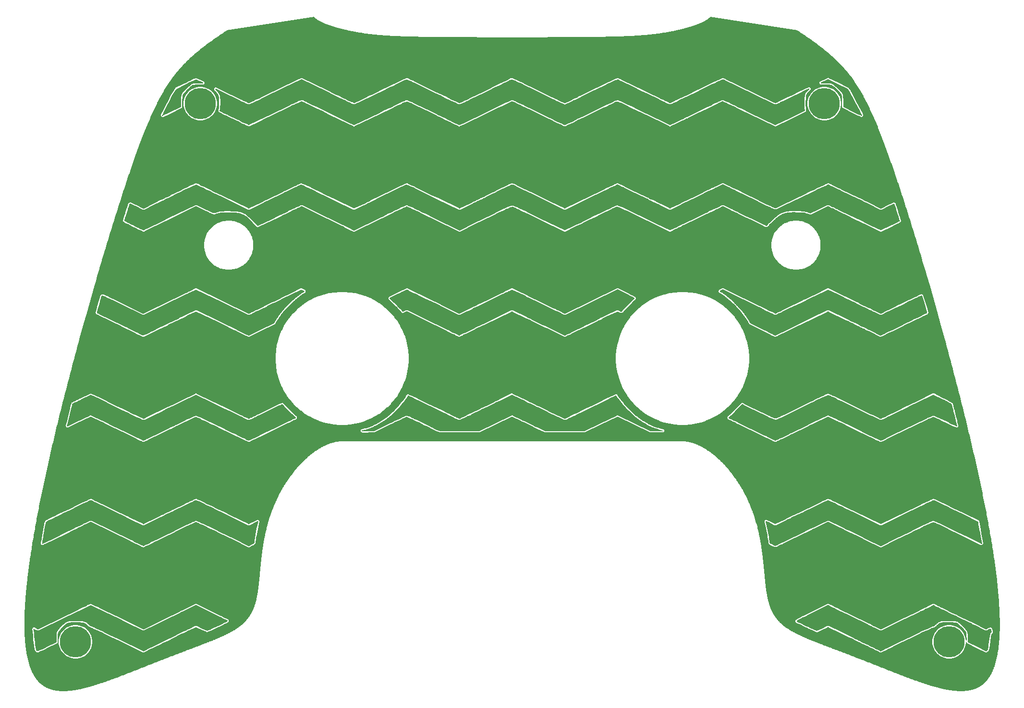
<source format=gtl>
G04*
G04 #@! TF.GenerationSoftware,Altium Limited,Altium Designer,21.1.1 (26)*
G04*
G04 Layer_Physical_Order=1*
G04 Layer_Color=255*
%FSLAX25Y25*%
%MOIN*%
G70*
G04*
G04 #@! TF.SameCoordinates,2E0BF697-75A6-4CC4-BED8-DE0F4DE65696*
G04*
G04*
G04 #@! TF.FilePolarity,Positive*
G04*
G01*
G75*
%ADD11C,0.21654*%
G36*
X-137608Y296340D02*
X-137602Y296336D01*
X-137598Y296331D01*
X-137527Y296261D01*
X-137522Y296257D01*
X-137518Y296252D01*
X-137446Y296182D01*
X-137440Y296179D01*
X-137436Y296173D01*
X-137363Y296104D01*
X-137357Y296100D01*
X-137353Y296095D01*
X-137279Y296025D01*
X-137273Y296022D01*
X-137269Y296017D01*
X-137194Y295948D01*
X-137188Y295945D01*
X-137184Y295940D01*
X-137107Y295871D01*
X-137102Y295867D01*
X-137098Y295863D01*
X-137019Y295794D01*
X-137014Y295791D01*
X-137010Y295786D01*
X-136931Y295717D01*
X-136925Y295714D01*
X-136922Y295710D01*
X-136841Y295641D01*
X-136836Y295638D01*
X-136832Y295634D01*
X-136750Y295566D01*
X-136745Y295563D01*
X-136741Y295558D01*
X-136657Y295490D01*
X-136652Y295487D01*
X-136649Y295483D01*
X-136564Y295415D01*
X-136559Y295413D01*
X-136556Y295408D01*
X-136469Y295340D01*
X-136465Y295338D01*
X-136461Y295334D01*
X-136374Y295266D01*
X-136369Y295264D01*
X-136366Y295260D01*
X-136277Y295192D01*
X-136273Y295190D01*
X-136269Y295186D01*
X-136179Y295119D01*
X-136175Y295117D01*
X-136171Y295113D01*
X-136080Y295046D01*
X-136076Y295044D01*
X-136073Y295040D01*
X-135980Y294973D01*
X-135976Y294971D01*
X-135973Y294967D01*
X-135879Y294900D01*
X-135875Y294898D01*
X-135872Y294895D01*
X-135777Y294828D01*
X-135773Y294826D01*
X-135769Y294823D01*
X-135674Y294756D01*
X-135669Y294754D01*
X-135666Y294751D01*
X-135569Y294685D01*
X-135565Y294683D01*
X-135562Y294680D01*
X-135464Y294614D01*
X-135460Y294612D01*
X-135457Y294609D01*
X-135357Y294543D01*
X-135354Y294541D01*
X-135352Y294539D01*
X-135302Y294506D01*
X-135300Y294505D01*
X-135298Y294504D01*
X-135248Y294471D01*
X-135246Y294470D01*
X-135244Y294469D01*
X-135194Y294436D01*
X-135192Y294435D01*
X-135190Y294433D01*
X-135139Y294401D01*
X-135137Y294400D01*
X-135136Y294398D01*
X-135084Y294366D01*
X-135082Y294365D01*
X-135081Y294363D01*
X-135029Y294331D01*
X-135028Y294330D01*
X-135026Y294328D01*
X-134974Y294296D01*
X-134972Y294295D01*
X-134971Y294293D01*
X-134918Y294261D01*
X-134917Y294260D01*
X-134915Y294259D01*
X-134863Y294226D01*
X-134861Y294226D01*
X-134859Y294224D01*
X-134807Y294192D01*
X-134805Y294191D01*
X-134803Y294190D01*
X-134750Y294157D01*
X-134749Y294156D01*
X-134747Y294155D01*
X-134694Y294122D01*
X-134692Y294122D01*
X-134691Y294121D01*
X-134637Y294088D01*
X-134635Y294087D01*
X-134634Y294086D01*
X-134580Y294054D01*
X-134578Y294053D01*
X-134577Y294052D01*
X-134523Y294019D01*
X-134521Y294019D01*
X-134519Y294017D01*
X-134465Y293985D01*
X-134463Y293985D01*
X-134462Y293983D01*
X-134407Y293951D01*
X-134405Y293950D01*
X-134404Y293949D01*
X-134349Y293917D01*
X-134347Y293916D01*
X-134346Y293915D01*
X-134291Y293883D01*
X-134289Y293882D01*
X-134288Y293881D01*
X-134232Y293849D01*
X-134230Y293848D01*
X-134229Y293847D01*
X-134173Y293815D01*
X-134171Y293814D01*
X-134170Y293813D01*
X-134114Y293781D01*
X-134113Y293781D01*
X-134111Y293779D01*
X-134055Y293747D01*
X-134053Y293747D01*
X-134052Y293746D01*
X-133995Y293714D01*
X-133993Y293713D01*
X-133992Y293712D01*
X-133935Y293680D01*
X-133933Y293680D01*
X-133932Y293678D01*
X-133875Y293647D01*
X-133873Y293646D01*
X-133872Y293645D01*
X-133815Y293613D01*
X-133813Y293613D01*
X-133812Y293612D01*
X-133754Y293580D01*
X-133753Y293579D01*
X-133751Y293578D01*
X-133693Y293547D01*
X-133692Y293546D01*
X-133690Y293545D01*
X-133632Y293513D01*
X-133631Y293513D01*
X-133629Y293512D01*
X-133571Y293480D01*
X-133569Y293479D01*
X-133568Y293478D01*
X-133509Y293447D01*
X-133508Y293446D01*
X-133506Y293445D01*
X-133447Y293414D01*
X-133446Y293413D01*
X-133445Y293412D01*
X-133385Y293381D01*
X-133384Y293380D01*
X-133382Y293379D01*
X-133323Y293348D01*
X-133321Y293347D01*
X-133320Y293346D01*
X-133260Y293315D01*
X-133259Y293314D01*
X-133258Y293313D01*
X-133198Y293282D01*
X-133196Y293282D01*
X-133195Y293281D01*
X-133135Y293249D01*
X-133133Y293249D01*
X-133132Y293248D01*
X-133071Y293217D01*
X-133070Y293216D01*
X-133069Y293215D01*
X-133008Y293184D01*
X-133006Y293184D01*
X-133005Y293183D01*
X-132944Y293151D01*
X-132942Y293151D01*
X-132941Y293150D01*
X-132880Y293119D01*
X-132879Y293119D01*
X-132877Y293117D01*
X-132816Y293086D01*
X-132814Y293086D01*
X-132813Y293085D01*
X-132751Y293054D01*
X-132750Y293054D01*
X-132749Y293053D01*
X-132687Y293022D01*
X-132685Y293021D01*
X-132684Y293020D01*
X-132622Y292989D01*
X-132620Y292989D01*
X-132619Y292988D01*
X-132557Y292957D01*
X-132555Y292957D01*
X-132554Y292956D01*
X-132491Y292925D01*
X-132490Y292925D01*
X-132489Y292924D01*
X-132426Y292893D01*
X-132424Y292893D01*
X-132423Y292892D01*
X-132360Y292861D01*
X-132358Y292861D01*
X-132357Y292860D01*
X-132293Y292829D01*
X-132292Y292829D01*
X-132291Y292828D01*
X-132227Y292797D01*
X-132226Y292797D01*
X-132225Y292796D01*
X-132161Y292765D01*
X-132159Y292765D01*
X-132158Y292764D01*
X-132094Y292734D01*
X-132093Y292733D01*
X-132091Y292732D01*
X-132027Y292702D01*
X-132026Y292701D01*
X-132025Y292701D01*
X-131960Y292670D01*
X-131958Y292670D01*
X-131957Y292669D01*
X-131892Y292638D01*
X-131891Y292638D01*
X-131890Y292637D01*
X-131825Y292607D01*
X-131824Y292607D01*
X-131822Y292606D01*
X-131757Y292576D01*
X-131756Y292575D01*
X-131755Y292574D01*
X-131689Y292544D01*
X-131687Y292544D01*
X-131686Y292543D01*
X-131621Y292513D01*
X-131619Y292512D01*
X-131618Y292512D01*
X-131552Y292481D01*
X-131551Y292481D01*
X-131550Y292480D01*
X-131483Y292450D01*
X-131482Y292450D01*
X-131481Y292449D01*
X-131414Y292419D01*
X-131413Y292419D01*
X-131412Y292418D01*
X-131345Y292388D01*
X-131344Y292388D01*
X-131343Y292387D01*
X-131276Y292357D01*
X-131274Y292356D01*
X-131274Y292356D01*
X-131206Y292326D01*
X-131205Y292325D01*
X-131204Y292325D01*
X-131136Y292295D01*
X-131135Y292294D01*
X-131134Y292294D01*
X-131066Y292264D01*
X-131065Y292264D01*
X-131064Y292263D01*
X-130996Y292233D01*
X-130995Y292233D01*
X-130994Y292232D01*
X-130926Y292202D01*
X-130924Y292202D01*
X-130923Y292201D01*
X-130855Y292171D01*
X-130854Y292171D01*
X-130853Y292171D01*
X-130784Y292141D01*
X-130783Y292140D01*
X-130782Y292140D01*
X-130713Y292110D01*
X-130712Y292110D01*
X-130711Y292109D01*
X-130642Y292079D01*
X-130641Y292079D01*
X-130640Y292079D01*
X-130570Y292049D01*
X-130569Y292049D01*
X-130568Y292048D01*
X-130499Y292019D01*
X-130498Y292018D01*
X-130497Y292018D01*
X-130427Y291988D01*
X-130426Y291988D01*
X-130425Y291987D01*
X-130355Y291958D01*
X-130353Y291957D01*
X-130353Y291957D01*
X-130282Y291927D01*
X-130281Y291927D01*
X-130280Y291927D01*
X-130210Y291897D01*
X-130209Y291897D01*
X-130208Y291896D01*
X-130137Y291867D01*
X-130136Y291867D01*
X-130135Y291866D01*
X-130064Y291837D01*
X-130063Y291837D01*
X-130062Y291836D01*
X-129991Y291807D01*
X-129990Y291807D01*
X-129990Y291806D01*
X-129918Y291777D01*
X-129917Y291777D01*
X-129916Y291776D01*
X-129845Y291747D01*
X-129844Y291747D01*
X-129843Y291746D01*
X-129771Y291717D01*
X-129770Y291717D01*
X-129768Y291716D01*
X-129624Y291658D01*
X-129622Y291657D01*
X-129620Y291656D01*
X-129475Y291598D01*
X-129473Y291598D01*
X-129472Y291597D01*
X-129326Y291539D01*
X-129324Y291539D01*
X-129323Y291538D01*
X-129176Y291480D01*
X-129174Y291480D01*
X-129173Y291479D01*
X-129025Y291421D01*
X-129023Y291421D01*
X-129022Y291420D01*
X-128874Y291363D01*
X-128872Y291362D01*
X-128870Y291361D01*
X-128721Y291304D01*
X-128719Y291304D01*
X-128718Y291303D01*
X-128568Y291246D01*
X-128567Y291246D01*
X-128565Y291245D01*
X-128415Y291188D01*
X-128413Y291188D01*
X-128411Y291187D01*
X-128260Y291131D01*
X-128259Y291130D01*
X-128257Y291129D01*
X-128105Y291073D01*
X-128104Y291073D01*
X-128102Y291072D01*
X-127950Y291016D01*
X-127948Y291016D01*
X-127946Y291015D01*
X-127793Y290959D01*
X-127792Y290959D01*
X-127790Y290958D01*
X-127636Y290902D01*
X-127635Y290902D01*
X-127633Y290901D01*
X-127479Y290845D01*
X-127477Y290845D01*
X-127476Y290844D01*
X-127320Y290789D01*
X-127319Y290789D01*
X-127317Y290788D01*
X-127162Y290733D01*
X-127160Y290733D01*
X-127158Y290732D01*
X-127002Y290677D01*
X-127000Y290677D01*
X-126999Y290676D01*
X-126842Y290621D01*
X-126840Y290621D01*
X-126839Y290620D01*
X-126681Y290566D01*
X-126680Y290565D01*
X-126678Y290565D01*
X-126520Y290510D01*
X-126518Y290510D01*
X-126517Y290509D01*
X-126358Y290455D01*
X-126356Y290455D01*
X-126355Y290454D01*
X-126196Y290400D01*
X-126194Y290400D01*
X-126193Y290399D01*
X-126033Y290346D01*
X-126031Y290345D01*
X-126030Y290345D01*
X-125869Y290291D01*
X-125868Y290291D01*
X-125866Y290290D01*
X-125705Y290237D01*
X-125704Y290237D01*
X-125702Y290236D01*
X-125540Y290183D01*
X-125539Y290182D01*
X-125538Y290182D01*
X-125375Y290129D01*
X-125374Y290129D01*
X-125373Y290128D01*
X-125210Y290075D01*
X-125208Y290075D01*
X-125207Y290074D01*
X-125043Y290022D01*
X-125042Y290022D01*
X-125041Y290021D01*
X-124877Y289968D01*
X-124875Y289968D01*
X-124874Y289968D01*
X-124710Y289915D01*
X-124708Y289915D01*
X-124707Y289915D01*
X-124542Y289863D01*
X-124541Y289863D01*
X-124540Y289862D01*
X-124374Y289810D01*
X-124373Y289810D01*
X-124372Y289809D01*
X-124206Y289758D01*
X-124204Y289758D01*
X-124203Y289757D01*
X-124037Y289706D01*
X-124035Y289705D01*
X-124034Y289705D01*
X-123867Y289654D01*
X-123866Y289653D01*
X-123865Y289653D01*
X-123697Y289602D01*
X-123696Y289602D01*
X-123695Y289601D01*
X-123527Y289550D01*
X-123526Y289550D01*
X-123525Y289550D01*
X-123356Y289499D01*
X-123355Y289499D01*
X-123354Y289498D01*
X-123185Y289448D01*
X-123184Y289448D01*
X-123183Y289447D01*
X-123014Y289397D01*
X-123012Y289397D01*
X-123011Y289396D01*
X-122842Y289346D01*
X-122841Y289346D01*
X-122840Y289346D01*
X-122669Y289296D01*
X-122668Y289296D01*
X-122667Y289295D01*
X-122497Y289246D01*
X-122496Y289246D01*
X-122495Y289245D01*
X-122324Y289196D01*
X-122323Y289195D01*
X-122322Y289195D01*
X-122151Y289146D01*
X-122149Y289146D01*
X-122148Y289145D01*
X-121977Y289096D01*
X-121976Y289096D01*
X-121975Y289096D01*
X-121803Y289047D01*
X-121802Y289047D01*
X-121801Y289046D01*
X-121628Y288998D01*
X-121627Y288998D01*
X-121626Y288997D01*
X-121454Y288949D01*
X-121452Y288948D01*
X-121452Y288948D01*
X-121279Y288900D01*
X-121277Y288900D01*
X-121277Y288899D01*
X-121103Y288851D01*
X-121102Y288851D01*
X-121101Y288851D01*
X-120928Y288803D01*
X-120926Y288803D01*
X-120926Y288802D01*
X-120752Y288755D01*
X-120751Y288755D01*
X-120750Y288754D01*
X-120575Y288707D01*
X-120574Y288707D01*
X-120573Y288706D01*
X-120399Y288659D01*
X-120398Y288659D01*
X-120397Y288658D01*
X-120134Y288588D01*
X-120133Y288588D01*
X-120131Y288587D01*
X-119868Y288517D01*
X-119867Y288517D01*
X-119866Y288517D01*
X-119602Y288447D01*
X-119600Y288447D01*
X-119599Y288446D01*
X-119335Y288377D01*
X-119334Y288377D01*
X-119332Y288377D01*
X-119068Y288308D01*
X-119066Y288308D01*
X-119065Y288307D01*
X-118800Y288239D01*
X-118798Y288239D01*
X-118797Y288239D01*
X-118531Y288171D01*
X-118530Y288171D01*
X-118529Y288170D01*
X-118262Y288103D01*
X-118261Y288103D01*
X-118260Y288103D01*
X-117993Y288036D01*
X-117992Y288036D01*
X-117991Y288035D01*
X-117723Y287969D01*
X-117722Y287969D01*
X-117721Y287968D01*
X-117453Y287903D01*
X-117452Y287903D01*
X-117450Y287902D01*
X-117093Y287815D01*
X-117091Y287815D01*
X-117090Y287814D01*
X-116732Y287728D01*
X-116730Y287728D01*
X-116728Y287727D01*
X-116370Y287642D01*
X-116368Y287642D01*
X-116366Y287641D01*
X-116007Y287557D01*
X-116005Y287557D01*
X-116003Y287556D01*
X-115553Y287452D01*
X-115551Y287452D01*
X-115550Y287451D01*
X-115099Y287348D01*
X-115097Y287348D01*
X-115095Y287347D01*
X-114643Y287245D01*
X-114641Y287245D01*
X-114639Y287244D01*
X-114096Y287123D01*
X-114094Y287123D01*
X-114091Y287122D01*
X-113457Y286984D01*
X-113454Y286984D01*
X-113451Y286983D01*
X-112725Y286828D01*
X-112721Y286828D01*
X-112718Y286827D01*
X-111808Y286638D01*
X-111803Y286638D01*
X-111798Y286636D01*
X-110429Y286363D01*
X-110425D01*
X-110421Y286361D01*
X-109950Y286270D01*
X-109947Y286270D01*
X-109944Y286269D01*
X-109002Y286091D01*
X-108998Y286091D01*
X-108995Y286090D01*
X-108052Y285918D01*
X-108047Y285918D01*
X-108044Y285917D01*
X-107100Y285750D01*
X-107097Y285750D01*
X-107094Y285749D01*
X-106621Y285668D01*
X-106620Y285668D01*
X-106618Y285667D01*
X-106233Y285602D01*
X-106231Y285603D01*
X-106228Y285602D01*
X-105459Y285475D01*
X-105455Y285475D01*
X-105452Y285474D01*
X-104682Y285350D01*
X-104679Y285350D01*
X-104676Y285349D01*
X-103905Y285230D01*
X-103902Y285230D01*
X-103900Y285229D01*
X-103514Y285171D01*
X-103511Y285171D01*
X-103507Y285170D01*
X-102182Y284976D01*
X-102177Y284977D01*
X-102172Y284975D01*
X-101217Y284843D01*
X-101213Y284843D01*
X-101210Y284842D01*
X-100440Y284739D01*
X-100437Y284739D01*
X-100434Y284738D01*
X-99755Y284651D01*
X-99752Y284651D01*
X-99750Y284650D01*
X-99164Y284577D01*
X-99162Y284577D01*
X-99160Y284577D01*
X-98570Y284505D01*
X-98568Y284505D01*
X-98566Y284504D01*
X-98071Y284446D01*
X-98070Y284446D01*
X-98068Y284446D01*
X-97570Y284388D01*
X-97568Y284388D01*
X-97567Y284388D01*
X-97167Y284343D01*
X-97165Y284343D01*
X-97163Y284342D01*
X-96761Y284298D01*
X-96760Y284298D01*
X-96758Y284298D01*
X-96354Y284254D01*
X-96352Y284254D01*
X-96351Y284254D01*
X-95944Y284211D01*
X-95942Y284211D01*
X-95941Y284210D01*
X-95532Y284168D01*
X-95530Y284168D01*
X-95529Y284168D01*
X-95221Y284136D01*
X-95219Y284137D01*
X-95218Y284136D01*
X-94908Y284105D01*
X-94907Y284105D01*
X-94906Y284105D01*
X-94595Y284074D01*
X-94594Y284074D01*
X-94593Y284074D01*
X-94280Y284044D01*
X-94279Y284044D01*
X-94278Y284044D01*
X-93963Y284014D01*
X-93962Y284014D01*
X-93961Y284014D01*
X-93645Y283984D01*
X-93644Y283984D01*
X-93643Y283984D01*
X-93325Y283955D01*
X-93324Y283955D01*
X-93323Y283955D01*
X-93004Y283926D01*
X-93003Y283926D01*
X-93002Y283926D01*
X-92681Y283897D01*
X-92680Y283897D01*
X-92678Y283897D01*
X-92356Y283869D01*
X-92355Y283869D01*
X-92354Y283869D01*
X-92029Y283841D01*
X-92028Y283841D01*
X-92027Y283841D01*
X-91701Y283814D01*
X-91700Y283814D01*
X-91699Y283813D01*
X-91370Y283786D01*
X-91369Y283786D01*
X-91369Y283786D01*
X-91038Y283759D01*
X-91037Y283759D01*
X-91037Y283759D01*
X-90815Y283742D01*
X-90815Y283742D01*
X-90814Y283742D01*
X-90592Y283724D01*
X-90591Y283724D01*
X-90591Y283724D01*
X-90368Y283707D01*
X-90367Y283707D01*
X-90366Y283707D01*
X-90143Y283689D01*
X-90142Y283689D01*
X-90141Y283689D01*
X-89916Y283672D01*
X-89916Y283672D01*
X-89915Y283672D01*
X-89689Y283655D01*
X-89689Y283656D01*
X-89688Y283655D01*
X-89461Y283639D01*
X-89461Y283639D01*
X-89460Y283639D01*
X-89232Y283622D01*
X-89232Y283622D01*
X-89231Y283622D01*
X-89003Y283605D01*
X-89002Y283606D01*
X-89001Y283605D01*
X-88772Y283589D01*
X-88771Y283589D01*
X-88771Y283589D01*
X-88540Y283573D01*
X-88539Y283573D01*
X-88539Y283573D01*
X-88307Y283557D01*
X-88306Y283557D01*
X-88306Y283557D01*
X-88073Y283541D01*
X-88073Y283541D01*
X-88072Y283541D01*
X-87838Y283525D01*
X-87838Y283525D01*
X-87837Y283525D01*
X-87602Y283509D01*
X-87602Y283509D01*
X-87601Y283509D01*
X-87365Y283494D01*
X-87365Y283494D01*
X-87364Y283494D01*
X-87127Y283478D01*
X-87127Y283479D01*
X-87126Y283478D01*
X-86888Y283463D01*
X-86888Y283463D01*
X-86887Y283463D01*
X-86648Y283448D01*
X-86647Y283448D01*
X-86647Y283448D01*
X-86406Y283433D01*
X-86406Y283433D01*
X-86405Y283433D01*
X-86164Y283418D01*
X-86163Y283419D01*
X-86163Y283418D01*
X-85920Y283404D01*
X-85919Y283404D01*
X-85919Y283404D01*
X-85675Y283389D01*
X-85675Y283389D01*
X-85674Y283389D01*
X-85429Y283375D01*
X-85429Y283375D01*
X-85428Y283375D01*
X-85182Y283361D01*
X-85181Y283361D01*
X-85181Y283361D01*
X-84934Y283347D01*
X-84933Y283347D01*
X-84933Y283347D01*
X-84684Y283332D01*
X-84683Y283333D01*
X-84683Y283332D01*
X-84433Y283319D01*
X-84433Y283319D01*
X-84432Y283319D01*
X-84181Y283305D01*
X-84180Y283305D01*
X-84180Y283305D01*
X-83928Y283291D01*
X-83927Y283291D01*
X-83927Y283291D01*
X-83673Y283278D01*
X-83672Y283278D01*
X-83672Y283278D01*
X-83417Y283265D01*
X-83417Y283265D01*
X-83416Y283264D01*
X-83160Y283251D01*
X-83159Y283252D01*
X-83159Y283251D01*
X-82901Y283238D01*
X-82901Y283238D01*
X-82900Y283238D01*
X-82642Y283225D01*
X-82641Y283225D01*
X-82640Y283225D01*
X-82380Y283212D01*
X-82380Y283213D01*
X-82379Y283212D01*
X-82118Y283200D01*
X-82117Y283200D01*
X-82117Y283200D01*
X-81854Y283187D01*
X-81853Y283187D01*
X-81853Y283187D01*
X-81588Y283175D01*
X-81588Y283175D01*
X-81587Y283175D01*
X-81322Y283162D01*
X-81321Y283163D01*
X-81321Y283162D01*
X-81053Y283150D01*
X-81053Y283150D01*
X-81053Y283150D01*
X-80784Y283138D01*
X-80783Y283138D01*
X-80783Y283138D01*
X-80513Y283126D01*
X-80512Y283126D01*
X-80512Y283126D01*
X-80240Y283114D01*
X-80240Y283115D01*
X-80239Y283114D01*
X-79966Y283103D01*
X-79966Y283103D01*
X-79965Y283103D01*
X-79691Y283091D01*
X-79690Y283091D01*
X-79690Y283091D01*
X-79414Y283080D01*
X-79413Y283080D01*
X-79413Y283080D01*
X-79135Y283068D01*
X-79135Y283068D01*
X-79134Y283068D01*
X-78855Y283057D01*
X-78855Y283057D01*
X-78854Y283057D01*
X-78573Y283046D01*
X-78573Y283046D01*
X-78572Y283046D01*
X-78290Y283035D01*
X-78290Y283035D01*
X-78289Y283035D01*
X-78005Y283024D01*
X-78005Y283024D01*
X-78004Y283024D01*
X-77719Y283013D01*
X-77718Y283013D01*
X-77718Y283013D01*
X-77431Y283002D01*
X-77430Y283003D01*
X-77430Y283002D01*
X-77141Y282992D01*
X-77141Y282992D01*
X-77140Y282992D01*
X-76850Y282981D01*
X-76849Y282982D01*
X-76849Y282981D01*
X-76557Y282971D01*
X-76556Y282971D01*
X-76556Y282971D01*
X-76262Y282961D01*
X-76262Y282961D01*
X-76261Y282961D01*
X-75966Y282951D01*
X-75965Y282951D01*
X-75965Y282951D01*
X-75668Y282941D01*
X-75667Y282941D01*
X-75667Y282941D01*
X-75368Y282931D01*
X-75367Y282931D01*
X-75367Y282931D01*
X-75066Y282921D01*
X-75066Y282921D01*
X-75066Y282921D01*
X-74763Y282911D01*
X-74763Y282911D01*
X-74762Y282911D01*
X-74458Y282902D01*
X-74458Y282902D01*
X-74457Y282902D01*
X-74151Y282892D01*
X-74151Y282892D01*
X-74150Y282892D01*
X-73842Y282883D01*
X-73842Y282883D01*
X-73842Y282883D01*
X-73532Y282874D01*
X-73532Y282874D01*
X-73531Y282874D01*
X-73220Y282864D01*
X-73219Y282865D01*
X-73219Y282864D01*
X-72905Y282856D01*
X-72905Y282856D01*
X-72905Y282855D01*
X-72589Y282846D01*
X-72589Y282846D01*
X-72589Y282846D01*
X-72272Y282838D01*
X-72271Y282838D01*
X-72271Y282838D01*
X-71952Y282829D01*
X-71951Y282829D01*
X-71951Y282829D01*
X-71630Y282820D01*
X-71630Y282820D01*
X-71629Y282820D01*
X-71306Y282812D01*
X-71306Y282812D01*
X-71306Y282812D01*
X-70981Y282803D01*
X-70981Y282803D01*
X-70980Y282803D01*
X-70653Y282795D01*
X-70653Y282795D01*
X-70653Y282795D01*
X-70489Y282791D01*
X-70489Y282791D01*
X-70488Y282791D01*
X-70324Y282786D01*
X-70323Y282786D01*
X-70323Y282786D01*
X-70158Y282782D01*
X-70158Y282782D01*
X-70158Y282782D01*
X-69992Y282778D01*
X-69992Y282778D01*
X-69992Y282778D01*
X-69826Y282774D01*
X-69826Y282774D01*
X-69825Y282774D01*
X-69659Y282770D01*
X-69658Y282770D01*
X-69658Y282770D01*
X-69491Y282766D01*
X-69491Y282766D01*
X-69491Y282766D01*
X-69323Y282762D01*
X-69323Y282762D01*
X-69323Y282762D01*
X-69155Y282758D01*
X-69154Y282758D01*
X-69154Y282758D01*
X-68986Y282754D01*
X-68985Y282754D01*
X-68985Y282754D01*
X-68816Y282750D01*
X-68816Y282750D01*
X-68816Y282750D01*
X-68646Y282747D01*
X-68646Y282747D01*
X-68646Y282747D01*
X-68475Y282743D01*
X-68475Y282743D01*
X-68475Y282743D01*
X-68304Y282739D01*
X-68304Y282739D01*
X-68304Y282739D01*
X-68133Y282735D01*
X-68133Y282735D01*
X-68133Y282735D01*
X-67961Y282731D01*
X-67961Y282731D01*
X-67960Y282731D01*
X-67788Y282727D01*
X-67788Y282727D01*
X-67788Y282727D01*
X-67615Y282724D01*
X-67615Y282724D01*
X-67615Y282724D01*
X-67441Y282720D01*
X-67441Y282720D01*
X-67441Y282720D01*
X-67267Y282716D01*
X-67267Y282716D01*
X-67267Y282716D01*
X-67092Y282713D01*
X-67092Y282713D01*
X-67092Y282713D01*
X-66917Y282709D01*
X-66917Y282709D01*
X-66917Y282709D01*
X-66741Y282705D01*
X-66741Y282705D01*
X-66741Y282705D01*
X-66565Y282701D01*
X-66565Y282702D01*
X-66564Y282701D01*
X-66388Y282698D01*
X-66387Y282698D01*
X-66387Y282698D01*
X-66210Y282694D01*
X-66210Y282694D01*
X-66210Y282694D01*
X-66032Y282691D01*
X-66032Y282691D01*
X-66032Y282691D01*
X-65854Y282687D01*
X-65854Y282687D01*
X-65854Y282687D01*
X-65675Y282684D01*
X-65675Y282684D01*
X-65675Y282684D01*
X-65495Y282680D01*
X-65495Y282680D01*
X-65495Y282680D01*
X-65315Y282677D01*
X-65315Y282677D01*
X-65315Y282677D01*
X-65134Y282673D01*
X-65134Y282673D01*
X-65134Y282673D01*
X-64953Y282670D01*
X-64953Y282670D01*
X-64953Y282670D01*
X-64771Y282666D01*
X-64771Y282667D01*
X-64771Y282666D01*
X-64589Y282663D01*
X-64588Y282663D01*
X-64588Y282663D01*
X-64406Y282660D01*
X-64406Y282660D01*
X-64406Y282660D01*
X-64222Y282656D01*
X-64222Y282657D01*
X-64222Y282656D01*
X-64038Y282653D01*
X-64038Y282653D01*
X-64038Y282653D01*
X-63853Y282650D01*
X-63853Y282650D01*
X-63853Y282650D01*
X-63668Y282646D01*
X-63668Y282647D01*
X-63668Y282646D01*
X-63482Y282643D01*
X-63482Y282643D01*
X-63482Y282643D01*
X-63296Y282640D01*
X-63296Y282640D01*
X-63296Y282640D01*
X-63109Y282637D01*
X-63109Y282637D01*
X-63109Y282637D01*
X-62922Y282634D01*
X-62922Y282634D01*
X-62921Y282634D01*
X-62734Y282630D01*
X-62734Y282630D01*
X-62733Y282630D01*
X-62545Y282627D01*
X-62545Y282627D01*
X-62545Y282627D01*
X-62356Y282624D01*
X-62356Y282624D01*
X-62356Y282624D01*
X-62166Y282621D01*
X-62166Y282621D01*
X-62166Y282621D01*
X-61976Y282618D01*
X-61975Y282618D01*
X-61975Y282618D01*
X-61785Y282615D01*
X-61784Y282615D01*
X-61784Y282615D01*
X-61593Y282612D01*
X-61593Y282612D01*
X-61593Y282612D01*
X-61401Y282609D01*
X-61401Y282609D01*
X-61401Y282609D01*
X-61208Y282606D01*
X-61208Y282606D01*
X-61208Y282606D01*
X-61015Y282603D01*
X-61015Y282603D01*
X-61015Y282603D01*
X-60821Y282600D01*
X-60821Y282600D01*
X-60821Y282600D01*
X-60626Y282597D01*
X-60626Y282597D01*
X-60626Y282597D01*
X-60431Y282594D01*
X-60431Y282594D01*
X-60431Y282594D01*
X-60235Y282591D01*
X-60235Y282591D01*
X-60235Y282591D01*
X-60039Y282588D01*
X-60039Y282588D01*
X-60039Y282588D01*
X-59842Y282585D01*
X-59842Y282585D01*
X-59842Y282585D01*
X-59645Y282582D01*
X-59645Y282582D01*
X-59644Y282582D01*
X-59447Y282579D01*
X-59446Y282579D01*
X-59446Y282579D01*
X-59248Y282577D01*
X-59248Y282577D01*
X-59247Y282577D01*
X-59048Y282574D01*
X-59048Y282574D01*
X-59048Y282574D01*
X-58848Y282571D01*
X-58848Y282571D01*
X-58848Y282571D01*
X-58648Y282568D01*
X-58648Y282568D01*
X-58648Y282568D01*
X-58447Y282565D01*
X-58447Y282566D01*
X-58446Y282565D01*
X-58245Y282563D01*
X-58245Y282563D01*
X-58245Y282563D01*
X-58042Y282560D01*
X-58042Y282560D01*
X-58042Y282560D01*
X-57839Y282557D01*
X-57839Y282557D01*
X-57839Y282557D01*
X-57635Y282555D01*
X-57635Y282555D01*
X-57635Y282555D01*
X-57431Y282552D01*
X-57431Y282552D01*
X-57431Y282552D01*
X-57226Y282549D01*
X-57226Y282550D01*
X-57226Y282549D01*
X-57021Y282547D01*
X-57021Y282547D01*
X-57020Y282547D01*
X-56814Y282544D01*
X-56814D01*
X-56608Y282542D01*
X-56608Y282542D01*
X-56608Y282542D01*
X-56400Y282539D01*
X-56400Y282539D01*
X-56400Y282539D01*
X-56192Y282537D01*
X-56192Y282537D01*
X-56192Y282537D01*
X-55983Y282534D01*
X-55983Y282534D01*
X-55983Y282534D01*
X-55774Y282531D01*
X-55774Y282531D01*
X-55774Y282531D01*
X-55564Y282529D01*
X-55564Y282529D01*
X-55564Y282529D01*
X-55353Y282526D01*
X-55353Y282526D01*
X-55353Y282526D01*
X-55142Y282524D01*
X-55142Y282524D01*
X-55142Y282524D01*
X-54930Y282522D01*
X-54930Y282522D01*
X-54930Y282522D01*
X-54717Y282519D01*
X-54717Y282519D01*
X-54717Y282519D01*
X-54504Y282517D01*
X-54504Y282517D01*
X-54504Y282517D01*
X-54290Y282514D01*
X-54290Y282514D01*
X-54290Y282514D01*
X-54076Y282512D01*
X-54076Y282512D01*
X-54075Y282512D01*
X-53860Y282510D01*
X-53860Y282510D01*
X-53860Y282510D01*
X-53645Y282507D01*
X-53645Y282507D01*
X-53644Y282507D01*
X-53428Y282505D01*
X-53428Y282505D01*
X-53428Y282505D01*
X-53211Y282503D01*
X-53211Y282503D01*
X-53211Y282503D01*
X-52993Y282500D01*
X-52993Y282500D01*
X-52993Y282500D01*
X-52775Y282498D01*
X-52775D01*
X-52555Y282496D01*
X-52555Y282496D01*
X-52555Y282496D01*
X-52336Y282494D01*
X-52335Y282494D01*
X-52335Y282494D01*
X-52115Y282491D01*
X-52115Y282491D01*
X-52115Y282491D01*
X-51894Y282489D01*
X-51894Y282489D01*
X-51672Y282487D01*
X-51672Y282487D01*
X-51672Y282487D01*
X-51450Y282485D01*
X-51449Y282485D01*
X-51449Y282485D01*
X-51226Y282483D01*
X-51226Y282483D01*
X-51226Y282483D01*
X-51002Y282481D01*
X-51002Y282481D01*
X-51002Y282481D01*
X-50778Y282478D01*
X-50778Y282478D01*
X-50778Y282478D01*
X-50552Y282476D01*
X-50552Y282476D01*
X-50552Y282476D01*
X-50327Y282474D01*
X-50327Y282474D01*
X-50327Y282474D01*
X-50100Y282472D01*
X-50100Y282472D01*
X-50100Y282472D01*
X-49873Y282470D01*
X-49873Y282470D01*
X-49873Y282470D01*
X-49645Y282468D01*
X-49645Y282468D01*
X-49645Y282468D01*
X-49416Y282466D01*
X-49416Y282466D01*
X-49416Y282466D01*
X-49187Y282464D01*
X-49187Y282464D01*
X-49187Y282464D01*
X-48957Y282462D01*
X-48957Y282462D01*
X-48957Y282462D01*
X-48726Y282460D01*
X-48726Y282460D01*
X-48726Y282460D01*
X-48495Y282458D01*
X-48494Y282458D01*
X-48494Y282458D01*
X-48263Y282456D01*
X-48262Y282456D01*
X-48262Y282456D01*
X-48030Y282454D01*
X-48030Y282454D01*
X-47796Y282452D01*
X-47796Y282452D01*
X-47796Y282452D01*
X-47562Y282450D01*
X-47562Y282450D01*
X-47562Y282450D01*
X-47091Y282447D01*
X-47091Y282447D01*
X-47091Y282447D01*
X-46855Y282445D01*
X-46855Y282445D01*
X-46855Y282445D01*
X-46618Y282443D01*
X-46618Y282443D01*
X-46618Y282443D01*
X-46380Y282441D01*
X-46380Y282441D01*
X-46380Y282441D01*
X-46142Y282439D01*
X-46142Y282439D01*
X-46142Y282439D01*
X-45903Y282437D01*
X-45902Y282438D01*
X-45902Y282437D01*
X-45663Y282436D01*
X-45663Y282436D01*
X-45663Y282436D01*
X-45422Y282434D01*
X-45422Y282434D01*
X-45422Y282434D01*
X-45181Y282432D01*
X-45181Y282432D01*
X-45181Y282432D01*
X-44939Y282431D01*
X-44939Y282431D01*
X-44939Y282431D01*
X-44696Y282429D01*
X-44696Y282429D01*
X-44696Y282429D01*
X-44453Y282427D01*
X-44453Y282427D01*
X-44453Y282427D01*
X-44208Y282425D01*
X-44208Y282425D01*
X-44208Y282425D01*
X-43964Y282424D01*
X-43963Y282424D01*
X-43963Y282424D01*
X-43718Y282422D01*
X-43718Y282422D01*
X-43718Y282422D01*
X-43471Y282420D01*
X-43471Y282420D01*
X-43471Y282420D01*
X-43224Y282419D01*
X-43224Y282419D01*
X-43224Y282419D01*
X-42976Y282417D01*
X-42976Y282417D01*
X-42976Y282417D01*
X-42728Y282416D01*
X-42728Y282416D01*
X-42728Y282416D01*
X-42479Y282414D01*
X-42479Y282414D01*
X-42479Y282414D01*
X-42229Y282412D01*
X-42229Y282412D01*
X-42228Y282412D01*
X-41726Y282409D01*
X-41726Y282409D01*
X-41726Y282409D01*
X-41221Y282406D01*
X-41221Y282406D01*
X-41221Y282406D01*
X-40968Y282405D01*
X-40967Y282405D01*
X-40967Y282405D01*
X-40458Y282402D01*
X-40458Y282402D01*
X-40458Y282402D01*
X-39945Y282399D01*
X-39945Y282399D01*
X-39945Y282399D01*
X-39688Y282397D01*
X-39688Y282397D01*
X-39688Y282397D01*
X-39430Y282396D01*
X-39430Y282396D01*
X-39429Y282396D01*
X-38911Y282393D01*
X-38911Y282393D01*
X-38911Y282393D01*
X-38389Y282390D01*
X-38389Y282390D01*
X-38389Y282390D01*
X-38127Y282389D01*
X-38127Y282389D01*
X-38127Y282389D01*
X-37865Y282388D01*
X-37865Y282388D01*
X-37864Y282388D01*
X-37337Y282385D01*
X-37337Y282385D01*
X-37337Y282385D01*
X-37072Y282384D01*
X-37072Y282384D01*
X-37072Y282384D01*
X-36540Y282381D01*
X-36540Y282381D01*
X-36539Y282381D01*
X-36272Y282380D01*
X-36272Y282380D01*
X-36272Y282380D01*
X-35735Y282377D01*
X-35735Y282377D01*
X-35735Y282377D01*
X-35466Y282376D01*
X-35466Y282376D01*
X-35466Y282376D01*
X-35195Y282375D01*
X-35195Y282375D01*
X-35195Y282375D01*
X-34924Y282374D01*
X-34924Y282374D01*
X-34924Y282374D01*
X-34652Y282372D01*
X-34652Y282372D01*
X-34652Y282372D01*
X-34380Y282371D01*
X-34380Y282371D01*
X-34380Y282371D01*
X-34106Y282370D01*
X-34106Y282370D01*
X-34106Y282370D01*
X-33832Y282369D01*
X-33832Y282369D01*
X-33832Y282369D01*
X-33557Y282368D01*
X-33557Y282368D01*
X-33557Y282368D01*
X-33281Y282367D01*
X-33281Y282367D01*
X-33281Y282367D01*
X-33005Y282365D01*
X-33005Y282365D01*
X-33005Y282365D01*
X-32727Y282364D01*
X-32727Y282364D01*
X-32727Y282364D01*
X-32170Y282362D01*
X-32170Y282362D01*
X-32170Y282362D01*
X-31890Y282361D01*
X-31890Y282361D01*
X-31890Y282361D01*
X-31610Y282360D01*
X-31610Y282360D01*
X-31610Y282360D01*
X-31047Y282358D01*
X-31047Y282358D01*
X-31047Y282358D01*
X-30764Y282357D01*
X-30764Y282357D01*
X-30764Y282357D01*
X-30480Y282356D01*
X-30480Y282356D01*
X-30480Y282356D01*
X-30196Y282355D01*
X-30196Y282355D01*
X-30196Y282355D01*
X-29624Y282353D01*
X-29624Y282353D01*
X-29624Y282353D01*
X-29338Y282352D01*
X-29337Y282352D01*
X-29337Y282352D01*
X-29050Y282351D01*
X-29050Y282351D01*
X-29050Y282351D01*
X-28762Y282350D01*
X-28762Y282350D01*
X-28762Y282350D01*
X-28472Y282349D01*
X-28472Y282349D01*
X-28472Y282349D01*
X-27891Y282347D01*
X-27891Y282347D01*
X-27891Y282347D01*
X-27600Y282347D01*
X-27600Y282347D01*
X-27600Y282347D01*
X-27308Y282346D01*
X-27308D01*
X-27014Y282345D01*
X-27014Y282345D01*
X-27014Y282345D01*
X-26720Y282344D01*
X-26720Y282344D01*
X-26720Y282344D01*
X-26130Y282342D01*
X-26130Y282342D01*
X-26130Y282342D01*
X-25833Y282341D01*
X-25833Y282341D01*
X-25238Y282340D01*
X-25238Y282340D01*
X-25238Y282340D01*
X-24939Y282339D01*
X-24939Y282339D01*
X-24939Y282339D01*
X-24339Y282337D01*
X-24339Y282337D01*
X-24339Y282337D01*
X-24038Y282337D01*
X-24038Y282337D01*
X-24038Y282337D01*
X-23736Y282336D01*
X-23735Y282336D01*
X-23735Y282336D01*
X-23129Y282334D01*
X-23129Y282334D01*
X-23129Y282334D01*
X-22824Y282334D01*
X-22824D01*
X-22519Y282333D01*
X-22519D01*
X-22213Y282332D01*
X-22213D01*
X-21906Y282332D01*
X-21906Y282332D01*
X-21906Y282332D01*
X-21289Y282330D01*
X-21289Y282330D01*
X-21289Y282330D01*
X-20670Y282329D01*
X-20670Y282329D01*
X-20669Y282329D01*
X-20046Y282328D01*
X-20046Y282328D01*
X-20046Y282328D01*
X-19420Y282327D01*
X-19420Y282327D01*
X-19420Y282327D01*
X-18790Y282326D01*
X-18790Y282326D01*
X-18790Y282326D01*
X-18157Y282324D01*
X-18157Y282324D01*
X-18157Y282324D01*
X-17521Y282323D01*
X-17521Y282323D01*
X-17521Y282323D01*
X-16882Y282322D01*
X-16882Y282322D01*
X-16881Y282322D01*
X-16239Y282321D01*
X-16239Y282321D01*
X-16239Y282321D01*
X-15592Y282320D01*
X-15592Y282320D01*
X-15592Y282320D01*
X-14943Y282319D01*
X-14943Y282319D01*
X-14943Y282319D01*
X-14290Y282319D01*
X-14290Y282319D01*
X-14290Y282319D01*
X-13634Y282318D01*
X-13633Y282318D01*
X-13633Y282318D01*
X-12974Y282317D01*
X-12974Y282317D01*
X-12974Y282317D01*
X-12311Y282316D01*
X-12311Y282316D01*
X-12311Y282316D01*
X-11644Y282316D01*
X-11644Y282316D01*
X-11644Y282316D01*
X-10975Y282315D01*
X-10975Y282315D01*
X-10975Y282315D01*
X-10302Y282314D01*
X-10302Y282314D01*
X-10302Y282314D01*
X-9625Y282314D01*
X-9625Y282314D01*
X-9625Y282314D01*
X-8946Y282313D01*
X-8946Y282313D01*
X-8945Y282313D01*
X-8262Y282313D01*
X-8262Y282313D01*
X-8262Y282313D01*
X-7576Y282312D01*
X-7576Y282312D01*
X-7576Y282312D01*
X-6886Y282312D01*
X-6886Y282312D01*
X-6886Y282312D01*
X-6193Y282312D01*
X-6193Y282312D01*
X-6192Y282312D01*
X-5496Y282311D01*
X-5496Y282311D01*
X-5496Y282311D01*
X-4796Y282311D01*
X-4796Y282311D01*
X-4796Y282311D01*
X-4092Y282311D01*
X-4092Y282311D01*
X-4092Y282311D01*
X-3385Y282311D01*
X-3385Y282311D01*
X-3385Y282311D01*
X-2675Y282310D01*
X-2675Y282310D01*
X-2675Y282310D01*
X-1962Y282310D01*
X-1962Y282310D01*
X-1962Y282310D01*
X-1245Y282310D01*
X-1245Y282310D01*
X-1245Y282310D01*
X-524Y282310D01*
X-163Y282310D01*
X-163Y282310D01*
X-163Y282310D01*
X199Y282310D01*
X919Y282310D01*
X919Y282310D01*
X919Y282310D01*
X1636Y282310D01*
X1636Y282310D01*
X1636Y282310D01*
X2350Y282310D01*
X2350Y282310D01*
X2350Y282310D01*
X3060Y282311D01*
X3060Y282311D01*
X3060Y282311D01*
X3767Y282311D01*
X3767Y282311D01*
X3767Y282311D01*
X4470Y282311D01*
X4470Y282311D01*
X4470Y282311D01*
X5170Y282311D01*
X5170Y282311D01*
X5171Y282311D01*
X5867Y282312D01*
X5867Y282312D01*
X5867Y282312D01*
X6560Y282312D01*
X6561Y282312D01*
X6561Y282312D01*
X7250Y282312D01*
X7250Y282312D01*
X7250Y282312D01*
X7937Y282313D01*
X7937Y282313D01*
X7937Y282313D01*
X8620Y282313D01*
X8620Y282313D01*
X8620Y282313D01*
X9300Y282314D01*
X9300Y282314D01*
X9300Y282314D01*
X9976Y282314D01*
X9977Y282314D01*
X9977Y282314D01*
X10650Y282315D01*
X10650Y282315D01*
X10650Y282315D01*
X11319Y282316D01*
X11319Y282316D01*
X11319Y282316D01*
X11986Y282316D01*
X11986Y282316D01*
X11986Y282316D01*
X12649Y282317D01*
X12649Y282317D01*
X12649Y282317D01*
X13308Y282318D01*
X13308Y282318D01*
X13308Y282318D01*
X13964Y282319D01*
X13964Y282319D01*
X13964Y282319D01*
X14617Y282319D01*
X14617Y282319D01*
X14617Y282319D01*
X15267Y282320D01*
X15267Y282320D01*
X15267Y282320D01*
X15913Y282321D01*
X15913Y282321D01*
X15913Y282321D01*
X16556Y282322D01*
X16556Y282322D01*
X16556Y282322D01*
X17196Y282323D01*
X17196Y282323D01*
X17196Y282323D01*
X17832Y282324D01*
X17832Y282324D01*
X17832Y282324D01*
X18465Y282326D01*
X18465Y282326D01*
X18465Y282326D01*
X19095Y282327D01*
X19095Y282327D01*
X19095Y282327D01*
X19721Y282328D01*
X19721Y282328D01*
X19721Y282328D01*
X20344Y282329D01*
X20344Y282329D01*
X20344Y282329D01*
X20964Y282330D01*
X20964Y282330D01*
X20964Y282330D01*
X21580Y282332D01*
X21580Y282332D01*
X21580Y282332D01*
X21888Y282332D01*
X21888D01*
X22194Y282333D01*
X22194D01*
X22499Y282334D01*
X22499D01*
X22804Y282334D01*
X22804Y282334D01*
X22804Y282334D01*
X23410Y282336D01*
X23410Y282336D01*
X23410Y282336D01*
X23712Y282337D01*
X23712Y282337D01*
X23712Y282337D01*
X24014Y282337D01*
X24014D01*
X24614Y282339D01*
X24614Y282339D01*
X24614Y282339D01*
X24913Y282340D01*
X24913Y282340D01*
X24913Y282340D01*
X25508Y282341D01*
X25508Y282341D01*
X25804Y282342D01*
X25804Y282342D01*
X25805Y282342D01*
X26395Y282344D01*
X26395Y282344D01*
X26395Y282344D01*
X26689Y282345D01*
X26689Y282345D01*
X26689Y282345D01*
X26982Y282346D01*
X26982Y282346D01*
X26982Y282346D01*
X27275Y282347D01*
X27275Y282347D01*
X27275Y282347D01*
X27566Y282347D01*
X27566Y282347D01*
X27566Y282347D01*
X28147Y282349D01*
X28147Y282349D01*
X28147Y282349D01*
X28436Y282350D01*
X28436Y282350D01*
X28436Y282350D01*
X28725Y282351D01*
X28725Y282351D01*
X28725Y282351D01*
X29012Y282352D01*
X29012Y282352D01*
X29012Y282352D01*
X29299Y282353D01*
X29299Y282353D01*
X29299Y282353D01*
X29870Y282355D01*
X29870Y282355D01*
X29870Y282355D01*
X30155Y282356D01*
X30155Y282356D01*
X30155Y282356D01*
X30438Y282357D01*
X30439Y282357D01*
X30439Y282357D01*
X30721Y282358D01*
X30721Y282358D01*
X30721Y282358D01*
X31285Y282360D01*
X31285Y282360D01*
X31285Y282360D01*
X31565Y282361D01*
X31565Y282361D01*
X31565Y282361D01*
X31845Y282362D01*
X31845Y282362D01*
X31845Y282362D01*
X32402Y282364D01*
X32402Y282364D01*
X32402Y282364D01*
X32679Y282365D01*
X32679Y282365D01*
X32679Y282365D01*
X32956Y282367D01*
X32956Y282367D01*
X32956Y282367D01*
X33232Y282368D01*
X33232Y282368D01*
X33232Y282368D01*
X33507Y282369D01*
X33507Y282369D01*
X33507Y282369D01*
X33781Y282370D01*
X33781Y282370D01*
X33781Y282370D01*
X34054Y282371D01*
X34054Y282371D01*
X34054Y282371D01*
X34327Y282372D01*
X34327Y282372D01*
X34327Y282372D01*
X34599Y282374D01*
X34599Y282374D01*
X34599Y282374D01*
X34870Y282375D01*
X34870Y282375D01*
X34870Y282375D01*
X35140Y282376D01*
X35140Y282376D01*
X35140Y282376D01*
X35410Y282377D01*
X35410Y282377D01*
X35410Y282377D01*
X35947Y282380D01*
X35947Y282380D01*
X35947Y282380D01*
X36214Y282381D01*
X36214Y282381D01*
X36214Y282381D01*
X36746Y282384D01*
X36746Y282384D01*
X36747Y282384D01*
X37012Y282385D01*
X37012Y282385D01*
X37012Y282385D01*
X37539Y282388D01*
X37539Y282388D01*
X37539Y282388D01*
X37802Y282389D01*
X37802Y282389D01*
X37802Y282389D01*
X38064Y282390D01*
X38064Y282390D01*
X38064Y282390D01*
X38585Y282393D01*
X38586Y282393D01*
X38586Y282393D01*
X39104Y282396D01*
X39104Y282396D01*
X39104Y282396D01*
X39362Y282397D01*
X39362Y282397D01*
X39362Y282397D01*
X39620Y282399D01*
X39620Y282399D01*
X39620Y282399D01*
X40132Y282402D01*
X40132Y282402D01*
X40133Y282402D01*
X40642Y282405D01*
X40642Y282405D01*
X40642Y282405D01*
X40896Y282406D01*
X40896Y282406D01*
X40896Y282406D01*
X41401Y282409D01*
X41401Y282409D01*
X41401Y282409D01*
X41903Y282412D01*
X41903Y282412D01*
X41903Y282412D01*
X42153Y282414D01*
X42153Y282414D01*
X42153Y282414D01*
X42403Y282416D01*
X42403Y282416D01*
X42403Y282416D01*
X42651Y282417D01*
X42651Y282417D01*
X42651Y282417D01*
X42899Y282419D01*
X42899Y282419D01*
X42899Y282419D01*
X43146Y282420D01*
X43146Y282420D01*
X43146Y282420D01*
X43393Y282422D01*
X43393Y282422D01*
X43393Y282422D01*
X43638Y282424D01*
X43638Y282424D01*
X43638Y282424D01*
X43883Y282425D01*
X43883Y282425D01*
X43883Y282425D01*
X44127Y282427D01*
X44127Y282427D01*
X44127Y282427D01*
X44371Y282429D01*
X44371Y282429D01*
X44371Y282429D01*
X44614Y282431D01*
X44614Y282431D01*
X44614Y282431D01*
X44855Y282432D01*
X44855Y282432D01*
X44856Y282432D01*
X45097Y282434D01*
X45097Y282434D01*
X45097Y282434D01*
X45337Y282436D01*
X45338Y282436D01*
X45338Y282436D01*
X45577Y282437D01*
X45577Y282438D01*
X45577Y282437D01*
X45816Y282439D01*
X45816Y282439D01*
X45817Y282439D01*
X46055Y282441D01*
X46055Y282441D01*
X46055Y282441D01*
X46293Y282443D01*
X46293Y282443D01*
X46293Y282443D01*
X46530Y282445D01*
X46530Y282445D01*
X46530Y282445D01*
X46766Y282447D01*
X46766Y282447D01*
X46766Y282447D01*
X47236Y282450D01*
X47237Y282450D01*
X47237Y282450D01*
X47471Y282452D01*
X47471Y282452D01*
X47471Y282452D01*
X47704Y282454D01*
X47704Y282454D01*
X47937Y282456D01*
X47937Y282456D01*
X47937Y282456D01*
X48169Y282458D01*
X48169Y282458D01*
X48169Y282458D01*
X48401Y282460D01*
X48401Y282460D01*
X48401Y282460D01*
X48631Y282462D01*
X48632Y282462D01*
X48632Y282462D01*
X48861Y282464D01*
X48862Y282464D01*
X48862Y282464D01*
X49091Y282466D01*
X49091Y282466D01*
X49091Y282466D01*
X49319Y282468D01*
X49319Y282468D01*
X49320Y282468D01*
X49547Y282470D01*
X49547Y282470D01*
X49547Y282470D01*
X49775Y282472D01*
X49775Y282472D01*
X49775Y282472D01*
X50001Y282474D01*
X50001Y282474D01*
X50001Y282474D01*
X50227Y282476D01*
X50227Y282476D01*
X50227Y282476D01*
X50452Y282478D01*
X50453Y282478D01*
X50453Y282478D01*
X50677Y282481D01*
X50677Y282481D01*
X50677Y282481D01*
X50901Y282483D01*
X50901Y282483D01*
X50901Y282483D01*
X51124Y282485D01*
X51124Y282485D01*
X51124Y282485D01*
X51347Y282487D01*
X51347Y282487D01*
X51347Y282487D01*
X51569Y282489D01*
X51569Y282489D01*
X51569Y282489D01*
X51790Y282491D01*
X51790Y282491D01*
X51790Y282491D01*
X52010Y282494D01*
X52010Y282494D01*
X52010Y282494D01*
X52230Y282496D01*
X52230Y282496D01*
X52230Y282496D01*
X52668Y282500D01*
X52668Y282500D01*
X52668Y282500D01*
X52886Y282503D01*
X52886Y282503D01*
X52886Y282503D01*
X53103Y282505D01*
X53103Y282505D01*
X53103Y282505D01*
X53319Y282507D01*
X53319Y282507D01*
X53319Y282507D01*
X53535Y282510D01*
X53535Y282510D01*
X53535Y282510D01*
X53750Y282512D01*
X53750Y282512D01*
X53750Y282512D01*
X53965Y282514D01*
X53965Y282514D01*
X53965Y282514D01*
X54179Y282517D01*
X54179Y282517D01*
X54179Y282517D01*
X54392Y282519D01*
X54392Y282519D01*
X54392Y282519D01*
X54605Y282522D01*
X54605Y282522D01*
X54605Y282522D01*
X54817Y282524D01*
X54817Y282524D01*
X54817Y282524D01*
X55028Y282526D01*
X55028Y282526D01*
X55028Y282526D01*
X55238Y282529D01*
X55239Y282529D01*
X55239Y282529D01*
X55449Y282531D01*
X55449Y282531D01*
X55449Y282531D01*
X55658Y282534D01*
X55658Y282534D01*
X55658Y282534D01*
X55867Y282537D01*
X55867Y282537D01*
X55867Y282537D01*
X56075Y282539D01*
X56075Y282539D01*
X56075Y282539D01*
X56282Y282542D01*
X56282Y282542D01*
X56283Y282542D01*
X56489Y282544D01*
X56489D01*
X56695Y282547D01*
X56695Y282547D01*
X56695Y282547D01*
X56901Y282549D01*
X56901Y282550D01*
X56901Y282549D01*
X57106Y282552D01*
X57106Y282552D01*
X57106Y282552D01*
X57310Y282555D01*
X57310Y282555D01*
X57310Y282555D01*
X57514Y282557D01*
X57514Y282557D01*
X57514Y282557D01*
X57717Y282560D01*
X57717Y282560D01*
X57717Y282560D01*
X57919Y282563D01*
X57919Y282563D01*
X57920Y282563D01*
X58121Y282565D01*
X58121Y282566D01*
X58121Y282565D01*
X58322Y282568D01*
X58322Y282568D01*
X58323Y282568D01*
X58523Y282571D01*
X58523Y282571D01*
X58523Y282571D01*
X58723Y282574D01*
X58723Y282574D01*
X58723Y282574D01*
X58922Y282577D01*
X58922Y282577D01*
X58922Y282577D01*
X59121Y282579D01*
X59121Y282579D01*
X59121Y282579D01*
X59319Y282582D01*
X59319Y282582D01*
X59319Y282582D01*
X59517Y282585D01*
X59517Y282585D01*
X59517Y282585D01*
X59714Y282588D01*
X59714Y282588D01*
X59714Y282588D01*
X59910Y282591D01*
X59910Y282591D01*
X59910Y282591D01*
X60106Y282594D01*
X60106Y282594D01*
X60106Y282594D01*
X60301Y282597D01*
X60301Y282597D01*
X60301Y282597D01*
X60495Y282600D01*
X60496Y282600D01*
X60496Y282600D01*
X60689Y282603D01*
X60689Y282603D01*
X60690Y282603D01*
X60883Y282606D01*
X60883Y282606D01*
X60883Y282606D01*
X61075Y282609D01*
X61076Y282609D01*
X61076Y282609D01*
X61268Y282612D01*
X61268Y282612D01*
X61268Y282612D01*
X61459Y282615D01*
X61459Y282615D01*
X61459Y282615D01*
X61650Y282618D01*
X61650Y282618D01*
X61650Y282618D01*
X61840Y282621D01*
X61841Y282621D01*
X61841Y282621D01*
X62030Y282624D01*
X62030Y282624D01*
X62031Y282624D01*
X62220Y282627D01*
X62220Y282627D01*
X62220Y282627D01*
X62408Y282630D01*
X62408Y282630D01*
X62408Y282630D01*
X62596Y282634D01*
X62596Y282634D01*
X62596Y282634D01*
X62784Y282637D01*
X62784Y282637D01*
X62784Y282637D01*
X62971Y282640D01*
X62971Y282640D01*
X62971Y282640D01*
X63157Y282643D01*
X63157Y282643D01*
X63157Y282643D01*
X63343Y282646D01*
X63343Y282647D01*
X63343Y282646D01*
X63528Y282650D01*
X63528Y282650D01*
X63528Y282650D01*
X63713Y282653D01*
X63713Y282653D01*
X63713Y282653D01*
X63897Y282656D01*
X63897Y282657D01*
X63897Y282656D01*
X64080Y282660D01*
X64080Y282660D01*
X64080Y282660D01*
X64263Y282663D01*
X64263Y282663D01*
X64263Y282663D01*
X64446Y282666D01*
X64446Y282667D01*
X64446Y282666D01*
X64627Y282670D01*
X64627Y282670D01*
X64628Y282670D01*
X64809Y282673D01*
X64809Y282673D01*
X64809Y282673D01*
X64989Y282677D01*
X64990Y282677D01*
X64990Y282677D01*
X65170Y282680D01*
X65170Y282680D01*
X65170Y282680D01*
X65349Y282684D01*
X65349Y282684D01*
X65350Y282684D01*
X65528Y282687D01*
X65528Y282687D01*
X65529Y282687D01*
X65707Y282691D01*
X65707Y282691D01*
X65707Y282691D01*
X65885Y282694D01*
X65885Y282694D01*
X65885Y282694D01*
X66062Y282698D01*
X66062Y282698D01*
X66062Y282698D01*
X66239Y282701D01*
X66239Y282702D01*
X66239Y282701D01*
X66416Y282705D01*
X66416Y282705D01*
X66416Y282705D01*
X66591Y282709D01*
X66592Y282709D01*
X66592Y282709D01*
X66767Y282713D01*
X66767Y282713D01*
X66767Y282713D01*
X66941Y282716D01*
X66941Y282716D01*
X66942Y282716D01*
X67116Y282720D01*
X67116Y282720D01*
X67116Y282720D01*
X67289Y282724D01*
X67289Y282724D01*
X67290Y282724D01*
X67462Y282727D01*
X67463Y282727D01*
X67463Y282727D01*
X67635Y282731D01*
X67635Y282731D01*
X67635Y282731D01*
X67807Y282735D01*
X67807Y282735D01*
X67807Y282735D01*
X67979Y282739D01*
X67979Y282739D01*
X67979Y282739D01*
X68150Y282743D01*
X68150Y282743D01*
X68150Y282743D01*
X68321Y282747D01*
X68321Y282747D01*
X68321Y282747D01*
X68491Y282750D01*
X68491Y282750D01*
X68491Y282750D01*
X68660Y282754D01*
X68660Y282754D01*
X68660Y282754D01*
X68829Y282758D01*
X68829Y282758D01*
X68829Y282758D01*
X68998Y282762D01*
X68998Y282762D01*
X68998Y282762D01*
X69166Y282766D01*
X69166Y282766D01*
X69166Y282766D01*
X69333Y282770D01*
X69333Y282770D01*
X69333Y282770D01*
X69500Y282774D01*
X69500Y282774D01*
X69500Y282774D01*
X69667Y282778D01*
X69667Y282778D01*
X69667Y282778D01*
X69833Y282782D01*
X69833Y282782D01*
X69833Y282782D01*
X69998Y282786D01*
X69998Y282786D01*
X69998Y282786D01*
X70163Y282791D01*
X70163Y282791D01*
X70163Y282791D01*
X70328Y282795D01*
X70328Y282795D01*
X70328Y282795D01*
X70655Y282803D01*
X70655Y282803D01*
X70656Y282803D01*
X70981Y282812D01*
X70981Y282812D01*
X70981Y282812D01*
X71304Y282820D01*
X71305Y282820D01*
X71305Y282820D01*
X71626Y282829D01*
X71626Y282829D01*
X71627Y282829D01*
X71946Y282838D01*
X71946Y282838D01*
X71946Y282838D01*
X72263Y282846D01*
X72264Y282846D01*
X72264Y282846D01*
X72580Y282855D01*
X72580Y282856D01*
X72580Y282856D01*
X72894Y282864D01*
X72894Y282865D01*
X72894Y282864D01*
X73206Y282874D01*
X73206Y282874D01*
X73207Y282874D01*
X73516Y282883D01*
X73517Y282883D01*
X73517Y282883D01*
X73825Y282892D01*
X73826Y282892D01*
X73826Y282892D01*
X74132Y282902D01*
X74132Y282902D01*
X74133Y282902D01*
X74437Y282911D01*
X74437Y282911D01*
X74438Y282911D01*
X74740Y282921D01*
X74741Y282921D01*
X74741Y282921D01*
X75042Y282931D01*
X75042Y282931D01*
X75043Y282931D01*
X75342Y282941D01*
X75342Y282941D01*
X75342Y282941D01*
X75640Y282951D01*
X75640Y282951D01*
X75640Y282951D01*
X75936Y282961D01*
X75936Y282961D01*
X75937Y282961D01*
X76231Y282971D01*
X76231Y282971D01*
X76231Y282971D01*
X76524Y282981D01*
X76524Y282982D01*
X76525Y282981D01*
X76815Y282992D01*
X76815Y282992D01*
X76816Y282992D01*
X77105Y283002D01*
X77105Y283003D01*
X77105Y283002D01*
X77393Y283013D01*
X77393Y283013D01*
X77394Y283013D01*
X77679Y283024D01*
X77680Y283024D01*
X77680Y283024D01*
X77964Y283035D01*
X77964Y283035D01*
X77965Y283035D01*
X78247Y283046D01*
X78248Y283046D01*
X78248Y283046D01*
X78529Y283057D01*
X78529Y283057D01*
X78530Y283057D01*
X78809Y283068D01*
X78809Y283068D01*
X78810Y283068D01*
X79088Y283080D01*
X79088Y283080D01*
X79088Y283080D01*
X79365Y283091D01*
X79365Y283091D01*
X79365Y283091D01*
X79640Y283103D01*
X79640Y283103D01*
X79641Y283103D01*
X79914Y283114D01*
X79914Y283115D01*
X79915Y283114D01*
X80187Y283126D01*
X80187Y283126D01*
X80187Y283126D01*
X80458Y283138D01*
X80458Y283138D01*
X80458Y283138D01*
X80727Y283150D01*
X80728Y283150D01*
X80728Y283150D01*
X80995Y283162D01*
X80996Y283163D01*
X80996Y283162D01*
X81262Y283175D01*
X81263Y283175D01*
X81263Y283175D01*
X81528Y283187D01*
X81528Y283187D01*
X81529Y283187D01*
X81792Y283200D01*
X81792Y283200D01*
X81792Y283200D01*
X82054Y283212D01*
X82055Y283213D01*
X82055Y283212D01*
X82315Y283225D01*
X82316Y283225D01*
X82316Y283225D01*
X82575Y283238D01*
X82576Y283238D01*
X82576Y283238D01*
X82834Y283251D01*
X82834Y283252D01*
X82835Y283251D01*
X83091Y283264D01*
X83091Y283265D01*
X83092Y283265D01*
X83347Y283278D01*
X83347Y283278D01*
X83348Y283278D01*
X83601Y283291D01*
X83602Y283291D01*
X83602Y283291D01*
X83855Y283305D01*
X83855Y283305D01*
X83856Y283305D01*
X84107Y283319D01*
X84107Y283319D01*
X84108Y283319D01*
X84358Y283332D01*
X84358Y283333D01*
X84359Y283332D01*
X84607Y283347D01*
X84608Y283347D01*
X84608Y283347D01*
X84856Y283361D01*
X84856Y283361D01*
X84857Y283361D01*
X85103Y283375D01*
X85103Y283375D01*
X85104Y283375D01*
X85349Y283389D01*
X85349Y283389D01*
X85350Y283389D01*
X85594Y283404D01*
X85594Y283404D01*
X85595Y283404D01*
X85837Y283418D01*
X85838Y283419D01*
X85839Y283418D01*
X86080Y283433D01*
X86080Y283433D01*
X86081Y283433D01*
X86321Y283448D01*
X86322Y283448D01*
X86322Y283448D01*
X86562Y283463D01*
X86562Y283463D01*
X86563Y283463D01*
X86801Y283478D01*
X86801Y283479D01*
X86802Y283478D01*
X87039Y283494D01*
X87040Y283494D01*
X87040Y283494D01*
X87276Y283509D01*
X87277Y283509D01*
X87277Y283509D01*
X87512Y283525D01*
X87512Y283525D01*
X87513Y283525D01*
X87747Y283541D01*
X87747Y283541D01*
X87748Y283541D01*
X87981Y283557D01*
X87981Y283557D01*
X87982Y283557D01*
X88213Y283573D01*
X88214Y283573D01*
X88215Y283573D01*
X88445Y283589D01*
X88446Y283589D01*
X88446Y283589D01*
X88676Y283605D01*
X88677Y283606D01*
X88678Y283605D01*
X88906Y283622D01*
X88907Y283622D01*
X88907Y283622D01*
X89135Y283639D01*
X89136Y283639D01*
X89136Y283639D01*
X89363Y283655D01*
X89363Y283656D01*
X89364Y283655D01*
X89590Y283672D01*
X89591Y283672D01*
X89591Y283672D01*
X89816Y283689D01*
X89817Y283689D01*
X89817Y283689D01*
X90041Y283707D01*
X90042Y283707D01*
X90043Y283707D01*
X90266Y283724D01*
X90266Y283724D01*
X90267Y283724D01*
X90489Y283742D01*
X90490Y283742D01*
X90490Y283742D01*
X90711Y283759D01*
X90712Y283759D01*
X90713Y283759D01*
X91043Y283786D01*
X91044Y283786D01*
X91045Y283786D01*
X91373Y283813D01*
X91374Y283814D01*
X91375Y283814D01*
X91702Y283841D01*
X91703Y283841D01*
X91704Y283841D01*
X92028Y283869D01*
X92030Y283869D01*
X92031Y283869D01*
X92353Y283897D01*
X92354Y283897D01*
X92355Y283897D01*
X92676Y283926D01*
X92677Y283926D01*
X92678Y283926D01*
X92998Y283955D01*
X92999Y283955D01*
X93000Y283955D01*
X93318Y283984D01*
X93319Y283984D01*
X93320Y283984D01*
X93636Y284014D01*
X93637Y284014D01*
X93638Y284014D01*
X93952Y284044D01*
X93953Y284044D01*
X93954Y284044D01*
X94267Y284074D01*
X94268Y284074D01*
X94270Y284074D01*
X94581Y284105D01*
X94582Y284105D01*
X94583Y284105D01*
X94893Y284136D01*
X94894Y284137D01*
X94895Y284136D01*
X95204Y284168D01*
X95205Y284168D01*
X95206Y284168D01*
X95616Y284210D01*
X95617Y284211D01*
X95618Y284211D01*
X96025Y284254D01*
X96027Y284254D01*
X96028Y284254D01*
X96433Y284298D01*
X96434Y284298D01*
X96436Y284298D01*
X96838Y284342D01*
X96840Y284343D01*
X96841Y284343D01*
X97241Y284388D01*
X97243Y284388D01*
X97245Y284388D01*
X97742Y284446D01*
X97744Y284446D01*
X97746Y284446D01*
X98241Y284504D01*
X98243Y284505D01*
X98245Y284505D01*
X98835Y284577D01*
X98837Y284577D01*
X98839Y284577D01*
X99425Y284650D01*
X99427Y284651D01*
X99430Y284651D01*
X100109Y284738D01*
X100111Y284739D01*
X100114Y284739D01*
X100885Y284842D01*
X100888Y284843D01*
X100892Y284843D01*
X101847Y284975D01*
X101852Y284977D01*
X101856Y284976D01*
X103182Y285170D01*
X103185Y285171D01*
X103189Y285171D01*
X103575Y285229D01*
X103577Y285230D01*
X103579Y285230D01*
X104350Y285349D01*
X104353Y285350D01*
X104357Y285350D01*
X105127Y285474D01*
X105130Y285475D01*
X105133Y285475D01*
X105903Y285602D01*
X105905Y285603D01*
X105908Y285602D01*
X106292Y285667D01*
X106294Y285668D01*
X106296Y285668D01*
X106769Y285749D01*
X106771Y285750D01*
X106774Y285750D01*
X107719Y285917D01*
X107722Y285918D01*
X107726Y285918D01*
X108669Y286090D01*
X108673Y286091D01*
X108677Y286091D01*
X109619Y286269D01*
X109622Y286270D01*
X109625Y286270D01*
X110096Y286361D01*
X110099Y286363D01*
X110103D01*
X111473Y286636D01*
X111477Y286638D01*
X111482Y286638D01*
X112393Y286827D01*
X112396Y286828D01*
X112399Y286828D01*
X113126Y286983D01*
X113129Y286984D01*
X113132Y286984D01*
X113766Y287122D01*
X113768Y287123D01*
X113771Y287123D01*
X114314Y287244D01*
X114316Y287245D01*
X114318Y287245D01*
X114770Y287347D01*
X114771Y287348D01*
X114774Y287348D01*
X115224Y287451D01*
X115226Y287452D01*
X115228Y287452D01*
X115678Y287556D01*
X115680Y287557D01*
X115682Y287557D01*
X116041Y287641D01*
X116043Y287642D01*
X116044Y287642D01*
X116403Y287727D01*
X116404Y287728D01*
X116406Y287728D01*
X116764Y287814D01*
X116766Y287815D01*
X116768Y287815D01*
X117125Y287902D01*
X117127Y287903D01*
X117128Y287903D01*
X117395Y287968D01*
X117397Y287969D01*
X117398Y287969D01*
X117665Y288035D01*
X117666Y288036D01*
X117668Y288036D01*
X117935Y288103D01*
X117936Y288103D01*
X117937Y288103D01*
X118203Y288170D01*
X118205Y288171D01*
X118206Y288171D01*
X118472Y288239D01*
X118473Y288239D01*
X118474Y288239D01*
X118740Y288307D01*
X118741Y288308D01*
X118742Y288308D01*
X119007Y288377D01*
X119008Y288377D01*
X119010Y288377D01*
X119274Y288446D01*
X119275Y288447D01*
X119277Y288447D01*
X119540Y288517D01*
X119542Y288517D01*
X119543Y288517D01*
X119806Y288587D01*
X119808Y288588D01*
X119809Y288588D01*
X120071Y288658D01*
X120072Y288659D01*
X120074Y288659D01*
X120248Y288706D01*
X120249Y288707D01*
X120250Y288707D01*
X120424Y288754D01*
X120425Y288755D01*
X120426Y288755D01*
X120600Y288802D01*
X120601Y288803D01*
X120602Y288803D01*
X120776Y288851D01*
X120777Y288851D01*
X120778Y288851D01*
X120951Y288899D01*
X120952Y288900D01*
X120953Y288900D01*
X121126Y288948D01*
X121127Y288948D01*
X121128Y288949D01*
X121301Y288997D01*
X121302Y288998D01*
X121303Y288998D01*
X121475Y289046D01*
X121476Y289047D01*
X121477Y289047D01*
X121649Y289096D01*
X121650Y289096D01*
X121651Y289096D01*
X121823Y289145D01*
X121824Y289146D01*
X121825Y289146D01*
X121996Y289195D01*
X121997Y289195D01*
X121999Y289196D01*
X122169Y289245D01*
X122170Y289246D01*
X122172Y289246D01*
X122342Y289295D01*
X122343Y289296D01*
X122344Y289296D01*
X122514Y289346D01*
X122515Y289346D01*
X122517Y289346D01*
X122686Y289396D01*
X122687Y289397D01*
X122688Y289397D01*
X122858Y289447D01*
X122859Y289448D01*
X122860Y289448D01*
X123029Y289498D01*
X123030Y289499D01*
X123031Y289499D01*
X123199Y289550D01*
X123201Y289550D01*
X123202Y289550D01*
X123370Y289601D01*
X123371Y289602D01*
X123372Y289602D01*
X123539Y289653D01*
X123541Y289653D01*
X123542Y289654D01*
X123709Y289705D01*
X123710Y289705D01*
X123711Y289706D01*
X123878Y289757D01*
X123879Y289758D01*
X123880Y289758D01*
X124046Y289809D01*
X124048Y289810D01*
X124049Y289810D01*
X124214Y289862D01*
X124216Y289863D01*
X124217Y289863D01*
X124382Y289915D01*
X124383Y289915D01*
X124384Y289915D01*
X124549Y289968D01*
X124550Y289968D01*
X124552Y289968D01*
X124716Y290021D01*
X124717Y290022D01*
X124718Y290022D01*
X124882Y290074D01*
X124883Y290075D01*
X124884Y290075D01*
X125047Y290128D01*
X125049Y290129D01*
X125050Y290129D01*
X125213Y290182D01*
X125214Y290182D01*
X125215Y290183D01*
X125377Y290236D01*
X125378Y290237D01*
X125380Y290237D01*
X125541Y290290D01*
X125542Y290291D01*
X125544Y290291D01*
X125705Y290345D01*
X125706Y290345D01*
X125707Y290346D01*
X125868Y290399D01*
X125869Y290400D01*
X125870Y290400D01*
X126030Y290454D01*
X126031Y290455D01*
X126033Y290455D01*
X126192Y290509D01*
X126193Y290510D01*
X126195Y290510D01*
X126353Y290565D01*
X126354Y290565D01*
X126356Y290566D01*
X126514Y290620D01*
X126515Y290621D01*
X126517Y290621D01*
X126674Y290676D01*
X126675Y290677D01*
X126677Y290677D01*
X126833Y290732D01*
X126835Y290733D01*
X126836Y290733D01*
X126992Y290788D01*
X126994Y290789D01*
X126995Y290789D01*
X127150Y290844D01*
X127152Y290845D01*
X127153Y290845D01*
X127308Y290901D01*
X127309Y290902D01*
X127311Y290902D01*
X127465Y290958D01*
X127466Y290959D01*
X127468Y290959D01*
X127621Y291015D01*
X127623Y291016D01*
X127624Y291016D01*
X127777Y291072D01*
X127778Y291073D01*
X127780Y291073D01*
X127932Y291129D01*
X127933Y291130D01*
X127935Y291131D01*
X128086Y291187D01*
X128088Y291188D01*
X128089Y291188D01*
X128240Y291245D01*
X128241Y291246D01*
X128243Y291246D01*
X128393Y291303D01*
X128394Y291304D01*
X128396Y291304D01*
X128545Y291361D01*
X128547Y291362D01*
X128548Y291363D01*
X128697Y291420D01*
X128698Y291421D01*
X128700Y291421D01*
X128847Y291479D01*
X128849Y291480D01*
X128851Y291480D01*
X128997Y291538D01*
X128999Y291539D01*
X129001Y291539D01*
X129147Y291597D01*
X129148Y291598D01*
X129150Y291598D01*
X129295Y291656D01*
X129297Y291657D01*
X129299Y291658D01*
X129443Y291716D01*
X129444Y291717D01*
X129446Y291717D01*
X129517Y291746D01*
X129518Y291747D01*
X129519Y291747D01*
X129591Y291776D01*
X129592Y291777D01*
X129593Y291777D01*
X129664Y291806D01*
X129665Y291807D01*
X129666Y291807D01*
X129737Y291836D01*
X129738Y291837D01*
X129739Y291837D01*
X129810Y291866D01*
X129811Y291867D01*
X129812Y291867D01*
X129883Y291896D01*
X129884Y291897D01*
X129885Y291897D01*
X129955Y291927D01*
X129956Y291927D01*
X129957Y291927D01*
X130027Y291957D01*
X130028Y291957D01*
X130029Y291958D01*
X130099Y291987D01*
X130100Y291988D01*
X130102Y291988D01*
X130171Y292018D01*
X130172Y292018D01*
X130173Y292019D01*
X130243Y292048D01*
X130244Y292049D01*
X130245Y292049D01*
X130315Y292079D01*
X130315Y292079D01*
X130316Y292079D01*
X130386Y292109D01*
X130387Y292110D01*
X130388Y292110D01*
X130457Y292140D01*
X130458Y292140D01*
X130459Y292141D01*
X130528Y292171D01*
X130529Y292171D01*
X130530Y292171D01*
X130598Y292201D01*
X130599Y292202D01*
X130600Y292202D01*
X130669Y292232D01*
X130670Y292233D01*
X130671Y292233D01*
X130739Y292263D01*
X130740Y292264D01*
X130741Y292264D01*
X130809Y292294D01*
X130810Y292294D01*
X130811Y292295D01*
X130879Y292325D01*
X130880Y292325D01*
X130881Y292326D01*
X130948Y292356D01*
X130949Y292356D01*
X130950Y292357D01*
X131018Y292387D01*
X131019Y292388D01*
X131020Y292388D01*
X131087Y292418D01*
X131088Y292419D01*
X131089Y292419D01*
X131156Y292449D01*
X131157Y292450D01*
X131158Y292450D01*
X131224Y292480D01*
X131225Y292481D01*
X131227Y292481D01*
X131293Y292512D01*
X131294Y292512D01*
X131295Y292513D01*
X131361Y292543D01*
X131362Y292544D01*
X131363Y292544D01*
X131429Y292574D01*
X131430Y292575D01*
X131432Y292576D01*
X131497Y292606D01*
X131498Y292607D01*
X131500Y292607D01*
X131565Y292637D01*
X131566Y292638D01*
X131567Y292638D01*
X131632Y292669D01*
X131633Y292670D01*
X131635Y292670D01*
X131699Y292701D01*
X131700Y292701D01*
X131702Y292702D01*
X131766Y292732D01*
X131767Y292733D01*
X131769Y292734D01*
X131833Y292764D01*
X131834Y292765D01*
X131835Y292765D01*
X131900Y292796D01*
X131901Y292797D01*
X131902Y292797D01*
X131966Y292828D01*
X131967Y292829D01*
X131968Y292829D01*
X132032Y292860D01*
X132033Y292861D01*
X132034Y292861D01*
X132098Y292892D01*
X132099Y292893D01*
X132100Y292893D01*
X132164Y292924D01*
X132165Y292925D01*
X132166Y292925D01*
X132229Y292956D01*
X132230Y292957D01*
X132231Y292957D01*
X132294Y292988D01*
X132295Y292989D01*
X132296Y292989D01*
X132359Y293020D01*
X132360Y293021D01*
X132361Y293022D01*
X132423Y293053D01*
X132425Y293054D01*
X132426Y293054D01*
X132488Y293085D01*
X132489Y293086D01*
X132491Y293086D01*
X132552Y293117D01*
X132553Y293119D01*
X132555Y293119D01*
X132616Y293150D01*
X132617Y293151D01*
X132619Y293151D01*
X132680Y293183D01*
X132681Y293184D01*
X132683Y293184D01*
X132743Y293215D01*
X132745Y293216D01*
X132746Y293217D01*
X132807Y293248D01*
X132808Y293249D01*
X132809Y293249D01*
X132870Y293281D01*
X132871Y293282D01*
X132872Y293282D01*
X132932Y293313D01*
X132934Y293314D01*
X132935Y293315D01*
X132995Y293346D01*
X132996Y293347D01*
X132998Y293348D01*
X133057Y293379D01*
X133059Y293380D01*
X133060Y293381D01*
X133119Y293412D01*
X133121Y293413D01*
X133122Y293414D01*
X133181Y293445D01*
X133182Y293446D01*
X133184Y293447D01*
X133243Y293478D01*
X133244Y293479D01*
X133246Y293480D01*
X133304Y293512D01*
X133305Y293513D01*
X133307Y293513D01*
X133365Y293545D01*
X133367Y293546D01*
X133368Y293547D01*
X133426Y293578D01*
X133427Y293579D01*
X133429Y293580D01*
X133487Y293612D01*
X133488Y293613D01*
X133490Y293613D01*
X133547Y293645D01*
X133548Y293646D01*
X133550Y293647D01*
X133607Y293678D01*
X133608Y293680D01*
X133610Y293680D01*
X133667Y293712D01*
X133668Y293713D01*
X133670Y293714D01*
X133726Y293746D01*
X133728Y293747D01*
X133730Y293747D01*
X133786Y293779D01*
X133787Y293781D01*
X133789Y293781D01*
X133845Y293813D01*
X133846Y293814D01*
X133848Y293815D01*
X133904Y293847D01*
X133905Y293848D01*
X133907Y293849D01*
X133962Y293881D01*
X133964Y293882D01*
X133966Y293883D01*
X134021Y293915D01*
X134022Y293916D01*
X134024Y293917D01*
X134079Y293949D01*
X134080Y293950D01*
X134082Y293951D01*
X134137Y293983D01*
X134138Y293985D01*
X134140Y293985D01*
X134194Y294017D01*
X134196Y294019D01*
X134197Y294019D01*
X134251Y294052D01*
X134253Y294053D01*
X134255Y294054D01*
X134309Y294086D01*
X134310Y294087D01*
X134312Y294088D01*
X134365Y294121D01*
X134367Y294122D01*
X134369Y294122D01*
X134422Y294155D01*
X134423Y294156D01*
X134425Y294157D01*
X134478Y294190D01*
X134480Y294191D01*
X134482Y294192D01*
X134534Y294224D01*
X134536Y294226D01*
X134538Y294226D01*
X134590Y294259D01*
X134591Y294260D01*
X134593Y294261D01*
X134645Y294293D01*
X134647Y294295D01*
X134649Y294296D01*
X134701Y294328D01*
X134702Y294330D01*
X134704Y294331D01*
X134756Y294363D01*
X134757Y294365D01*
X134759Y294366D01*
X134810Y294398D01*
X134812Y294400D01*
X134814Y294401D01*
X134865Y294433D01*
X134866Y294435D01*
X134868Y294436D01*
X134919Y294469D01*
X134921Y294470D01*
X134923Y294471D01*
X134973Y294504D01*
X134975Y294506D01*
X134978Y294507D01*
X135078Y294573D01*
X135081Y294576D01*
X135085Y294578D01*
X135184Y294644D01*
X135187Y294647D01*
X135191Y294649D01*
X135289Y294715D01*
X135292Y294719D01*
X135296Y294721D01*
X135393Y294787D01*
X135396Y294790D01*
X135400Y294792D01*
X135495Y294859D01*
X135499Y294862D01*
X135503Y294864D01*
X135597Y294931D01*
X135600Y294935D01*
X135605Y294936D01*
X135697Y295004D01*
X135701Y295007D01*
X135705Y295009D01*
X135797Y295076D01*
X135800Y295080D01*
X135805Y295082D01*
X135895Y295149D01*
X135899Y295153D01*
X135903Y295156D01*
X135992Y295223D01*
X135996Y295227D01*
X136001Y295229D01*
X136088Y295297D01*
X136092Y295301D01*
X136097Y295303D01*
X136183Y295371D01*
X136187Y295375D01*
X136192Y295378D01*
X136277Y295446D01*
X136281Y295450D01*
X136286Y295453D01*
X136370Y295521D01*
X136373Y295525D01*
X136378Y295528D01*
X136461Y295596D01*
X136465Y295601D01*
X136470Y295603D01*
X136552Y295672D01*
X136555Y295676D01*
X136560Y295679D01*
X136641Y295748D01*
X136645Y295752D01*
X136650Y295755D01*
X136729Y295824D01*
X136733Y295829D01*
X136738Y295832D01*
X136816Y295901D01*
X136820Y295906D01*
X136825Y295909D01*
X136902Y295978D01*
X136906Y295983D01*
X136911Y295987D01*
X136986Y296056D01*
X136990Y296061D01*
X136996Y296064D01*
X137070Y296134D01*
X137074Y296139D01*
X137079Y296143D01*
X137152Y296212D01*
X137156Y296218D01*
X137161Y296221D01*
X137233Y296291D01*
X137237Y296297D01*
X137243Y296301D01*
X137313Y296371D01*
X137317Y296376D01*
X137322Y296380D01*
X137335Y296393D01*
X197782Y287093D01*
X198143Y286857D01*
X198739Y286466D01*
X199328Y286077D01*
X199916Y285687D01*
X200496Y285301D01*
X201077Y284912D01*
X201648Y284528D01*
X202220Y284142D01*
X202785Y283759D01*
X203349Y283374D01*
X203907Y282992D01*
X204460Y282611D01*
X205009Y282231D01*
X205556Y281851D01*
X206097Y281472D01*
X206636Y281093D01*
X207168Y280717D01*
X207698Y280340D01*
X208224Y279965D01*
X208746Y279589D01*
X209266Y279213D01*
X209781Y278838D01*
X210291Y278464D01*
X210291Y278464D01*
X210795Y278093D01*
X211299Y277720D01*
X211798Y277347D01*
X212292Y276976D01*
X212783Y276606D01*
X213271Y276234D01*
X213756Y275862D01*
X214236Y275492D01*
X214713Y275121D01*
X215185Y274751D01*
X215654Y274381D01*
X216119Y274012D01*
X216581Y273641D01*
X217040Y273271D01*
X217496Y272900D01*
X217946Y272531D01*
X218396Y272159D01*
X218839Y271789D01*
X219279Y271418D01*
X219719Y271045D01*
X220153Y270673D01*
X220585Y270301D01*
X221012Y269928D01*
X221438Y269553D01*
X221859Y269180D01*
X222278Y268804D01*
X222692Y268429D01*
X223105Y268052D01*
X223514Y267674D01*
X223920Y267295D01*
X224325Y266914D01*
X224725Y266533D01*
X225122Y266151D01*
X225518Y265767D01*
X225910Y265382D01*
X226299Y264995D01*
X226686Y264607D01*
X227068Y264219D01*
X227830Y263433D01*
X228580Y262641D01*
X229321Y261841D01*
X230055Y261029D01*
X230463Y260574D01*
X231272Y259644D01*
X232068Y258703D01*
X232852Y257753D01*
X233367Y257111D01*
X233627Y256784D01*
X233883Y256458D01*
X234139Y256130D01*
X234263Y255970D01*
X234942Y255080D01*
X235612Y254180D01*
X236276Y253265D01*
X236936Y252334D01*
X237262Y251866D01*
X237589Y251389D01*
X237913Y250912D01*
X238237Y250429D01*
X238559Y249942D01*
X238882Y249449D01*
X239202Y248953D01*
X239522Y248453D01*
X239841Y247947D01*
X240158Y247438D01*
X240476Y246922D01*
X240792Y246403D01*
X241108Y245878D01*
X241422Y245350D01*
X241737Y244814D01*
X242050Y244274D01*
X242363Y243729D01*
X242675Y243180D01*
X242987Y242625D01*
X243299Y242064D01*
X243610Y241497D01*
X243920Y240926D01*
X244232Y240346D01*
X244542Y239764D01*
X244852Y239174D01*
X245161Y238580D01*
X245470Y237979D01*
X245781Y237369D01*
X246090Y236758D01*
X246400Y236137D01*
X246708Y235514D01*
X247018Y234881D01*
X247328Y234242D01*
X247638Y233596D01*
X247949Y232945D01*
X248258Y232287D01*
X248568Y231624D01*
X248880Y230951D01*
X249191Y230273D01*
X249501Y229591D01*
X249814Y228897D01*
X250126Y228199D01*
X250438Y227494D01*
X250751Y226783D01*
X251065Y226062D01*
X251379Y225337D01*
X251693Y224605D01*
X252009Y223862D01*
X252324Y223116D01*
X252641Y222361D01*
X252958Y221598D01*
X253276Y220827D01*
X253595Y220050D01*
X253914Y219266D01*
X254236Y218471D01*
X254556Y217674D01*
X254878Y216867D01*
X255202Y216050D01*
X255526Y215228D01*
X255851Y214397D01*
X256176Y213562D01*
X256503Y212715D01*
X256831Y211860D01*
X257160Y211000D01*
X257490Y210131D01*
X257820Y209256D01*
X258153Y208370D01*
X258486Y207477D01*
X258820Y206577D01*
X259155Y205669D01*
X259492Y204752D01*
X259492Y204752D01*
X259830Y203829D01*
X260169Y202898D01*
X260508Y201959D01*
X260509Y201959D01*
X260851Y201009D01*
X260851Y201009D01*
X261193Y200055D01*
X261537Y199090D01*
X261882Y198120D01*
X262229Y197139D01*
X262576Y196152D01*
X262925Y195157D01*
X263276Y194152D01*
X263276Y194152D01*
X263627Y193140D01*
X263980Y192123D01*
Y192123D01*
X264334Y191094D01*
X264334Y191094D01*
X264690Y190059D01*
X265047Y189015D01*
X265404Y187966D01*
X265764Y186905D01*
X266125Y185839D01*
X266487Y184765D01*
X266851Y183682D01*
X267216Y182590D01*
X267582Y181493D01*
X267950Y180385D01*
X268318Y179273D01*
X268689Y178150D01*
X269060Y177022D01*
X269433Y175884D01*
X269433Y175883D01*
X269807Y174740D01*
X270183Y173588D01*
X270560Y172426D01*
X270560Y172426D01*
X270938Y171260D01*
X271318Y170084D01*
X271699Y168901D01*
X272081Y167712D01*
Y167712D01*
X272465Y166514D01*
X272465Y166514D01*
X272849Y165310D01*
X273235Y164097D01*
X273622Y162877D01*
X274011Y161652D01*
X274400Y160417D01*
X274791Y159176D01*
X275184Y157927D01*
X275577Y156673D01*
X275972Y155410D01*
Y155410D01*
X276367Y154140D01*
X276764Y152863D01*
X276764Y152863D01*
X277163Y151580D01*
X277561Y150291D01*
X277962Y148994D01*
X278363Y147689D01*
X278766Y146380D01*
X279169Y145062D01*
X279574Y143739D01*
X279980Y142409D01*
X280386Y141073D01*
X280794Y139730D01*
X281202Y138381D01*
Y138381D01*
X281612Y137026D01*
X281612Y137026D01*
X282023Y135664D01*
X282023Y135663D01*
X282434Y134297D01*
Y134297D01*
X282846Y132922D01*
X283259Y131544D01*
Y131544D01*
X284088Y128766D01*
X284920Y125966D01*
Y125966D01*
X285756Y123141D01*
X286594Y120296D01*
X287434Y117431D01*
X288700Y113090D01*
X288700Y113090D01*
X289969Y108706D01*
X295081Y90764D01*
X297216Y83122D01*
X298496Y78497D01*
X299775Y73842D01*
X300626Y70725D01*
X301475Y67600D01*
X302323Y64463D01*
X303168Y61321D01*
X304011Y58166D01*
X304851Y55009D01*
X305688Y51843D01*
X306522Y48670D01*
X307352Y45494D01*
X307352Y45494D01*
X308178Y42316D01*
Y42316D01*
X309000Y39131D01*
X309409Y37540D01*
Y37540D01*
X309817Y35946D01*
X310224Y34353D01*
X310630Y32759D01*
X311034Y31166D01*
Y31166D01*
X311437Y29571D01*
X311838Y27977D01*
X312238Y26385D01*
X312637Y24791D01*
X313034Y23197D01*
X313430Y21604D01*
X313823Y20013D01*
Y20013D01*
X314216Y18420D01*
X314606Y16831D01*
X314995Y15240D01*
X315382Y13651D01*
X315767Y12064D01*
Y12064D01*
X316151Y10477D01*
X316533Y8891D01*
X316912Y7308D01*
Y7308D01*
X317290Y5725D01*
X317666Y4143D01*
X318039Y2565D01*
X318411Y986D01*
X318780Y-589D01*
X319147Y-2163D01*
X319512Y-3734D01*
Y-3734D01*
X319875Y-5305D01*
X319875Y-5305D01*
X320235Y-6871D01*
X320594Y-8437D01*
X320949Y-9997D01*
X321302Y-11557D01*
X321653Y-13115D01*
X322002Y-14670D01*
X322347Y-16219D01*
Y-16219D01*
X322691Y-17768D01*
X323031Y-19314D01*
X323369Y-20854D01*
X323704Y-22394D01*
X323704Y-22394D01*
X324037Y-23930D01*
X324366Y-25459D01*
X324693Y-26987D01*
X325016Y-28512D01*
X325338Y-30034D01*
X325655Y-31548D01*
X325971Y-33062D01*
X326282Y-34569D01*
X326591Y-36073D01*
X326897Y-37574D01*
X327200Y-39070D01*
X327499Y-40559D01*
X327795Y-42046D01*
X328088Y-43528D01*
X328377Y-45003D01*
X328663Y-46477D01*
X328663Y-46477D01*
X328946Y-47941D01*
X329225Y-49405D01*
X329501Y-50860D01*
X329773Y-52312D01*
X330042Y-53758D01*
X330307Y-55196D01*
X330569Y-56633D01*
X330826Y-58060D01*
X331080Y-59483D01*
X331331Y-60902D01*
X331577Y-62313D01*
X331819Y-63716D01*
X332059Y-65118D01*
X332293Y-66509D01*
X332524Y-67895D01*
X332751Y-69278D01*
X332974Y-70648D01*
X333193Y-72018D01*
X333408Y-73376D01*
X333619Y-74731D01*
X333825Y-76078D01*
X334028Y-77418D01*
X334226Y-78752D01*
X334420Y-80077D01*
X334609Y-81396D01*
X334794Y-82704D01*
X334976Y-84011D01*
X335152Y-85304D01*
X335324Y-86596D01*
X335491Y-87874D01*
X335655Y-89150D01*
X335813Y-90416D01*
X335967Y-91673D01*
X336116Y-92922D01*
X336261Y-94163D01*
X336402Y-95400D01*
X336537Y-96624D01*
X336668Y-97843D01*
X336793Y-99049D01*
X336915Y-100254D01*
X337031Y-101444D01*
X337143Y-102628D01*
X337249Y-103803D01*
X337351Y-104969D01*
X337448Y-106127D01*
X337540Y-107276D01*
X337627Y-108416D01*
X337709Y-109550D01*
X337786Y-110668D01*
X337858Y-111783D01*
X337925Y-112886D01*
X337986Y-113981D01*
X338043Y-115067D01*
X338094Y-116144D01*
X338141Y-117208D01*
X338182Y-118267D01*
X338218Y-119314D01*
X338248Y-120352D01*
X338274Y-121381D01*
X338294Y-122398D01*
X338309Y-123409D01*
X338318Y-124407D01*
X338322Y-125397D01*
X338321Y-126376D01*
X338315Y-127346D01*
X338303Y-128306D01*
X338286Y-129254D01*
X338263Y-130194D01*
X338235Y-131122D01*
X338201Y-132043D01*
X338162Y-132951D01*
X338118Y-133848D01*
X338068Y-134737D01*
X338013Y-135615D01*
X337952Y-136481D01*
X337885Y-137338D01*
X337813Y-138185D01*
X337736Y-139019D01*
X337653Y-139845D01*
X337564Y-140659D01*
X337470Y-141463D01*
X337370Y-142255D01*
X337265Y-143038D01*
X337155Y-143810D01*
X337038Y-144571D01*
X336917Y-145320D01*
X336789Y-146059D01*
X336656Y-146788D01*
X336518Y-147505D01*
X336374Y-148211D01*
X336225Y-148908D01*
X336070Y-149592D01*
X335909Y-150265D01*
X335743Y-150929D01*
X335572Y-151580D01*
X335395Y-152221D01*
X335213Y-152850D01*
X335025Y-153469D01*
X334832Y-154076D01*
X334633Y-154673D01*
X334429Y-155259D01*
X334220Y-155833D01*
X334005Y-156397D01*
X333785Y-156950D01*
X333560Y-157492D01*
X333330Y-158022D01*
X333094Y-158542D01*
X332853Y-159051D01*
X332607Y-159549D01*
X332353Y-160041D01*
X332324Y-160096D01*
X332260Y-160215D01*
X332197Y-160334D01*
X332131Y-160454D01*
X332099Y-160512D01*
X332099Y-160512D01*
X332099Y-160513D01*
X332067Y-160571D01*
X332002Y-160688D01*
X331937Y-160804D01*
X331871Y-160920D01*
X331838Y-160978D01*
X331838Y-160978D01*
X331838Y-160978D01*
X331805Y-161036D01*
X331739Y-161149D01*
X331673Y-161262D01*
X331605Y-161376D01*
X331571Y-161433D01*
X331571Y-161433D01*
X331538Y-161489D01*
X331470Y-161600D01*
X331402Y-161712D01*
X331334Y-161821D01*
X331265Y-161933D01*
X331197Y-162041D01*
X331128Y-162148D01*
X331058Y-162257D01*
X331023Y-162310D01*
X330989Y-162363D01*
X330919Y-162470D01*
X330849Y-162575D01*
X330778Y-162680D01*
X330706Y-162786D01*
X330635Y-162889D01*
X330562Y-162993D01*
X330492Y-163094D01*
X330455Y-163146D01*
X330419Y-163196D01*
X330346Y-163298D01*
X330275Y-163397D01*
X330201Y-163498D01*
X330127Y-163597D01*
X330052Y-163697D01*
X329979Y-163793D01*
X329905Y-163891D01*
X329867Y-163939D01*
X329867Y-163940D01*
X329867Y-163940D01*
X329830Y-163988D01*
X329755Y-164083D01*
X329679Y-164179D01*
X329604Y-164273D01*
X329528Y-164368D01*
X329451Y-164462D01*
X329375Y-164554D01*
X329299Y-164645D01*
X329222Y-164736D01*
X329143Y-164829D01*
X329066Y-164919D01*
X328988Y-165008D01*
X328910Y-165097D01*
X328832Y-165184D01*
X328751Y-165274D01*
X328672Y-165360D01*
X328593Y-165446D01*
X328514Y-165531D01*
X328432Y-165619D01*
X328352Y-165703D01*
X328271Y-165787D01*
X328191Y-165869D01*
X328109Y-165953D01*
X328027Y-166034D01*
X327945Y-166116D01*
X327863Y-166197D01*
X327781Y-166277D01*
X327697Y-166357D01*
X327614Y-166436D01*
X327531Y-166514D01*
X327446Y-166593D01*
X327362Y-166670D01*
X327279Y-166745D01*
X327193Y-166823D01*
X327109Y-166897D01*
X326979Y-167010D01*
X326894Y-167084D01*
X326723Y-167229D01*
X326548Y-167374D01*
X326373Y-167515D01*
X326285Y-167585D01*
X326285Y-167585D01*
X326284Y-167585D01*
X326109Y-167723D01*
X325753Y-167991D01*
X325391Y-168251D01*
X325022Y-168502D01*
X324835Y-168623D01*
X324695Y-168714D01*
X324414Y-168889D01*
X324129Y-169060D01*
X323841Y-169226D01*
X323696Y-169307D01*
X323696Y-169307D01*
X323695Y-169307D01*
X323599Y-169361D01*
X323403Y-169466D01*
X323207Y-169569D01*
X323010Y-169670D01*
X322861Y-169743D01*
X322761Y-169792D01*
X322661Y-169841D01*
X322561Y-169888D01*
X322511Y-169912D01*
X322511Y-169912D01*
X322510Y-169912D01*
X322459Y-169936D01*
X322360Y-169982D01*
X322258Y-170028D01*
X322157Y-170074D01*
X322105Y-170096D01*
X322105Y-170096D01*
X322053Y-170119D01*
X321952Y-170163D01*
X321849Y-170207D01*
X321746Y-170251D01*
X321695Y-170272D01*
X321695Y-170272D01*
X321695Y-170272D01*
X321642Y-170294D01*
X321539Y-170336D01*
X321436Y-170378D01*
X321332Y-170419D01*
X321279Y-170440D01*
X321279Y-170440D01*
X321279Y-170440D01*
X321227Y-170460D01*
X321121Y-170501D01*
X321017Y-170540D01*
X320910Y-170580D01*
X320858Y-170599D01*
X320858Y-170599D01*
X320858Y-170599D01*
X320806Y-170618D01*
X320698Y-170657D01*
X320592Y-170694D01*
X320486Y-170731D01*
X320432Y-170750D01*
X320432Y-170750D01*
X320378Y-170768D01*
X320271Y-170804D01*
X320163Y-170840D01*
X320054Y-170876D01*
X320001Y-170892D01*
X320001Y-170892D01*
X320001Y-170892D01*
X319946Y-170910D01*
X319839Y-170943D01*
X319728Y-170977D01*
X319619Y-171010D01*
X319565Y-171027D01*
X319565Y-171027D01*
X319565Y-171027D01*
X319509Y-171043D01*
X319399Y-171075D01*
X319290Y-171106D01*
X319179Y-171138D01*
X319068Y-171168D01*
X318955Y-171198D01*
X318844Y-171228D01*
X318732Y-171257D01*
X318676Y-171271D01*
X318676Y-171271D01*
X318676Y-171271D01*
X318619Y-171285D01*
X318506Y-171314D01*
X318394Y-171341D01*
X318282Y-171368D01*
X318166Y-171395D01*
X318054Y-171420D01*
X317938Y-171446D01*
X317824Y-171471D01*
X317708Y-171496D01*
X317594Y-171520D01*
X317479Y-171543D01*
X317361Y-171567D01*
X317304Y-171578D01*
X317304D01*
X317245Y-171589D01*
X317131Y-171611D01*
X317012Y-171633D01*
X316894Y-171654D01*
X316837Y-171664D01*
X316837Y-171664D01*
X316837D01*
X316779Y-171674D01*
X316659Y-171695D01*
X316541Y-171714D01*
X316422Y-171734D01*
X316370Y-171742D01*
X315886Y-171814D01*
X315403Y-171877D01*
X314914Y-171932D01*
X314421Y-171980D01*
X313923Y-172021D01*
X313420Y-172054D01*
X312912Y-172079D01*
X312398Y-172098D01*
X311880Y-172109D01*
X311358Y-172113D01*
X310830Y-172109D01*
X310298Y-172099D01*
X309761Y-172082D01*
X309219Y-172057D01*
X308674Y-172026D01*
X308122Y-171988D01*
X307567Y-171944D01*
X307008Y-171893D01*
X306444Y-171835D01*
X305876Y-171771D01*
X305303Y-171701D01*
X304727Y-171624D01*
X304146Y-171541D01*
X303561Y-171452D01*
X302973Y-171358D01*
X302380Y-171257D01*
X301783Y-171150D01*
X301183Y-171038D01*
X300579Y-170920D01*
X299971Y-170796D01*
X299358Y-170667D01*
X298742Y-170532D01*
X298125Y-170393D01*
X297504Y-170248D01*
X296877Y-170098D01*
X296248Y-169943D01*
X295616Y-169783D01*
X294982Y-169619D01*
X294342Y-169449D01*
X293701Y-169276D01*
X293056Y-169097D01*
X292407Y-168914D01*
X291757Y-168727D01*
X291104Y-168536D01*
X290447Y-168340D01*
X289789Y-168141D01*
X289129Y-167938D01*
X288463Y-167730D01*
X287795Y-167519D01*
X287126Y-167305D01*
X286453Y-167087D01*
X285781Y-166866D01*
X285104Y-166641D01*
X284426Y-166413D01*
X283745Y-166182D01*
X283062Y-165947D01*
X282377Y-165710D01*
X281690Y-165470D01*
X281002Y-165227D01*
X280308Y-164981D01*
X279619Y-164734D01*
X278924Y-164483D01*
X278226Y-164230D01*
X277528Y-163975D01*
X276830Y-163718D01*
X276131Y-163459D01*
X276131Y-163459D01*
X275426Y-163196D01*
X275426D01*
X274723Y-162933D01*
X274020Y-162668D01*
X274020Y-162668D01*
X273312Y-162400D01*
X272607Y-162132D01*
X271898Y-161862D01*
X271189Y-161590D01*
X271189Y-161590D01*
X270478Y-161316D01*
X269766Y-161041D01*
X269054Y-160766D01*
X268342Y-160489D01*
X267627Y-160211D01*
X266913Y-159932D01*
X266913Y-159932D01*
X266199Y-159652D01*
X265483Y-159371D01*
X264766Y-159089D01*
X264050Y-158807D01*
X263334Y-158524D01*
X262616Y-158240D01*
X261898Y-157957D01*
X261898Y-157957D01*
X261181Y-157673D01*
X261181Y-157673D01*
X260463Y-157388D01*
X259746Y-157103D01*
X259028Y-156818D01*
X259028Y-156818D01*
X258310Y-156533D01*
X257593Y-156247D01*
X256875Y-155962D01*
X256158Y-155677D01*
X255441Y-155392D01*
X255441Y-155392D01*
X254725Y-155107D01*
X254725Y-155107D01*
X254725Y-155107D01*
X254009Y-154823D01*
X254009Y-154823D01*
X254009Y-154823D01*
X253294Y-154539D01*
X253293Y-154539D01*
X253293Y-154539D01*
X252579Y-154255D01*
X252578Y-154255D01*
X252578Y-154255D01*
X251864Y-153972D01*
X251864Y-153972D01*
X251864Y-153972D01*
X251151Y-153689D01*
X251151Y-153689D01*
X251150Y-153689D01*
X250438Y-153406D01*
X250438Y-153406D01*
X250438Y-153406D01*
X249726Y-153124D01*
X249726Y-153124D01*
X249726Y-153124D01*
X249015Y-152843D01*
X249014Y-152843D01*
X249014Y-152843D01*
X248305Y-152563D01*
X248304Y-152563D01*
X248304Y-152562D01*
X247595Y-152283D01*
X247595Y-152283D01*
X247595Y-152283D01*
X246887Y-152004D01*
X246887Y-152004D01*
X246887Y-152004D01*
X246180Y-151725D01*
X246180Y-151725D01*
X246180Y-151725D01*
X245474Y-151448D01*
X245474Y-151448D01*
X245474Y-151448D01*
X244770Y-151172D01*
X244769Y-151172D01*
X244769Y-151171D01*
X244066Y-150896D01*
X244066Y-150896D01*
X244065Y-150896D01*
X243364Y-150621D01*
X243364Y-150621D01*
X243363Y-150621D01*
X242663Y-150347D01*
X242663Y-150347D01*
X242663Y-150347D01*
X241964Y-150075D01*
X241964Y-150075D01*
X241964Y-150074D01*
X241267Y-149803D01*
X241266Y-149803D01*
X241265Y-149802D01*
X238494Y-148727D01*
X238493Y-148727D01*
X238492Y-148726D01*
X237117Y-148196D01*
X237116Y-148195D01*
X237116Y-148195D01*
X236431Y-147931D01*
X236431Y-147931D01*
X236431Y-147931D01*
X235748Y-147669D01*
X235748Y-147669D01*
X235748Y-147668D01*
X235067Y-147407D01*
X235067Y-147407D01*
X235066Y-147407D01*
X234388Y-147147D01*
X234388Y-147147D01*
X234387Y-147146D01*
X233711Y-146888D01*
X233711Y-146888D01*
X233711Y-146887D01*
X233036Y-146630D01*
X233036Y-146630D01*
X233036Y-146629D01*
X232364Y-146373D01*
X232364Y-146373D01*
X232364Y-146373D01*
X231694Y-146117D01*
X231694Y-146117D01*
X231694Y-146117D01*
X231027Y-145863D01*
X231026Y-145863D01*
X231026Y-145863D01*
X230361Y-145610D01*
X230361Y-145610D01*
X230361Y-145610D01*
X229699Y-145359D01*
X229698Y-145358D01*
X229698Y-145358D01*
X229039Y-145108D01*
X229039Y-145108D01*
X229038Y-145108D01*
X228381Y-144859D01*
X228381Y-144859D01*
X228381Y-144859D01*
X227726Y-144611D01*
X227726Y-144611D01*
X227726Y-144610D01*
X227074Y-144364D01*
X227074Y-144364D01*
X227074Y-144364D01*
X226425Y-144118D01*
X226425Y-144118D01*
X226425Y-144118D01*
X225779Y-143874D01*
X225779Y-143874D01*
X225779Y-143873D01*
X225135Y-143630D01*
X225135Y-143630D01*
X225135Y-143630D01*
X224494Y-143388D01*
X224494Y-143388D01*
X223222Y-142907D01*
X223222Y-142907D01*
X222591Y-142669D01*
X221962Y-142431D01*
X221337Y-142195D01*
X220716Y-141959D01*
X220097Y-141725D01*
X219482Y-141492D01*
X218870Y-141259D01*
X218870Y-141259D01*
X218261Y-141028D01*
X217657Y-140798D01*
X217055Y-140568D01*
X216458Y-140340D01*
X216458Y-140340D01*
X215864Y-140112D01*
X215273Y-139885D01*
X214686Y-139659D01*
X214104Y-139434D01*
X214103Y-139434D01*
X213524Y-139209D01*
X212947Y-138985D01*
X212378Y-138762D01*
X211810Y-138540D01*
X211246Y-138317D01*
X210687Y-138096D01*
X210130Y-137875D01*
X209578Y-137654D01*
X209033Y-137435D01*
X208490Y-137215D01*
X207951Y-136996D01*
X207417Y-136777D01*
X207417Y-136777D01*
X206886Y-136558D01*
X206358Y-136339D01*
X205838Y-136121D01*
X205321Y-135903D01*
X204807Y-135685D01*
X204300Y-135468D01*
X203795Y-135249D01*
X203299Y-135032D01*
X202803Y-134814D01*
X202312Y-134595D01*
X201826Y-134377D01*
X201347Y-134159D01*
X200869Y-133939D01*
X200399Y-133721D01*
X199933Y-133502D01*
X199470Y-133281D01*
X199014Y-133062D01*
X198560Y-132840D01*
X198112Y-132619D01*
X197671Y-132397D01*
X197233Y-132175D01*
X196800Y-131951D01*
X196371Y-131727D01*
X195949Y-131503D01*
X195529Y-131277D01*
X195118Y-131051D01*
X194708Y-130823D01*
X194305Y-130595D01*
X193908Y-130366D01*
X193515Y-130136D01*
X193127Y-129905D01*
X192744Y-129673D01*
X192365Y-129438D01*
X191992Y-129204D01*
X191624Y-128968D01*
X191260Y-128730D01*
X190903Y-128491D01*
X190549Y-128250D01*
X190202Y-128009D01*
X189858Y-127766D01*
X189521Y-127522D01*
X189188Y-127275D01*
X188859Y-127027D01*
X188536Y-126777D01*
X188219Y-126526D01*
X187906Y-126273D01*
X187597Y-126017D01*
X187294Y-125761D01*
X186995Y-125502D01*
X186703Y-125242D01*
X186413Y-124979D01*
X186129Y-124714D01*
X185850Y-124447D01*
X185576Y-124179D01*
X185307Y-123907D01*
X185042Y-123634D01*
X184782Y-123358D01*
X184526Y-123081D01*
X184272Y-122796D01*
X184213Y-122730D01*
X184090Y-122588D01*
X183968Y-122447D01*
X183847Y-122304D01*
X183787Y-122231D01*
X183787Y-122231D01*
X183787Y-122231D01*
X183519Y-121911D01*
X183003Y-121254D01*
X182507Y-120581D01*
X182033Y-119893D01*
X181756Y-119465D01*
X181657Y-119307D01*
X181558Y-119150D01*
X181461Y-118992D01*
X181413Y-118913D01*
X181413Y-118913D01*
X181364Y-118833D01*
X181269Y-118673D01*
X181175Y-118513D01*
X181081Y-118352D01*
X181037Y-118276D01*
X180851Y-117945D01*
X180673Y-117617D01*
X180497Y-117284D01*
X180326Y-116949D01*
X180157Y-116609D01*
X179993Y-116268D01*
X179833Y-115922D01*
X179676Y-115573D01*
X179523Y-115220D01*
X179373Y-114864D01*
X179226Y-114504D01*
X179083Y-114141D01*
X178943Y-113774D01*
X178807Y-113402D01*
X178674Y-113029D01*
X178544Y-112651D01*
X178417Y-112269D01*
X178293Y-111884D01*
X178173Y-111494D01*
X178055Y-111102D01*
X177940Y-110706D01*
X177828Y-110305D01*
X177719Y-109902D01*
X177613Y-109494D01*
X177509Y-109081D01*
X177409Y-108666D01*
X177311Y-108249D01*
X177214Y-107824D01*
X177121Y-107397D01*
X177030Y-106968D01*
X176942Y-106534D01*
X176855Y-106096D01*
X176771Y-105655D01*
X176689Y-105209D01*
X176610Y-104762D01*
X176532Y-104308D01*
X176456Y-103852D01*
X176382Y-103393D01*
X176310Y-102929D01*
X176240Y-102463D01*
X176171Y-101990D01*
X176104Y-101518D01*
X176038Y-101038D01*
X175974Y-100560D01*
X175911Y-100075D01*
X175849Y-99586D01*
X175789Y-99093D01*
X175730Y-98599D01*
X175672Y-98100D01*
X175615Y-97598D01*
X175559Y-97094D01*
X175503Y-96584D01*
X175449Y-96073D01*
X175395Y-95560D01*
X175342Y-95041D01*
X175289Y-94520D01*
X175236Y-93994D01*
X175236Y-93994D01*
X175185Y-93468D01*
Y-93468D01*
X175133Y-92936D01*
X175082Y-92403D01*
X175030Y-91866D01*
X175030Y-91866D01*
X174979Y-91327D01*
X174928Y-90784D01*
X174877Y-90239D01*
X174825Y-89691D01*
X174774Y-89140D01*
X174774Y-89140D01*
X174774Y-89140D01*
X174722Y-88586D01*
X174722Y-88586D01*
X174722Y-88586D01*
X174669Y-88030D01*
X174669Y-88029D01*
X174669Y-88029D01*
X174616Y-87471D01*
X174616Y-87470D01*
X174616Y-87470D01*
X174563Y-86909D01*
X174563Y-86909D01*
X174563Y-86908D01*
X174509Y-86345D01*
X174508Y-86344D01*
X174508Y-86343D01*
X174454Y-85778D01*
X174453Y-85777D01*
X174453Y-85777D01*
X174398Y-85208D01*
X174398Y-85208D01*
X174398Y-85207D01*
X174341Y-84637D01*
X174341Y-84636D01*
X174341Y-84635D01*
X174284Y-84062D01*
X174284Y-84061D01*
X174284Y-84061D01*
X174225Y-83486D01*
X174225Y-83485D01*
X174225Y-83484D01*
X174166Y-82907D01*
X174165Y-82906D01*
X174165Y-82905D01*
X174105Y-82326D01*
X174105Y-82325D01*
X174105Y-82323D01*
X174043Y-81742D01*
X174043Y-81741D01*
X174043Y-81740D01*
X173980Y-81157D01*
X173979Y-81156D01*
X173979Y-81154D01*
X173915Y-80569D01*
X173914Y-80568D01*
X173915Y-80566D01*
X173849Y-79979D01*
X173848Y-79978D01*
X173848Y-79976D01*
X173781Y-79387D01*
X173780Y-79386D01*
X173781Y-79384D01*
X173711Y-78794D01*
X173711Y-78792D01*
X173711Y-78790D01*
X173640Y-78198D01*
X173640Y-78196D01*
X173640Y-78195D01*
X173568Y-77600D01*
X173567Y-77599D01*
X173567Y-77597D01*
X173493Y-77001D01*
X173492Y-76999D01*
X173493Y-76997D01*
X173416Y-76400D01*
X173416Y-76398D01*
X173416Y-76396D01*
X173338Y-75797D01*
X173337Y-75795D01*
X173337Y-75793D01*
X173257Y-75192D01*
X173257Y-75190D01*
X173257Y-75188D01*
X173175Y-74586D01*
X173174Y-74584D01*
X173174Y-74582D01*
X173090Y-73978D01*
X173089Y-73976D01*
X173089Y-73974D01*
X173003Y-73369D01*
X173002Y-73367D01*
X173002Y-73365D01*
X172914Y-72758D01*
X172913Y-72756D01*
X172913Y-72754D01*
X172822Y-72146D01*
X172821Y-72144D01*
X172821Y-72141D01*
X172728Y-71533D01*
X172727Y-71530D01*
X172727Y-71528D01*
X172631Y-70918D01*
X172630Y-70915D01*
X172631Y-70913D01*
X172532Y-70302D01*
X172531Y-70299D01*
X172531Y-70297D01*
X172431Y-69685D01*
X172430Y-69682D01*
X172430Y-69680D01*
X172326Y-69066D01*
X172325Y-69064D01*
X172325Y-69061D01*
X172219Y-68447D01*
X172218Y-68444D01*
X172218Y-68442D01*
X172109Y-67827D01*
X172108Y-67824D01*
X172108Y-67821D01*
X171996Y-67205D01*
X171995Y-67203D01*
X171995Y-67200D01*
X171881Y-66583D01*
X171880Y-66580D01*
X171880Y-66578D01*
X171762Y-65960D01*
X171761Y-65957D01*
X171761Y-65955D01*
X171641Y-65336D01*
X171640Y-65334D01*
Y-65331D01*
X171516Y-64712D01*
X171515Y-64709D01*
X171515Y-64706D01*
X171389Y-64087D01*
X171388Y-64084D01*
X171388Y-64081D01*
X171258Y-63461D01*
X171257Y-63458D01*
X171257Y-63455D01*
X171124Y-62835D01*
X171123Y-62832D01*
X171123Y-62829D01*
X170987Y-62208D01*
X170985Y-62205D01*
X170985Y-62202D01*
X170846Y-61581D01*
X170845Y-61578D01*
X170845Y-61575D01*
X170703Y-60954D01*
X170701Y-60951D01*
X170701Y-60947D01*
X170555Y-60326D01*
X170554Y-60323D01*
X170554Y-60320D01*
X170405Y-59698D01*
X170403Y-59695D01*
X170403Y-59692D01*
X170251Y-59070D01*
X170249Y-59067D01*
X170249Y-59063D01*
X170093Y-58442D01*
X170092Y-58439D01*
X170092Y-58435D01*
X169932Y-57814D01*
X169930Y-57809D01*
X169930Y-57803D01*
X169600Y-56561D01*
X169597Y-56554D01*
X169597Y-56547D01*
X169253Y-55305D01*
X169250Y-55299D01*
X169249Y-55291D01*
X168892Y-54051D01*
X168888Y-54045D01*
X168887Y-54037D01*
X168515Y-52799D01*
X168511Y-52792D01*
X168511Y-52784D01*
X168123Y-51548D01*
X168120Y-51542D01*
X168119Y-51534D01*
X167717Y-50301D01*
X167713Y-50294D01*
X167712Y-50286D01*
X167294Y-49056D01*
X167290Y-49049D01*
X167289Y-49042D01*
X166857Y-47816D01*
X166854Y-47812D01*
X166854Y-47807D01*
X166771Y-47578D01*
X166770Y-47576D01*
X166769Y-47573D01*
X166602Y-47115D01*
X166601Y-47113D01*
X166600Y-47109D01*
X166431Y-46652D01*
X166429Y-46649D01*
X166429Y-46646D01*
X166257Y-46190D01*
X166256Y-46188D01*
X166256Y-46185D01*
X166169Y-45957D01*
X166168Y-45956D01*
X166168Y-45954D01*
X166081Y-45726D01*
X166080Y-45724D01*
X166079Y-45722D01*
X165904Y-45267D01*
X165902Y-45264D01*
X165902Y-45261D01*
X165724Y-44807D01*
X165722Y-44804D01*
X165722Y-44801D01*
X165542Y-44347D01*
X165540Y-44345D01*
X165540Y-44343D01*
X165449Y-44116D01*
X165448Y-44115D01*
X165448Y-44113D01*
X165357Y-43887D01*
X165356Y-43885D01*
X165355Y-43883D01*
X165171Y-43431D01*
X165169Y-43428D01*
X165168Y-43425D01*
X164982Y-42974D01*
X164980Y-42971D01*
X164980Y-42968D01*
X164791Y-42518D01*
X164790Y-42516D01*
X164790Y-42513D01*
X164695Y-42289D01*
X164694Y-42287D01*
X164693Y-42286D01*
X164598Y-42061D01*
X164597Y-42059D01*
X164596Y-42057D01*
X164403Y-41609D01*
X164402Y-41606D01*
X164401Y-41603D01*
X164206Y-41155D01*
X164204Y-41153D01*
X164204Y-41150D01*
X164007Y-40703D01*
X164005Y-40701D01*
X164005Y-40699D01*
X163906Y-40476D01*
X163905Y-40475D01*
X163904Y-40473D01*
X163805Y-40251D01*
X163803Y-40249D01*
X163803Y-40246D01*
X163602Y-39802D01*
X163600Y-39800D01*
X163599Y-39797D01*
X163396Y-39353D01*
X163394Y-39351D01*
X163393Y-39348D01*
X163188Y-38906D01*
X163187Y-38904D01*
X163186Y-38901D01*
X163083Y-38680D01*
X163082Y-38679D01*
X163081Y-38677D01*
X162943Y-38384D01*
X162941Y-38381D01*
X162940Y-38378D01*
X162660Y-37793D01*
X162658Y-37789D01*
X162657Y-37785D01*
X162373Y-37201D01*
X162371Y-37198D01*
X162370Y-37194D01*
X162082Y-36612D01*
X162080Y-36610D01*
X162079Y-36606D01*
X161934Y-36316D01*
X161933Y-36314D01*
X161932Y-36312D01*
X161787Y-36024D01*
X161785Y-36021D01*
X161784Y-36018D01*
X161490Y-35442D01*
X161487Y-35438D01*
X161486Y-35434D01*
X161188Y-34860D01*
X161186Y-34856D01*
X161184Y-34852D01*
X160883Y-34280D01*
X160881Y-34277D01*
X160880Y-34274D01*
X160728Y-33989D01*
X160726Y-33987D01*
X160726Y-33985D01*
X160573Y-33701D01*
X160571Y-33699D01*
X160570Y-33696D01*
X160263Y-33130D01*
X160260Y-33126D01*
X160258Y-33122D01*
X159947Y-32558D01*
X159944Y-32555D01*
X159943Y-32551D01*
X159628Y-31989D01*
X159625Y-31986D01*
X159624Y-31983D01*
X159465Y-31703D01*
X159464Y-31701D01*
X159464Y-31700D01*
X159344Y-31491D01*
X159343Y-31489D01*
X159342Y-31487D01*
X159102Y-31070D01*
X159099Y-31067D01*
X159098Y-31064D01*
X158856Y-30649D01*
X158854Y-30646D01*
X158853Y-30643D01*
X158609Y-30229D01*
X158607Y-30227D01*
X158606Y-30225D01*
X158483Y-30018D01*
X158482Y-30017D01*
X158482Y-30015D01*
X158359Y-29810D01*
X158357Y-29808D01*
X158356Y-29805D01*
X158109Y-29395D01*
X158107Y-29393D01*
X158105Y-29390D01*
X157856Y-28981D01*
X157854Y-28979D01*
X157853Y-28975D01*
X157601Y-28568D01*
X157600Y-28566D01*
X157599Y-28564D01*
X157472Y-28361D01*
X157471Y-28359D01*
X157471Y-28358D01*
X157344Y-28156D01*
X157343Y-28154D01*
X157342Y-28152D01*
X157087Y-27749D01*
X157085Y-27747D01*
X157084Y-27743D01*
X156828Y-27342D01*
X156825Y-27340D01*
X156824Y-27336D01*
X156566Y-26936D01*
X156564Y-26934D01*
X156563Y-26932D01*
X156433Y-26732D01*
X156432Y-26731D01*
X156432Y-26730D01*
X156302Y-26532D01*
X156300Y-26530D01*
X156299Y-26527D01*
X156039Y-26132D01*
X156036Y-26130D01*
X156035Y-26127D01*
X155772Y-25733D01*
X155770Y-25730D01*
X155769Y-25727D01*
X155504Y-25335D01*
X155502Y-25333D01*
X155501Y-25331D01*
X155368Y-25135D01*
X155364Y-25131D01*
X155362Y-25126D01*
X154648Y-24094D01*
X154641Y-24088D01*
X154638Y-24079D01*
X153913Y-23062D01*
X153906Y-23055D01*
X153902Y-23047D01*
X153168Y-22045D01*
X153161Y-22039D01*
X153157Y-22030D01*
X152412Y-21044D01*
X152406Y-21038D01*
X152401Y-21029D01*
X151648Y-20059D01*
X151641Y-20053D01*
X151636Y-20045D01*
X150874Y-19091D01*
X150867Y-19085D01*
X150862Y-19077D01*
X150092Y-18140D01*
X150084Y-18134D01*
X150080Y-18126D01*
X149301Y-17207D01*
X149293Y-17201D01*
X149289Y-17193D01*
X148503Y-16292D01*
X148495Y-16286D01*
X148490Y-16278D01*
X147698Y-15396D01*
X147692Y-15391D01*
X147688Y-15385D01*
X147289Y-14951D01*
X147285Y-14948D01*
X147283Y-14944D01*
X146882Y-14515D01*
X146878Y-14512D01*
X146876Y-14507D01*
X146474Y-14083D01*
X146470Y-14080D01*
X146467Y-14076D01*
X146064Y-13656D01*
X146060Y-13654D01*
X146057Y-13649D01*
X145653Y-13235D01*
X145648Y-13232D01*
X145646Y-13228D01*
X145240Y-12818D01*
X145236Y-12815D01*
X145233Y-12811D01*
X144826Y-12407D01*
X144822Y-12404D01*
X144819Y-12399D01*
X144411Y-12000D01*
X144406Y-11997D01*
X144403Y-11993D01*
X143994Y-11599D01*
X143990Y-11596D01*
X143987Y-11592D01*
X143577Y-11203D01*
X143572Y-11200D01*
X143569Y-11195D01*
X143158Y-10812D01*
X143153Y-10809D01*
X143150Y-10805D01*
X142738Y-10426D01*
X142734Y-10423D01*
X142730Y-10419D01*
X142318Y-10046D01*
X142313Y-10043D01*
X142310Y-10039D01*
X141896Y-9671D01*
X141891Y-9668D01*
X141888Y-9664D01*
X141474Y-9302D01*
X141469Y-9299D01*
X141465Y-9294D01*
X141051Y-8938D01*
X141046Y-8935D01*
X141042Y-8930D01*
X140627Y-8579D01*
X140622Y-8576D01*
X140618Y-8572D01*
X140202Y-8226D01*
X140197Y-8224D01*
X140193Y-8219D01*
X139777Y-7879D01*
X139772Y-7876D01*
X139768Y-7872D01*
X139351Y-7538D01*
X139346Y-7535D01*
X139342Y-7530D01*
X138925Y-7202D01*
X138919Y-7199D01*
X138916Y-7195D01*
X138498Y-6872D01*
X138493Y-6869D01*
X138489Y-6865D01*
X138071Y-6547D01*
X138066Y-6545D01*
X138061Y-6540D01*
X137644Y-6229D01*
X137638Y-6226D01*
X137634Y-6222D01*
X137216Y-5916D01*
X137210Y-5914D01*
X137206Y-5909D01*
X136788Y-5610D01*
X136782Y-5607D01*
X136778Y-5602D01*
X136360Y-5309D01*
X136354Y-5306D01*
X136349Y-5302D01*
X135931Y-5014D01*
X135925Y-5012D01*
X135921Y-5007D01*
X135503Y-4726D01*
X135497Y-4723D01*
X135492Y-4719D01*
X135074Y-4443D01*
X135068Y-4441D01*
X135064Y-4436D01*
X134646Y-4167D01*
X134640Y-4164D01*
X134635Y-4159D01*
X134218Y-3896D01*
X134211Y-3894D01*
X134206Y-3889D01*
X133790Y-3632D01*
X133783Y-3630D01*
X133778Y-3625D01*
X133361Y-3374D01*
X133355Y-3372D01*
X133349Y-3367D01*
X132933Y-3123D01*
X132927Y-3120D01*
X132921Y-3116D01*
X132506Y-2877D01*
X132499Y-2875D01*
X132493Y-2870D01*
X132078Y-2639D01*
X132071Y-2636D01*
X132065Y-2631D01*
X131651Y-2406D01*
X131644Y-2404D01*
X131638Y-2399D01*
X131225Y-2180D01*
X131217Y-2178D01*
X131211Y-2173D01*
X130798Y-1960D01*
X130791Y-1958D01*
X130784Y-1953D01*
X130372Y-1747D01*
X130365Y-1745D01*
X130358Y-1740D01*
X129947Y-1540D01*
X129939Y-1538D01*
X129933Y-1534D01*
X129522Y-1340D01*
X129514Y-1338D01*
X129507Y-1333D01*
X129098Y-1147D01*
X129090Y-1145D01*
X129083Y-1140D01*
X128674Y-960D01*
X128666Y-958D01*
X128659Y-953D01*
X128251Y-779D01*
X128242Y-778D01*
X128235Y-773D01*
X127828Y-606D01*
X127820Y-604D01*
X127812Y-599D01*
X127407Y-439D01*
X127398Y-438D01*
X127390Y-433D01*
X126986Y-279D01*
X126977Y-278D01*
X126969Y-273D01*
X126565Y-126D01*
X126556Y-124D01*
X126548Y-120D01*
X126146Y21D01*
X126136Y22D01*
X126128Y27D01*
X125727Y160D01*
X125717Y161D01*
X125709Y166D01*
X125309Y293D01*
X125299Y294D01*
X125291Y299D01*
X124892Y419D01*
X124882Y420D01*
X124873Y424D01*
X124476Y538D01*
X124466Y538D01*
X124457Y543D01*
X124061Y649D01*
X124050Y650D01*
X124041Y655D01*
X123646Y754D01*
X123636Y755D01*
X123627Y759D01*
X123233Y852D01*
X123223Y853D01*
X123213Y857D01*
X122821Y943D01*
X122810Y943D01*
X122800Y947D01*
X122409Y1027D01*
X122399Y1027D01*
X122389Y1031D01*
X121999Y1103D01*
X121988Y1103D01*
X121978Y1107D01*
X121590Y1173D01*
X121579Y1172D01*
X121568Y1176D01*
X121182Y1235D01*
X121171Y1234D01*
X121160Y1238D01*
X120775Y1290D01*
X120763Y1289D01*
X120751Y1293D01*
X120320Y1343D01*
X120312Y1342D01*
X120305Y1344D01*
X120209Y1354D01*
X120206Y1354D01*
X120203Y1355D01*
X120108Y1364D01*
X120105Y1364D01*
X120102Y1365D01*
X120007Y1374D01*
X120004Y1374D01*
X120001Y1375D01*
X119905Y1383D01*
X119903Y1383D01*
X119900Y1384D01*
X119805Y1392D01*
X119802Y1392D01*
X119799Y1393D01*
X119704Y1400D01*
X119701Y1400D01*
X119698Y1401D01*
X119603Y1408D01*
X119600Y1408D01*
X119597Y1409D01*
X119502Y1415D01*
X119499Y1415D01*
X119496Y1416D01*
X119402Y1422D01*
X119399Y1422D01*
X119396Y1423D01*
X119301Y1429D01*
X119298Y1428D01*
X119295Y1429D01*
X119200Y1435D01*
X119197Y1434D01*
X119195Y1435D01*
X119100Y1440D01*
X119097Y1440D01*
X119094Y1441D01*
X119000Y1445D01*
X118997Y1445D01*
X118994Y1446D01*
X118899Y1450D01*
X118896Y1449D01*
X118892Y1450D01*
X118751Y1456D01*
X118747Y1455D01*
X118743Y1456D01*
X118649Y1460D01*
X118645Y1459D01*
X118640Y1460D01*
X118453Y1465D01*
X118447Y1464D01*
X118441Y1465D01*
X118253Y1469D01*
X118247Y1468D01*
X118241Y1469D01*
X118054Y1471D01*
X118049Y1470D01*
X118045Y1471D01*
X117951Y1471D01*
X117949Y1471D01*
X117948Y1471D01*
X-118273Y1471D01*
X-118274Y1471D01*
X-118276Y1471D01*
X-118370Y1471D01*
X-118374Y1470D01*
X-118379Y1471D01*
X-118566Y1469D01*
X-118572Y1468D01*
X-118578Y1469D01*
X-118766Y1465D01*
X-118772Y1464D01*
X-118778Y1465D01*
X-118965Y1460D01*
X-118971Y1459D01*
X-118976Y1459D01*
X-119117Y1454D01*
X-119121Y1453D01*
X-119124Y1454D01*
X-119219Y1450D01*
X-119222Y1450D01*
X-119225Y1450D01*
X-119319Y1446D01*
X-119322Y1445D01*
X-119325Y1445D01*
X-119419Y1441D01*
X-119422Y1440D01*
X-119425Y1440D01*
X-119520Y1435D01*
X-119523Y1434D01*
X-119526Y1435D01*
X-119620Y1429D01*
X-119623Y1428D01*
X-119626Y1429D01*
X-119721Y1423D01*
X-119724Y1422D01*
X-119727Y1422D01*
X-119822Y1416D01*
X-119825Y1415D01*
X-119827Y1415D01*
X-119922Y1409D01*
X-119925Y1408D01*
X-119928Y1408D01*
X-120023Y1401D01*
X-120026Y1400D01*
X-120029Y1400D01*
X-120124Y1393D01*
X-120127Y1392D01*
X-120130Y1392D01*
X-120225Y1384D01*
X-120228Y1383D01*
X-120231Y1383D01*
X-120326Y1375D01*
X-120329Y1374D01*
X-120332Y1374D01*
X-120427Y1365D01*
X-120430Y1364D01*
X-120433Y1364D01*
X-120528Y1355D01*
X-120532Y1354D01*
X-120536Y1354D01*
X-120679Y1339D01*
X-120686Y1337D01*
X-120694Y1337D01*
X-121078Y1292D01*
X-121089Y1289D01*
X-121100Y1290D01*
X-121485Y1238D01*
X-121496Y1234D01*
X-121507Y1235D01*
X-121894Y1176D01*
X-121904Y1172D01*
X-121915Y1173D01*
X-122303Y1107D01*
X-122313Y1103D01*
X-122325Y1103D01*
X-122714Y1031D01*
X-122724Y1027D01*
X-122735Y1027D01*
X-123126Y947D01*
X-123135Y943D01*
X-123146Y943D01*
X-123538Y857D01*
X-123548Y853D01*
X-123558Y852D01*
X-123952Y759D01*
X-123961Y755D01*
X-123972Y754D01*
X-124366Y655D01*
X-124376Y650D01*
X-124386Y649D01*
X-124782Y543D01*
X-124791Y538D01*
X-124801Y538D01*
X-125199Y424D01*
X-125207Y420D01*
X-125217Y419D01*
X-125616Y299D01*
X-125625Y294D01*
X-125634Y293D01*
X-126034Y166D01*
X-126043Y161D01*
X-126052Y160D01*
X-126453Y27D01*
X-126462Y22D01*
X-126471Y21D01*
X-126873Y-120D01*
X-126881Y-124D01*
X-126891Y-126D01*
X-127294Y-273D01*
X-127302Y-278D01*
X-127311Y-279D01*
X-127716Y-433D01*
X-127723Y-438D01*
X-127732Y-439D01*
X-128138Y-599D01*
X-128145Y-604D01*
X-128154Y-606D01*
X-128560Y-773D01*
X-128568Y-778D01*
X-128576Y-779D01*
X-128984Y-953D01*
X-128991Y-958D01*
X-128999Y-960D01*
X-129408Y-1140D01*
X-129415Y-1145D01*
X-129423Y-1147D01*
X-129833Y-1333D01*
X-129839Y-1338D01*
X-129847Y-1340D01*
X-130258Y-1534D01*
X-130264Y-1538D01*
X-130272Y-1540D01*
X-130684Y-1740D01*
X-130690Y-1745D01*
X-130698Y-1747D01*
X-131110Y-1953D01*
X-131116Y-1958D01*
X-131123Y-1960D01*
X-131536Y-2173D01*
X-131542Y-2178D01*
X-131550Y-2180D01*
X-131963Y-2399D01*
X-131969Y-2404D01*
X-131976Y-2406D01*
X-132391Y-2631D01*
X-132396Y-2636D01*
X-132404Y-2639D01*
X-132818Y-2870D01*
X-132824Y-2875D01*
X-132831Y-2877D01*
X-133246Y-3116D01*
X-133252Y-3120D01*
X-133259Y-3123D01*
X-133675Y-3367D01*
X-133680Y-3372D01*
X-133687Y-3374D01*
X-134103Y-3625D01*
X-134108Y-3630D01*
X-134115Y-3632D01*
X-134531Y-3889D01*
X-134537Y-3894D01*
X-134543Y-3896D01*
X-134960Y-4159D01*
X-134965Y-4164D01*
X-134971Y-4167D01*
X-135389Y-4436D01*
X-135394Y-4441D01*
X-135400Y-4443D01*
X-135817Y-4719D01*
X-135822Y-4723D01*
X-135828Y-4726D01*
X-136246Y-5007D01*
X-136251Y-5012D01*
X-136257Y-5014D01*
X-136674Y-5302D01*
X-136679Y-5306D01*
X-136685Y-5309D01*
X-137103Y-5602D01*
X-137107Y-5607D01*
X-137113Y-5610D01*
X-137531Y-5909D01*
X-137535Y-5914D01*
X-137541Y-5916D01*
X-137959Y-6222D01*
X-137963Y-6226D01*
X-137969Y-6229D01*
X-138387Y-6540D01*
X-138391Y-6545D01*
X-138396Y-6547D01*
X-138814Y-6865D01*
X-138818Y-6869D01*
X-138823Y-6872D01*
X-139241Y-7195D01*
X-139245Y-7199D01*
X-139250Y-7202D01*
X-139667Y-7530D01*
X-139671Y-7535D01*
X-139676Y-7538D01*
X-140093Y-7872D01*
X-140097Y-7876D01*
X-140102Y-7879D01*
X-140518Y-8219D01*
X-140522Y-8224D01*
X-140527Y-8226D01*
X-140943Y-8572D01*
X-140947Y-8576D01*
X-140952Y-8579D01*
X-141367Y-8930D01*
X-141371Y-8935D01*
X-141376Y-8938D01*
X-141791Y-9294D01*
X-141794Y-9299D01*
X-141799Y-9302D01*
X-142213Y-9664D01*
X-142217Y-9668D01*
X-142221Y-9671D01*
X-142635Y-10039D01*
X-142638Y-10043D01*
X-142643Y-10046D01*
X-143056Y-10419D01*
X-143059Y-10423D01*
X-143063Y-10426D01*
X-143475Y-10805D01*
X-143479Y-10809D01*
X-143483Y-10812D01*
X-143894Y-11195D01*
X-143897Y-11200D01*
X-143902Y-11203D01*
X-144312Y-11592D01*
X-144315Y-11596D01*
X-144319Y-11599D01*
X-144729Y-11993D01*
X-144731Y-11997D01*
X-144736Y-12000D01*
X-145144Y-12399D01*
X-145147Y-12404D01*
X-145151Y-12407D01*
X-145558Y-12811D01*
X-145561Y-12815D01*
X-145565Y-12818D01*
X-145971Y-13228D01*
X-145974Y-13232D01*
X-145978Y-13235D01*
X-146382Y-13649D01*
X-146385Y-13654D01*
X-146389Y-13656D01*
X-146792Y-14076D01*
X-146795Y-14080D01*
X-146799Y-14083D01*
X-147201Y-14507D01*
X-147203Y-14512D01*
X-147207Y-14515D01*
X-147608Y-14944D01*
X-147610Y-14948D01*
X-147614Y-14951D01*
X-148013Y-15385D01*
X-148017Y-15391D01*
X-148023Y-15396D01*
X-148815Y-16278D01*
X-148820Y-16286D01*
X-148828Y-16292D01*
X-149614Y-17193D01*
X-149619Y-17201D01*
X-149626Y-17207D01*
X-150405Y-18126D01*
X-150409Y-18134D01*
X-150417Y-18140D01*
X-151187Y-19077D01*
X-151192Y-19085D01*
X-151199Y-19091D01*
X-151962Y-20045D01*
X-151966Y-20053D01*
X-151973Y-20059D01*
X-152727Y-21029D01*
X-152731Y-21038D01*
X-152738Y-21044D01*
X-153482Y-22030D01*
X-153486Y-22039D01*
X-153493Y-22045D01*
X-154228Y-23047D01*
X-154232Y-23055D01*
X-154238Y-23062D01*
X-154963Y-24079D01*
X-154967Y-24088D01*
X-154973Y-24094D01*
X-155687Y-25126D01*
X-155690Y-25131D01*
X-155693Y-25135D01*
X-155826Y-25331D01*
X-155827Y-25333D01*
X-155829Y-25335D01*
X-156094Y-25727D01*
X-156095Y-25730D01*
X-156098Y-25733D01*
X-156360Y-26127D01*
X-156362Y-26130D01*
X-156364Y-26132D01*
X-156625Y-26527D01*
X-156626Y-26530D01*
X-156627Y-26532D01*
X-156757Y-26730D01*
X-156757Y-26731D01*
X-156759Y-26732D01*
X-156889Y-26932D01*
X-156889Y-26934D01*
X-156891Y-26936D01*
X-157149Y-27336D01*
X-157151Y-27340D01*
X-157153Y-27342D01*
X-157409Y-27743D01*
X-157410Y-27747D01*
X-157413Y-27749D01*
X-157667Y-28152D01*
X-157668Y-28154D01*
X-157669Y-28156D01*
X-157796Y-28358D01*
X-157796Y-28359D01*
X-157798Y-28361D01*
X-157924Y-28564D01*
X-157925Y-28566D01*
X-157926Y-28568D01*
X-158178Y-28975D01*
X-158179Y-28979D01*
X-158181Y-28981D01*
X-158431Y-29390D01*
X-158432Y-29393D01*
X-158434Y-29395D01*
X-158681Y-29805D01*
X-158682Y-29808D01*
X-158684Y-29810D01*
X-158807Y-30015D01*
X-158807Y-30017D01*
X-158808Y-30018D01*
X-158931Y-30225D01*
X-158932Y-30227D01*
X-158934Y-30229D01*
X-159178Y-30643D01*
X-159179Y-30646D01*
X-159181Y-30649D01*
X-159424Y-31064D01*
X-159425Y-31067D01*
X-159427Y-31070D01*
X-159667Y-31487D01*
X-159668Y-31489D01*
X-159669Y-31491D01*
X-159789Y-31700D01*
X-159789Y-31701D01*
X-159791Y-31703D01*
X-159950Y-31983D01*
X-159951Y-31986D01*
X-159953Y-31989D01*
X-160268Y-32551D01*
X-160269Y-32555D01*
X-160272Y-32558D01*
X-160583Y-33122D01*
X-160585Y-33126D01*
X-160588Y-33130D01*
X-160895Y-33696D01*
X-160896Y-33699D01*
X-160898Y-33701D01*
X-161051Y-33985D01*
X-161052Y-33987D01*
X-161053Y-33989D01*
X-161205Y-34274D01*
X-161206Y-34277D01*
X-161208Y-34280D01*
X-161510Y-34852D01*
X-161511Y-34856D01*
X-161514Y-34860D01*
X-161811Y-35434D01*
X-161812Y-35438D01*
X-161815Y-35442D01*
X-162109Y-36018D01*
X-162110Y-36021D01*
X-162112Y-36024D01*
X-162258Y-36312D01*
X-162258Y-36314D01*
X-162259Y-36316D01*
X-162405Y-36606D01*
X-162406Y-36610D01*
X-162407Y-36612D01*
X-162695Y-37194D01*
X-162696Y-37198D01*
X-162698Y-37201D01*
X-162982Y-37785D01*
X-162983Y-37789D01*
X-162986Y-37793D01*
X-163265Y-38378D01*
X-163266Y-38381D01*
X-163268Y-38384D01*
X-163407Y-38677D01*
X-163407Y-38679D01*
X-163408Y-38680D01*
X-163512Y-38901D01*
X-163512Y-38904D01*
X-163514Y-38906D01*
X-163719Y-39348D01*
X-163720Y-39351D01*
X-163721Y-39353D01*
X-163925Y-39797D01*
X-163925Y-39800D01*
X-163927Y-39802D01*
X-164128Y-40246D01*
X-164129Y-40249D01*
X-164130Y-40251D01*
X-164230Y-40473D01*
X-164230Y-40475D01*
X-164231Y-40476D01*
X-164330Y-40699D01*
X-164331Y-40701D01*
X-164332Y-40703D01*
X-164529Y-41150D01*
X-164530Y-41153D01*
X-164532Y-41155D01*
X-164726Y-41603D01*
X-164727Y-41606D01*
X-164729Y-41609D01*
X-164921Y-42057D01*
X-164922Y-42059D01*
X-164923Y-42061D01*
X-165019Y-42286D01*
X-165019Y-42287D01*
X-165020Y-42289D01*
X-165115Y-42513D01*
X-165115Y-42516D01*
X-165117Y-42518D01*
X-165305Y-42968D01*
X-165306Y-42971D01*
X-165307Y-42974D01*
X-165494Y-43425D01*
X-165494Y-43428D01*
X-165496Y-43431D01*
X-165680Y-43883D01*
X-165681Y-43885D01*
X-165682Y-43887D01*
X-165773Y-44113D01*
X-165774Y-44115D01*
X-165775Y-44116D01*
X-165865Y-44343D01*
X-165866Y-44345D01*
X-165867Y-44347D01*
X-166047Y-44801D01*
X-166047Y-44804D01*
X-166049Y-44807D01*
X-166227Y-45261D01*
X-166227Y-45264D01*
X-166229Y-45267D01*
X-166405Y-45722D01*
X-166405Y-45724D01*
X-166406Y-45726D01*
X-166493Y-45954D01*
X-166494Y-45956D01*
X-166495Y-45957D01*
X-166581Y-46185D01*
X-166581Y-46188D01*
X-166583Y-46190D01*
X-166754Y-46646D01*
X-166754Y-46649D01*
X-166756Y-46652D01*
X-166925Y-47109D01*
X-166926Y-47113D01*
X-166927Y-47115D01*
X-167095Y-47573D01*
X-167095Y-47576D01*
X-167096Y-47578D01*
X-167179Y-47807D01*
X-167180Y-47812D01*
X-167182Y-47816D01*
X-167614Y-49042D01*
X-167615Y-49049D01*
X-167620Y-49056D01*
X-168037Y-50286D01*
X-168038Y-50294D01*
X-168042Y-50301D01*
X-168444Y-51534D01*
X-168445Y-51542D01*
X-168449Y-51548D01*
X-168836Y-52784D01*
X-168837Y-52792D01*
X-168840Y-52799D01*
X-169213Y-54037D01*
X-169213Y-54045D01*
X-169217Y-54051D01*
X-169575Y-55291D01*
X-169575Y-55299D01*
X-169579Y-55305D01*
X-169922Y-56547D01*
X-169922Y-56554D01*
X-169926Y-56561D01*
X-170255Y-57803D01*
X-170255Y-57809D01*
X-170257Y-57814D01*
X-170417Y-58435D01*
X-170417Y-58439D01*
X-170419Y-58442D01*
X-170574Y-59063D01*
X-170574Y-59067D01*
X-170576Y-59070D01*
X-170728Y-59692D01*
X-170729Y-59695D01*
X-170730Y-59698D01*
X-170879Y-60320D01*
X-170879Y-60323D01*
X-170881Y-60326D01*
X-171026Y-60947D01*
X-171026Y-60951D01*
X-171028Y-60954D01*
X-171170Y-61575D01*
X-171170Y-61578D01*
X-171172Y-61581D01*
X-171311Y-62202D01*
X-171311Y-62205D01*
X-171312Y-62208D01*
X-171448Y-62829D01*
X-171448Y-62832D01*
X-171449Y-62835D01*
X-171582Y-63455D01*
X-171582Y-63458D01*
X-171583Y-63461D01*
X-171713Y-64081D01*
X-171713Y-64084D01*
X-171714Y-64087D01*
X-171840Y-64706D01*
X-171841Y-64709D01*
X-171842Y-64712D01*
X-171965Y-65331D01*
Y-65334D01*
X-171966Y-65336D01*
X-172087Y-65955D01*
X-172087Y-65957D01*
X-172088Y-65960D01*
X-172205Y-66578D01*
X-172205Y-66580D01*
X-172206Y-66583D01*
X-172321Y-67200D01*
X-172321Y-67203D01*
X-172322Y-67205D01*
X-172433Y-67821D01*
X-172433Y-67824D01*
X-172434Y-67827D01*
X-172543Y-68442D01*
X-172543Y-68444D01*
X-172544Y-68447D01*
X-172651Y-69061D01*
X-172650Y-69064D01*
X-172651Y-69066D01*
X-172755Y-69680D01*
X-172755Y-69682D01*
X-172756Y-69685D01*
X-172857Y-70297D01*
X-172857Y-70299D01*
X-172857Y-70302D01*
X-172956Y-70913D01*
X-172956Y-70915D01*
X-172957Y-70918D01*
X-173052Y-71528D01*
X-173052Y-71530D01*
X-173053Y-71533D01*
X-173146Y-72141D01*
X-173146Y-72144D01*
X-173147Y-72146D01*
X-173238Y-72754D01*
X-173238Y-72756D01*
X-173239Y-72758D01*
X-173328Y-73365D01*
X-173327Y-73367D01*
X-173328Y-73369D01*
X-173415Y-73974D01*
X-173415Y-73976D01*
X-173415Y-73978D01*
X-173499Y-74582D01*
X-173499Y-74584D01*
X-173500Y-74586D01*
X-173582Y-75188D01*
X-173582Y-75190D01*
X-173583Y-75192D01*
X-173663Y-75793D01*
X-173662Y-75795D01*
X-173663Y-75797D01*
X-173741Y-76396D01*
X-173741Y-76398D01*
X-173742Y-76400D01*
X-173818Y-76997D01*
X-173818Y-76999D01*
X-173818Y-77001D01*
X-173892Y-77597D01*
X-173892Y-77599D01*
X-173893Y-77600D01*
X-173965Y-78195D01*
X-173965Y-78196D01*
X-173966Y-78198D01*
X-174036Y-78790D01*
X-174036Y-78792D01*
X-174037Y-78794D01*
X-174106Y-79384D01*
X-174106Y-79386D01*
X-174106Y-79387D01*
X-174173Y-79976D01*
X-174173Y-79978D01*
X-174174Y-79979D01*
X-174240Y-80566D01*
X-174240Y-80568D01*
X-174240Y-80569D01*
X-174304Y-81154D01*
X-174304Y-81156D01*
X-174305Y-81157D01*
X-174368Y-81740D01*
X-174368Y-81741D01*
X-174368Y-81742D01*
X-174430Y-82323D01*
X-174430Y-82325D01*
X-174430Y-82326D01*
X-174491Y-82905D01*
X-174491Y-82906D01*
X-174491Y-82907D01*
X-174550Y-83484D01*
X-174550Y-83485D01*
X-174551Y-83486D01*
X-174609Y-84061D01*
X-174609Y-84061D01*
X-174609Y-84062D01*
X-174667Y-84635D01*
X-174666Y-84636D01*
X-174667Y-84637D01*
X-174723Y-85207D01*
X-174723Y-85208D01*
X-174723Y-85208D01*
X-174779Y-85777D01*
X-174779Y-85777D01*
X-174779Y-85778D01*
X-174834Y-86343D01*
X-174834Y-86344D01*
X-174834Y-86345D01*
X-174888Y-86908D01*
X-174888Y-86909D01*
X-174888Y-86909D01*
X-174941Y-87470D01*
X-174941Y-87470D01*
X-174941Y-87471D01*
X-174994Y-88029D01*
X-174994Y-88029D01*
X-174994Y-88030D01*
X-175047Y-88586D01*
X-175047Y-88586D01*
X-175047Y-88586D01*
X-175099Y-89140D01*
X-175099Y-89140D01*
X-175099Y-89140D01*
X-175151Y-89691D01*
X-175202Y-90239D01*
X-175253Y-90784D01*
X-175304Y-91327D01*
X-175356Y-91866D01*
X-175356Y-91866D01*
X-175407Y-92403D01*
X-175458Y-92936D01*
X-175510Y-93468D01*
Y-93468D01*
X-175562Y-93994D01*
X-175562Y-93994D01*
X-175614Y-94520D01*
X-175667Y-95041D01*
X-175720Y-95557D01*
X-175774Y-96072D01*
X-175828Y-96584D01*
X-175884Y-97095D01*
X-175940Y-97598D01*
X-175997Y-98100D01*
X-176055Y-98599D01*
X-176114Y-99095D01*
X-176175Y-99586D01*
X-176236Y-100075D01*
X-176299Y-100559D01*
X-176363Y-101038D01*
X-176429Y-101518D01*
X-176496Y-101990D01*
X-176565Y-102463D01*
X-176635Y-102929D01*
X-176707Y-103393D01*
X-176781Y-103852D01*
X-176857Y-104308D01*
X-176935Y-104762D01*
X-177015Y-105209D01*
X-177097Y-105655D01*
X-177181Y-106096D01*
X-177267Y-106534D01*
X-177356Y-106968D01*
X-177446Y-107398D01*
X-177540Y-107825D01*
X-177636Y-108248D01*
X-177734Y-108667D01*
X-177834Y-109081D01*
X-177938Y-109494D01*
X-178045Y-109901D01*
X-178154Y-110305D01*
X-178266Y-110706D01*
X-178380Y-111102D01*
X-178498Y-111495D01*
X-178619Y-111884D01*
X-178743Y-112270D01*
X-178869Y-112651D01*
X-178999Y-113028D01*
X-179132Y-113403D01*
X-179269Y-113774D01*
X-179409Y-114141D01*
X-179551Y-114504D01*
X-179698Y-114864D01*
X-179848Y-115220D01*
X-180001Y-115573D01*
X-180158Y-115921D01*
X-180319Y-116267D01*
X-180483Y-116610D01*
X-180651Y-116949D01*
X-180822Y-117284D01*
X-180998Y-117616D01*
X-181177Y-117945D01*
X-181362Y-118275D01*
X-181406Y-118352D01*
X-181499Y-118512D01*
X-181594Y-118673D01*
X-181689Y-118833D01*
X-181738Y-118913D01*
X-181738Y-118913D01*
X-181738Y-118913D01*
X-181786Y-118993D01*
X-181883Y-119150D01*
X-181982Y-119307D01*
X-182082Y-119465D01*
X-182358Y-119893D01*
X-182833Y-120581D01*
X-183328Y-121254D01*
X-183844Y-121911D01*
X-184112Y-122231D01*
X-184112Y-122231D01*
X-184112Y-122231D01*
X-184172Y-122304D01*
X-184294Y-122447D01*
X-184415Y-122588D01*
X-184539Y-122731D01*
X-184597Y-122796D01*
X-184852Y-123081D01*
X-185107Y-123358D01*
X-185367Y-123634D01*
X-185632Y-123907D01*
X-185902Y-124179D01*
X-186176Y-124447D01*
X-186455Y-124715D01*
X-186739Y-124979D01*
X-187028Y-125242D01*
X-187320Y-125502D01*
X-187619Y-125761D01*
X-187922Y-126018D01*
X-188231Y-126273D01*
X-188543Y-126526D01*
X-188862Y-126777D01*
X-189185Y-127027D01*
X-189513Y-127275D01*
X-189846Y-127522D01*
X-190184Y-127766D01*
X-190527Y-128009D01*
X-190875Y-128251D01*
X-191228Y-128491D01*
X-191585Y-128729D01*
X-191950Y-128968D01*
X-192316Y-129203D01*
X-192690Y-129438D01*
X-193068Y-129672D01*
X-193451Y-129904D01*
X-193840Y-130136D01*
X-194233Y-130366D01*
X-194631Y-130595D01*
X-195034Y-130824D01*
X-195443Y-131051D01*
X-195855Y-131277D01*
X-196274Y-131503D01*
X-196696Y-131727D01*
X-197125Y-131952D01*
X-197558Y-132175D01*
X-197996Y-132397D01*
X-198438Y-132619D01*
X-198887Y-132841D01*
X-199338Y-133061D01*
X-199795Y-133281D01*
X-200257Y-133501D01*
X-200723Y-133720D01*
X-201194Y-133939D01*
X-201672Y-134159D01*
X-202152Y-134377D01*
X-202636Y-134595D01*
X-203127Y-134813D01*
X-203620Y-135030D01*
X-204119Y-135248D01*
X-204626Y-135468D01*
X-205133Y-135685D01*
X-205646Y-135903D01*
X-206163Y-136121D01*
X-206684Y-136339D01*
X-207211Y-136558D01*
X-207742Y-136777D01*
X-208274Y-136995D01*
X-208274Y-136995D01*
X-208816Y-137215D01*
X-209356Y-137434D01*
X-209903Y-137654D01*
X-210455Y-137874D01*
X-211013Y-138096D01*
X-211572Y-138318D01*
X-212134Y-138539D01*
X-212703Y-138762D01*
X-213273Y-138985D01*
X-213848Y-139208D01*
X-214429Y-139434D01*
X-214429Y-139434D01*
X-215010Y-139658D01*
X-215598Y-139885D01*
X-216188Y-140111D01*
X-216782Y-140339D01*
X-216782Y-140339D01*
X-217380Y-140568D01*
X-217982Y-140798D01*
X-218586Y-141028D01*
X-218586Y-141028D01*
X-219195Y-141259D01*
X-219807Y-141492D01*
X-220422Y-141725D01*
X-221041Y-141959D01*
X-221662Y-142195D01*
X-222288Y-142431D01*
X-222916Y-142669D01*
X-223548Y-142907D01*
X-223548Y-142907D01*
X-224820Y-143388D01*
X-224820Y-143388D01*
X-224820Y-143388D01*
X-225460Y-143630D01*
X-225460Y-143630D01*
X-225460Y-143630D01*
X-226104Y-143873D01*
X-226104Y-143874D01*
X-226104Y-143874D01*
X-226750Y-144118D01*
X-226750Y-144118D01*
X-226750Y-144118D01*
X-227399Y-144364D01*
X-227399Y-144364D01*
X-227400Y-144364D01*
X-228051Y-144610D01*
X-228051Y-144611D01*
X-228052Y-144611D01*
X-228706Y-144859D01*
X-228706Y-144859D01*
X-228706Y-144859D01*
X-229363Y-145108D01*
X-229364Y-145108D01*
X-229364Y-145108D01*
X-230024Y-145358D01*
X-230024Y-145358D01*
X-230024Y-145359D01*
X-230686Y-145610D01*
X-230686Y-145610D01*
X-230687Y-145610D01*
X-231351Y-145863D01*
X-231351Y-145863D01*
X-231352Y-145863D01*
X-232019Y-146117D01*
X-232019Y-146117D01*
X-232019Y-146117D01*
X-232689Y-146373D01*
X-232689Y-146373D01*
X-232689Y-146373D01*
X-233361Y-146629D01*
X-233361Y-146630D01*
X-233362Y-146630D01*
X-234036Y-146887D01*
X-234036Y-146888D01*
X-234036Y-146888D01*
X-234713Y-147146D01*
X-234713Y-147147D01*
X-234713Y-147147D01*
X-235392Y-147407D01*
X-235392Y-147407D01*
X-235392Y-147407D01*
X-236073Y-147668D01*
X-236073Y-147669D01*
X-236073Y-147669D01*
X-236756Y-147931D01*
X-236756Y-147931D01*
X-236757Y-147931D01*
X-237441Y-148195D01*
X-237442Y-148195D01*
X-237442Y-148196D01*
X-238817Y-148726D01*
X-238818Y-148727D01*
X-238819Y-148727D01*
X-241590Y-149802D01*
X-241591Y-149803D01*
X-241592Y-149803D01*
X-242289Y-150074D01*
X-242289Y-150075D01*
X-242289Y-150075D01*
X-242988Y-150347D01*
X-242988Y-150347D01*
X-242989Y-150347D01*
X-243689Y-150621D01*
X-243689Y-150621D01*
X-243689Y-150621D01*
X-244391Y-150896D01*
X-244391Y-150896D01*
X-244391Y-150896D01*
X-245094Y-151171D01*
X-245094Y-151172D01*
X-245095Y-151172D01*
X-245799Y-151448D01*
X-245799Y-151448D01*
X-245799Y-151448D01*
X-246505Y-151725D01*
X-246505Y-151725D01*
X-246505Y-151725D01*
X-247212Y-152004D01*
X-247212Y-152004D01*
X-247212Y-152004D01*
X-247920Y-152283D01*
X-247920Y-152283D01*
X-247920Y-152283D01*
X-248629Y-152562D01*
X-248629Y-152563D01*
X-248630Y-152563D01*
X-249340Y-152843D01*
X-249340Y-152843D01*
X-249340Y-152843D01*
X-250051Y-153124D01*
X-250051Y-153124D01*
X-250051Y-153124D01*
X-250763Y-153406D01*
X-250763Y-153406D01*
X-250763Y-153406D01*
X-251476Y-153689D01*
X-251476Y-153689D01*
X-251476Y-153689D01*
X-252189Y-153972D01*
X-252189Y-153972D01*
X-252190Y-153972D01*
X-252904Y-154255D01*
X-252904Y-154255D01*
X-252904Y-154255D01*
X-253619Y-154539D01*
X-253619Y-154539D01*
X-253619Y-154539D01*
X-254334Y-154823D01*
X-254334Y-154823D01*
X-254334Y-154823D01*
X-255050Y-155107D01*
X-255050Y-155107D01*
X-255050Y-155107D01*
X-255767Y-155392D01*
X-255767Y-155392D01*
X-256483Y-155677D01*
X-257201Y-155962D01*
X-257201Y-155962D01*
X-257918Y-156247D01*
X-258635Y-156533D01*
X-259353Y-156818D01*
X-259353Y-156818D01*
X-260071Y-157103D01*
X-260788Y-157388D01*
X-261507Y-157673D01*
X-261507Y-157673D01*
X-262224Y-157957D01*
X-262224Y-157957D01*
X-262942Y-158241D01*
X-262942Y-158241D01*
X-263659Y-158524D01*
X-264375Y-158807D01*
X-265092Y-159089D01*
X-265808Y-159371D01*
X-266524Y-159652D01*
X-267238Y-159932D01*
X-267238Y-159932D01*
X-267953Y-160211D01*
X-267953Y-160211D01*
X-268667Y-160489D01*
X-269380Y-160766D01*
X-270093Y-161042D01*
X-270804Y-161317D01*
X-270804Y-161317D01*
X-271514Y-161590D01*
X-271514Y-161590D01*
X-272223Y-161862D01*
X-272930Y-162131D01*
X-273637Y-162400D01*
X-274345Y-162668D01*
X-274345Y-162668D01*
X-275048Y-162933D01*
X-275752Y-163196D01*
X-276456Y-163459D01*
X-276456Y-163459D01*
X-277154Y-163717D01*
X-277853Y-163975D01*
X-278552Y-164230D01*
X-279249Y-164483D01*
X-279944Y-164734D01*
X-280634Y-164981D01*
X-281327Y-165227D01*
X-282016Y-165470D01*
X-282702Y-165710D01*
X-283386Y-165947D01*
X-284070Y-166182D01*
X-284751Y-166413D01*
X-285427Y-166640D01*
X-286105Y-166865D01*
X-286778Y-167087D01*
X-287452Y-167305D01*
X-288121Y-167520D01*
X-288788Y-167730D01*
X-289454Y-167938D01*
X-290113Y-168141D01*
X-290772Y-168340D01*
X-291429Y-168536D01*
X-292082Y-168727D01*
X-292734Y-168914D01*
X-293382Y-169097D01*
X-294026Y-169276D01*
X-294667Y-169449D01*
X-295306Y-169619D01*
X-295941Y-169783D01*
X-296573Y-169943D01*
X-297202Y-170098D01*
X-297829Y-170248D01*
X-298451Y-170393D01*
X-299068Y-170532D01*
X-299685Y-170667D01*
X-300297Y-170796D01*
X-300905Y-170920D01*
X-301508Y-171038D01*
X-302108Y-171150D01*
X-302705Y-171257D01*
X-303298Y-171358D01*
X-303886Y-171452D01*
X-304471Y-171541D01*
X-305052Y-171624D01*
X-305628Y-171701D01*
X-306201Y-171771D01*
X-306769Y-171835D01*
X-307333Y-171893D01*
X-307893Y-171944D01*
X-308447Y-171988D01*
X-308999Y-172026D01*
X-309544Y-172057D01*
X-310086Y-172082D01*
X-310623Y-172099D01*
X-311156Y-172109D01*
X-311683Y-172113D01*
X-312206Y-172109D01*
X-312723Y-172098D01*
X-313237Y-172079D01*
X-313745Y-172054D01*
X-314248Y-172021D01*
X-314746Y-171980D01*
X-315239Y-171932D01*
X-315728Y-171877D01*
X-316211Y-171814D01*
X-316694Y-171742D01*
X-316748Y-171733D01*
X-316866Y-171714D01*
X-316985Y-171695D01*
X-317104Y-171674D01*
X-317162Y-171664D01*
X-317162D01*
X-317162Y-171664D01*
X-317219Y-171654D01*
X-317337Y-171633D01*
X-317456Y-171611D01*
X-317570Y-171589D01*
X-317687Y-171567D01*
X-317804Y-171543D01*
X-317919Y-171520D01*
X-318033Y-171496D01*
X-318092Y-171483D01*
X-318092D01*
X-318092Y-171483D01*
X-318149Y-171471D01*
X-318263Y-171446D01*
X-318379Y-171420D01*
X-318491Y-171395D01*
X-318549Y-171381D01*
X-318549Y-171381D01*
X-318550Y-171381D01*
X-318607Y-171368D01*
X-318719Y-171341D01*
X-318831Y-171314D01*
X-318946Y-171285D01*
X-319057Y-171257D01*
X-319169Y-171228D01*
X-319281Y-171198D01*
X-319393Y-171168D01*
X-319448Y-171153D01*
X-319448Y-171153D01*
X-319449Y-171153D01*
X-319504Y-171138D01*
X-319615Y-171106D01*
X-319724Y-171075D01*
X-319834Y-171043D01*
X-319890Y-171027D01*
X-319890Y-171027D01*
X-319890Y-171027D01*
X-319944Y-171010D01*
X-320054Y-170977D01*
X-320163Y-170944D01*
X-320272Y-170910D01*
X-320380Y-170875D01*
X-320490Y-170839D01*
X-320596Y-170804D01*
X-320704Y-170768D01*
X-320758Y-170750D01*
X-320758Y-170750D01*
X-320758Y-170750D01*
X-320812Y-170731D01*
X-320918Y-170694D01*
X-321026Y-170656D01*
X-321131Y-170618D01*
X-321183Y-170599D01*
X-321183Y-170599D01*
X-321183Y-170599D01*
X-321236Y-170580D01*
X-321343Y-170540D01*
X-321447Y-170501D01*
X-321551Y-170460D01*
X-321604Y-170440D01*
X-321604Y-170440D01*
X-321605Y-170440D01*
X-321656Y-170420D01*
X-321760Y-170378D01*
X-321864Y-170336D01*
X-321967Y-170294D01*
X-322020Y-170272D01*
X-322020Y-170272D01*
X-322020Y-170272D01*
X-322071Y-170251D01*
X-322175Y-170207D01*
X-322278Y-170163D01*
X-322378Y-170119D01*
X-322431Y-170096D01*
X-322481Y-170074D01*
X-322583Y-170028D01*
X-322684Y-169982D01*
X-322784Y-169936D01*
X-322836Y-169912D01*
X-322836Y-169912D01*
X-322836Y-169912D01*
X-322887Y-169888D01*
X-322986Y-169841D01*
X-323085Y-169793D01*
X-323186Y-169744D01*
X-323236Y-169719D01*
X-323236Y-169719D01*
X-323236Y-169719D01*
X-323335Y-169670D01*
X-323533Y-169569D01*
X-323729Y-169466D01*
X-323924Y-169361D01*
X-324021Y-169307D01*
X-324021Y-169307D01*
X-324021Y-169307D01*
X-324166Y-169226D01*
X-324454Y-169060D01*
X-324739Y-168889D01*
X-325021Y-168714D01*
X-325160Y-168623D01*
X-325161Y-168623D01*
X-325347Y-168502D01*
X-325716Y-168251D01*
X-326078Y-167991D01*
X-326435Y-167723D01*
X-326610Y-167585D01*
X-326610Y-167585D01*
X-326610Y-167585D01*
X-326698Y-167515D01*
X-326873Y-167374D01*
X-327047Y-167230D01*
X-327220Y-167084D01*
X-327348Y-166973D01*
X-327433Y-166898D01*
X-327518Y-166823D01*
X-327603Y-166746D01*
X-327688Y-166670D01*
X-327772Y-166593D01*
X-327856Y-166514D01*
X-327939Y-166436D01*
X-328022Y-166357D01*
X-328106Y-166277D01*
X-328188Y-166197D01*
X-328271Y-166116D01*
X-328352Y-166035D01*
X-328434Y-165953D01*
X-328516Y-165870D01*
X-328596Y-165787D01*
X-328677Y-165703D01*
X-328759Y-165617D01*
X-328839Y-165531D01*
X-328918Y-165447D01*
X-328998Y-165360D01*
X-329078Y-165273D01*
X-329157Y-165184D01*
X-329234Y-165098D01*
X-329313Y-165008D01*
X-329391Y-164919D01*
X-329468Y-164829D01*
X-329547Y-164737D01*
X-329623Y-164646D01*
X-329700Y-164554D01*
X-329777Y-164462D01*
X-329854Y-164367D01*
X-329930Y-164273D01*
X-330005Y-164179D01*
X-330080Y-164083D01*
X-330154Y-163989D01*
X-330192Y-163940D01*
X-330192Y-163940D01*
X-330230Y-163891D01*
X-330304Y-163795D01*
X-330378Y-163696D01*
X-330453Y-163596D01*
X-330526Y-163498D01*
X-330599Y-163398D01*
X-330672Y-163298D01*
X-330745Y-163196D01*
X-330780Y-163146D01*
X-330780Y-163146D01*
X-330780Y-163146D01*
X-330816Y-163096D01*
X-330889Y-162992D01*
X-330961Y-162888D01*
X-331032Y-162785D01*
X-331067Y-162734D01*
X-331067Y-162733D01*
X-331067Y-162733D01*
X-331103Y-162680D01*
X-331173Y-162576D01*
X-331243Y-162471D01*
X-331314Y-162364D01*
X-331348Y-162311D01*
X-331384Y-162256D01*
X-331453Y-162148D01*
X-331522Y-162041D01*
X-331591Y-161932D01*
X-331625Y-161877D01*
X-331625Y-161877D01*
X-331625Y-161877D01*
X-331659Y-161822D01*
X-331727Y-161712D01*
X-331796Y-161600D01*
X-331863Y-161489D01*
X-331896Y-161433D01*
X-331896Y-161433D01*
X-331896Y-161433D01*
X-331930Y-161376D01*
X-331997Y-161264D01*
X-332064Y-161149D01*
X-332130Y-161036D01*
X-332163Y-160978D01*
X-332163Y-160978D01*
X-332163Y-160978D01*
X-332196Y-160920D01*
X-332263Y-160802D01*
X-332328Y-160686D01*
X-332393Y-160570D01*
X-332424Y-160513D01*
X-332424Y-160512D01*
X-332424Y-160512D01*
X-332457Y-160454D01*
X-332522Y-160334D01*
X-332586Y-160215D01*
X-332649Y-160096D01*
X-332678Y-160041D01*
X-332932Y-159549D01*
X-333178Y-159050D01*
X-333419Y-158542D01*
X-333655Y-158022D01*
X-333885Y-157492D01*
X-334111Y-156949D01*
X-334331Y-156397D01*
X-334545Y-155833D01*
X-334754Y-155259D01*
X-334958Y-154673D01*
X-335157Y-154076D01*
X-335350Y-153469D01*
X-335538Y-152850D01*
X-335720Y-152221D01*
X-335897Y-151580D01*
X-336069Y-150928D01*
X-336234Y-150266D01*
X-336395Y-149592D01*
X-336550Y-148907D01*
X-336699Y-148211D01*
X-336843Y-147505D01*
X-336982Y-146788D01*
X-337115Y-146059D01*
X-337242Y-145321D01*
X-337364Y-144570D01*
X-337480Y-143810D01*
X-337591Y-143038D01*
X-337696Y-142256D01*
X-337795Y-141463D01*
X-337889Y-140659D01*
X-337978Y-139845D01*
X-338061Y-139019D01*
X-338138Y-138185D01*
X-338210Y-137338D01*
X-338277Y-136481D01*
X-338338Y-135615D01*
X-338393Y-134737D01*
X-338443Y-133848D01*
X-338488Y-132951D01*
X-338527Y-132043D01*
X-338560Y-131122D01*
X-338588Y-130194D01*
X-338611Y-129254D01*
X-338628Y-128306D01*
X-338640Y-127346D01*
X-338647Y-126375D01*
X-338647Y-126255D01*
X-338648Y-126008D01*
X-338648Y-125764D01*
X-338648Y-125520D01*
X-338648Y-125399D01*
X-338644Y-124407D01*
X-338634Y-123409D01*
X-338619Y-122398D01*
X-338599Y-121381D01*
X-338574Y-120353D01*
X-338543Y-119314D01*
X-338507Y-118267D01*
X-338466Y-117208D01*
X-338420Y-116144D01*
X-338368Y-115067D01*
X-338312Y-113981D01*
X-338250Y-112886D01*
X-338183Y-111783D01*
X-338111Y-110668D01*
X-338034Y-109550D01*
X-337952Y-108416D01*
X-337865Y-107276D01*
X-337773Y-106127D01*
X-337676Y-104969D01*
X-337574Y-103802D01*
X-337468Y-102629D01*
X-337356Y-101444D01*
X-337240Y-100254D01*
X-337119Y-99049D01*
X-336993Y-97840D01*
X-336862Y-96624D01*
X-336727Y-95399D01*
X-336586Y-94164D01*
X-336442Y-92922D01*
X-336292Y-91673D01*
X-336138Y-90416D01*
X-335980Y-89150D01*
X-335816Y-87874D01*
X-335649Y-86596D01*
X-335477Y-85304D01*
X-335301Y-84011D01*
X-335120Y-82704D01*
X-334935Y-81396D01*
X-334745Y-80074D01*
X-334551Y-78752D01*
X-334353Y-77418D01*
X-334151Y-76078D01*
X-333944Y-74731D01*
X-333733Y-73377D01*
X-333519Y-72018D01*
X-333299Y-70648D01*
X-333077Y-69277D01*
X-332849Y-67895D01*
X-332618Y-66509D01*
X-332384Y-65118D01*
X-332145Y-63716D01*
X-331902Y-62313D01*
X-331656Y-60902D01*
X-331405Y-59483D01*
X-331151Y-58060D01*
X-330894Y-56633D01*
X-330632Y-55196D01*
X-330367Y-53757D01*
X-330099Y-52312D01*
X-329826Y-50859D01*
X-329551Y-49405D01*
X-329271Y-47941D01*
X-328988Y-46474D01*
X-328702Y-45003D01*
X-328413Y-43528D01*
X-328120Y-42045D01*
X-327824Y-40559D01*
X-327525Y-39070D01*
X-327222Y-37574D01*
X-326917Y-36075D01*
X-326607Y-34569D01*
X-326296Y-33061D01*
X-325980Y-31548D01*
X-325663Y-30034D01*
X-325342Y-28513D01*
X-325018Y-26987D01*
X-324691Y-25459D01*
X-324361Y-23928D01*
Y-23928D01*
X-324029Y-22394D01*
X-324029Y-22394D01*
X-323694Y-20854D01*
X-323357Y-19314D01*
X-323016Y-17769D01*
X-322672Y-16219D01*
Y-16219D01*
X-322327Y-14670D01*
X-321979Y-13115D01*
X-321628Y-11557D01*
X-321274Y-9997D01*
X-320919Y-8437D01*
X-320561Y-6871D01*
X-320200Y-5305D01*
X-320200Y-5305D01*
X-319837Y-3734D01*
Y-3734D01*
X-319472Y-2163D01*
X-319105Y-589D01*
X-318736Y986D01*
X-318365Y2563D01*
X-317991Y4143D01*
X-317615Y5724D01*
X-317615Y5724D01*
X-317237Y7308D01*
Y7308D01*
X-316858Y8891D01*
X-316476Y10476D01*
X-316093Y12064D01*
X-315708Y13651D01*
X-315320Y15240D01*
X-314931Y16831D01*
X-314541Y18421D01*
X-314148Y20013D01*
Y20013D01*
X-313755Y21604D01*
X-313359Y23197D01*
X-312962Y24791D01*
X-312563Y26384D01*
X-312164Y27977D01*
X-312164Y27977D01*
X-311762Y29571D01*
X-311359Y31166D01*
Y31166D01*
X-310955Y32759D01*
X-310955Y32759D01*
X-310549Y34353D01*
X-310143Y35946D01*
X-309734Y37540D01*
Y37540D01*
X-309326Y39131D01*
X-308503Y42316D01*
Y42316D01*
X-307677Y45494D01*
X-307677Y45494D01*
X-306847Y48670D01*
X-306013Y51843D01*
X-305176Y55009D01*
X-304336Y58166D01*
X-303493Y61321D01*
X-302648Y64463D01*
X-301800Y67600D01*
X-300951Y70725D01*
X-300951Y70725D01*
X-300100Y73842D01*
X-298822Y78494D01*
X-297541Y83122D01*
X-295406Y90765D01*
X-290294Y108709D01*
X-289025Y113090D01*
X-289025Y113090D01*
X-287759Y117429D01*
X-286919Y120296D01*
X-286081Y123141D01*
X-285246Y125964D01*
X-285246Y125964D01*
X-284413Y128766D01*
X-283584Y131544D01*
X-283172Y132922D01*
X-282759Y134297D01*
Y134297D01*
X-282348Y135663D01*
X-282348Y135664D01*
X-281937Y137026D01*
X-281527Y138381D01*
Y138381D01*
X-281119Y139730D01*
X-280711Y141073D01*
X-280305Y142410D01*
X-279899Y143739D01*
X-279495Y145062D01*
X-279495Y145062D01*
X-279091Y146379D01*
X-278688Y147690D01*
X-278287Y148994D01*
X-277887Y150291D01*
X-277487Y151581D01*
X-277487Y151581D01*
X-277090Y152863D01*
X-277090Y152863D01*
X-276693Y154140D01*
X-276297Y155409D01*
X-275902Y156673D01*
X-275509Y157927D01*
X-275117Y159176D01*
X-274726Y160417D01*
X-274336Y161651D01*
X-273947Y162878D01*
X-273561Y164097D01*
X-273174Y165310D01*
X-272790Y166514D01*
X-272790Y166514D01*
X-272406Y167711D01*
X-272024Y168901D01*
X-271643Y170084D01*
X-271264Y171260D01*
X-270886Y172426D01*
X-270886Y172426D01*
X-270508Y173588D01*
X-270133Y174740D01*
X-269759Y175884D01*
X-269385Y177022D01*
X-269014Y178150D01*
X-268643Y179273D01*
X-268275Y180385D01*
X-267907Y181493D01*
X-267541Y182590D01*
X-267176Y183682D01*
X-266813Y184763D01*
X-266450Y185839D01*
X-266090Y186905D01*
X-265730Y187965D01*
Y187966D01*
X-265371Y189017D01*
X-265015Y190060D01*
X-265015Y190060D01*
X-264660Y191094D01*
X-264305Y192123D01*
Y192123D01*
X-263952Y193142D01*
X-263601Y194152D01*
X-263601Y194152D01*
X-263250Y195157D01*
X-262901Y196152D01*
X-262554Y197139D01*
X-262207Y198120D01*
X-261862Y199090D01*
X-261518Y200055D01*
X-261176Y201009D01*
X-261176Y201009D01*
X-260834Y201959D01*
X-260494Y202898D01*
X-260155Y203830D01*
X-259818Y204752D01*
X-259481Y205669D01*
X-259145Y206579D01*
X-258810Y207479D01*
X-258478Y208370D01*
X-258145Y209256D01*
X-257814Y210133D01*
X-257485Y210999D01*
X-257156Y211860D01*
X-256828Y212715D01*
X-256502Y213560D01*
X-256176Y214398D01*
X-255851Y215228D01*
X-255527Y216050D01*
X-255527Y216050D01*
X-255204Y216867D01*
X-254881Y217674D01*
X-254561Y218473D01*
X-254240Y219266D01*
X-253920Y220051D01*
X-253602Y220827D01*
X-253284Y221596D01*
X-252967Y222358D01*
X-252650Y223113D01*
X-252334Y223862D01*
X-252019Y224603D01*
X-251704Y225337D01*
X-251390Y226063D01*
X-251076Y226783D01*
X-250764Y227494D01*
X-250451Y228200D01*
X-250139Y228897D01*
X-249826Y229591D01*
X-249516Y230273D01*
X-249205Y230951D01*
X-248893Y231624D01*
X-248584Y232287D01*
X-248274Y232945D01*
X-247964Y233596D01*
X-247654Y234242D01*
X-247344Y234879D01*
X-247034Y235514D01*
X-246726Y236136D01*
X-246416Y236757D01*
X-246107Y237369D01*
X-245796Y237978D01*
X-245486Y238580D01*
X-245178Y239173D01*
X-244867Y239764D01*
X-244557Y240347D01*
X-244247Y240924D01*
X-243936Y241497D01*
X-243624Y242064D01*
X-243313Y242625D01*
X-243001Y243179D01*
X-242688Y243730D01*
X-242375Y244275D01*
X-242062Y244814D01*
X-241748Y245349D01*
X-241432Y245879D01*
X-241118Y246403D01*
X-240801Y246922D01*
X-240484Y247437D01*
X-240166Y247947D01*
X-239847Y248453D01*
X-239528Y248953D01*
X-239208Y249448D01*
X-238885Y249941D01*
X-238563Y250428D01*
X-238238Y250912D01*
X-237914Y251389D01*
X-237588Y251865D01*
X-237261Y252334D01*
X-236601Y253265D01*
X-235937Y254180D01*
X-235266Y255081D01*
X-234588Y255970D01*
X-234463Y256131D01*
X-234207Y256459D01*
X-233951Y256785D01*
X-233694Y257108D01*
X-233563Y257272D01*
X-233563Y257272D01*
X-233177Y257753D01*
X-232394Y258703D01*
X-231597Y259644D01*
X-230788Y260574D01*
X-230380Y261029D01*
X-229646Y261841D01*
X-228906Y262641D01*
X-228155Y263433D01*
X-227394Y264219D01*
X-227010Y264608D01*
X-226624Y264995D01*
X-226234Y265383D01*
X-225843Y265767D01*
X-225447Y266151D01*
X-225049Y266534D01*
X-224649Y266915D01*
X-224247Y267294D01*
X-223839Y267674D01*
X-223430Y268052D01*
X-223018Y268429D01*
X-222603Y268804D01*
X-222184Y269180D01*
X-221763Y269553D01*
X-221339Y269927D01*
X-220910Y270301D01*
X-220479Y270673D01*
X-220044Y271045D01*
X-219607Y271416D01*
X-219163Y271790D01*
X-218720Y272160D01*
X-218272Y272530D01*
X-217821Y272900D01*
X-217366Y273270D01*
X-216907Y273641D01*
X-216444Y274012D01*
X-215979Y274381D01*
X-215510Y274751D01*
X-215037Y275122D01*
X-214561Y275492D01*
X-214081Y275862D01*
X-213598Y276232D01*
X-213111Y276604D01*
X-212617Y276976D01*
X-212123Y277347D01*
X-211624Y277720D01*
X-211120Y278093D01*
X-210614Y278467D01*
X-210105Y278839D01*
X-209591Y279213D01*
X-209074Y279587D01*
X-208550Y279963D01*
X-208024Y280340D01*
X-207494Y280717D01*
X-206962Y281093D01*
X-206421Y281473D01*
X-205881Y281851D01*
X-205334Y282231D01*
X-204785Y282611D01*
X-204230Y282994D01*
X-203674Y283374D01*
X-203112Y283758D01*
X-202544Y284143D01*
X-201975Y284527D01*
X-201400Y284914D01*
X-200821Y285301D01*
X-200239Y285688D01*
X-199653Y286077D01*
X-199062Y286467D01*
X-198470Y286856D01*
X-198107Y287093D01*
X-137660Y296393D01*
X-137608Y296340D01*
D02*
G37*
%LPC*%
G36*
X219159Y254038D02*
X219110Y254031D01*
X219060Y254038D01*
X218956Y254010D01*
X218849Y253996D01*
X218806Y253971D01*
X218757Y253958D01*
X213603Y251438D01*
X213544Y251393D01*
X213476Y251361D01*
X213420Y251299D01*
X213354Y251248D01*
X213316Y251184D01*
X213266Y251129D01*
X213238Y251050D01*
X213196Y250978D01*
X213186Y250904D01*
X213161Y250834D01*
X213166Y250750D01*
X213154Y250667D01*
X213174Y250595D01*
X213177Y250521D01*
X213302Y250025D01*
X213334Y249958D01*
X213352Y249885D01*
X213401Y249818D01*
X213437Y249742D01*
X213492Y249692D01*
X213536Y249632D01*
X213607Y249588D01*
X213669Y249532D01*
X213739Y249507D01*
X213803Y249468D01*
X213885Y249455D01*
X213964Y249427D01*
X214038Y249431D01*
X214112Y249419D01*
X216336Y249507D01*
X216867Y249486D01*
X216873Y249487D01*
X216879Y249485D01*
X217335Y249474D01*
X217353Y249477D01*
X217775Y249451D01*
X217779Y249451D01*
X217783Y249450D01*
X217804Y249449D01*
X217810Y249450D01*
X217815Y249448D01*
X217875Y249446D01*
X217875Y249446D01*
X217875Y249446D01*
X218253Y249431D01*
X218276Y249435D01*
X218299Y249431D01*
X218652Y249438D01*
X218728Y249423D01*
X218788D01*
X218845Y249408D01*
X219074Y249397D01*
X219074D01*
X219485Y249377D01*
X219485Y249377D01*
X219486Y249377D01*
X219823Y249360D01*
X219864Y249366D01*
X219890Y249362D01*
X219911Y249363D01*
X219941Y249353D01*
X221107Y249238D01*
X221307Y249178D01*
X221320Y249177D01*
X221331Y249171D01*
X221721Y249066D01*
X222004Y248930D01*
X222174Y248802D01*
X222208Y248786D01*
X222236Y248761D01*
X222530Y248581D01*
X222530Y248581D01*
X222530Y248581D01*
X222541Y248573D01*
X222834Y248350D01*
X223178Y248049D01*
X223189Y248042D01*
X223198Y248031D01*
X223583Y247716D01*
X223594Y247710D01*
X223603Y247700D01*
X223632Y247678D01*
X223651Y247652D01*
X223916Y247409D01*
X223916Y247409D01*
X225682Y245791D01*
X225682Y245791D01*
X225830Y245655D01*
X225993Y245487D01*
X226398Y245041D01*
X226407Y245034D01*
X226413Y245024D01*
X226700Y244725D01*
X226706Y244721D01*
X226717Y244704D01*
X226757Y244664D01*
X226786Y244615D01*
X227287Y244055D01*
X227348Y244009D01*
X227351Y244004D01*
X227379Y243976D01*
X227398Y243941D01*
X227707Y243564D01*
X228098Y243087D01*
X228098Y243087D01*
X228098Y243087D01*
X228118Y243063D01*
X228264Y242789D01*
X228278Y242773D01*
X228285Y242753D01*
X228357Y242633D01*
X228376Y242583D01*
X228397Y242551D01*
X228407Y242514D01*
X228432Y242464D01*
X228439Y242420D01*
X228550Y242129D01*
X228614Y241820D01*
X228618Y241811D01*
X228618Y241800D01*
X228631Y241741D01*
X228686Y241302D01*
X228705Y241143D01*
X228707Y241115D01*
X228707Y241115D01*
X228707Y241115D01*
X228730Y240818D01*
X228743Y240772D01*
Y240723D01*
X228757Y240655D01*
X228757Y240651D01*
X228757Y240651D01*
X228757Y240651D01*
X228778Y240258D01*
X228790Y240211D01*
Y240175D01*
X228776Y240074D01*
X228795Y239725D01*
X228813Y239658D01*
X228815Y239589D01*
X228827Y239537D01*
X228844Y238995D01*
X228840Y238976D01*
X228843Y238895D01*
X228830Y238815D01*
X228870Y237694D01*
X228870Y237694D01*
X228883Y237325D01*
X228881Y237256D01*
X228881Y237255D01*
X228881Y237255D01*
X228864Y236762D01*
X228866Y236748D01*
X228863Y236734D01*
Y233793D01*
X228889Y233663D01*
X228907Y233532D01*
X228919Y233510D01*
X228924Y233486D01*
X228998Y233376D01*
X229065Y233261D01*
X229084Y233246D01*
X229098Y233226D01*
X229209Y233152D01*
X229314Y233072D01*
X237146Y229254D01*
X237147Y229254D01*
X237147Y229254D01*
X238541Y228577D01*
X238542Y228576D01*
X238543Y228576D01*
X239865Y227937D01*
X239866Y227937D01*
X239867Y227936D01*
X241107Y227341D01*
X241108Y227341D01*
X241109Y227340D01*
X241967Y226931D01*
X241988Y226926D01*
X242007Y226914D01*
X242140Y226887D01*
X242271Y226854D01*
X242292Y226857D01*
X242314Y226853D01*
X242447Y226880D01*
X242581Y226899D01*
X242600Y226910D01*
X242621Y226915D01*
X242734Y226990D01*
X242850Y227060D01*
X242863Y227077D01*
X242881Y227089D01*
X243255Y227465D01*
X243268Y227483D01*
X243285Y227496D01*
X243354Y227613D01*
X243429Y227726D01*
X243433Y227747D01*
X243444Y227766D01*
X243463Y227900D01*
X243490Y228033D01*
X243485Y228054D01*
X243488Y228076D01*
X243455Y228207D01*
X243428Y228340D01*
X243416Y228358D01*
X243410Y228379D01*
X242614Y230036D01*
X242613Y230038D01*
X242612Y230040D01*
X242593Y230064D01*
X241711Y231908D01*
X241703Y231919D01*
X241699Y231933D01*
X238580Y237895D01*
X238552Y237988D01*
X238551Y237989D01*
X238551Y237990D01*
X237163Y240575D01*
X237162Y240575D01*
X237162Y240576D01*
X237087Y240667D01*
X235429Y243720D01*
X235416Y243736D01*
X235408Y243756D01*
X234656Y244984D01*
X234641Y245025D01*
X234640Y245026D01*
X234640Y245027D01*
X233479Y246962D01*
X233430Y247017D01*
X233393Y247081D01*
X233326Y247132D01*
X233269Y247194D01*
X233202Y247226D01*
X233143Y247271D01*
X226181Y250674D01*
X219462Y253958D01*
X219414Y253971D01*
X219370Y253996D01*
X219264Y254010D01*
X219159Y254038D01*
D02*
G37*
G36*
X-219739Y253788D02*
X-219828Y253774D01*
X-219919Y253774D01*
X-219982Y253749D01*
X-220049Y253738D01*
X-220362Y253622D01*
X-220375Y253614D01*
X-220391Y253611D01*
X-220436Y253592D01*
X-220448Y253590D01*
X-220968Y253374D01*
X-220971Y253372D01*
X-221000Y253365D01*
X-221002Y253365D01*
X-221003Y253364D01*
X-221651Y253066D01*
X-221654Y253064D01*
X-221657Y253063D01*
X-222425Y252701D01*
X-222427Y252699D01*
X-222430Y252698D01*
X-223293Y252283D01*
X-223295Y252282D01*
X-223297Y252281D01*
X-224239Y251822D01*
X-224242Y251820D01*
X-224246Y251819D01*
X-227408Y250238D01*
X-227410Y250236D01*
X-227413Y250236D01*
X-233756Y247011D01*
X-233804Y246973D01*
X-233860Y246947D01*
X-233926Y246877D01*
X-234002Y246817D01*
X-234032Y246763D01*
X-234074Y246718D01*
X-235624Y244219D01*
X-235625Y244219D01*
X-235625Y244219D01*
X-235625Y244219D01*
X-235633Y244198D01*
X-235645Y244183D01*
X-236193Y243191D01*
X-236269Y243100D01*
X-236270Y243099D01*
X-236270Y243098D01*
X-237190Y241402D01*
X-237191Y241398D01*
X-237194Y241394D01*
X-238337Y239227D01*
X-238338Y239223D01*
X-238340Y239219D01*
X-240950Y234146D01*
X-240951Y234143D01*
X-240953Y234141D01*
X-242250Y231571D01*
X-242250Y231568D01*
X-242252Y231566D01*
X-243438Y229181D01*
X-243439Y229177D01*
X-243441Y229175D01*
X-243883Y228266D01*
X-243889Y228243D01*
X-243903Y228223D01*
X-243929Y228092D01*
X-243963Y227963D01*
X-243960Y227939D01*
X-243964Y227916D01*
X-243938Y227785D01*
X-243920Y227653D01*
X-243908Y227632D01*
X-243904Y227609D01*
X-243830Y227497D01*
X-243762Y227382D01*
X-243743Y227368D01*
X-243730Y227348D01*
X-243377Y226994D01*
X-243357Y226980D01*
X-243343Y226961D01*
X-243228Y226893D01*
X-243117Y226819D01*
X-243094Y226814D01*
X-243073Y226802D01*
X-242941Y226784D01*
X-242810Y226757D01*
X-242787Y226762D01*
X-242763Y226759D01*
X-242634Y226792D01*
X-242503Y226818D01*
X-242483Y226831D01*
X-242460Y226837D01*
X-242214Y226956D01*
X-242213Y226957D01*
X-242212Y226957D01*
X-237365Y229313D01*
X-237365Y229313D01*
X-237365Y229313D01*
X-229577Y233096D01*
X-229471Y233177D01*
X-229360Y233251D01*
X-229347Y233271D01*
X-229327Y233286D01*
X-229260Y233401D01*
X-229186Y233511D01*
X-229181Y233535D01*
X-229169Y233556D01*
X-229151Y233688D01*
X-229125Y233819D01*
Y236597D01*
X-229128Y236611D01*
X-229126Y236626D01*
X-229143Y237117D01*
X-229144Y237119D01*
X-229117Y237935D01*
X-229122Y237966D01*
X-229121Y237972D01*
X-229109Y238669D01*
X-229107Y238677D01*
X-229106Y238743D01*
X-229090Y238807D01*
X-229083Y238945D01*
X-229085Y238957D01*
X-229082Y238970D01*
X-229076Y239362D01*
X-229083Y239404D01*
X-229075Y239435D01*
X-229044Y239934D01*
X-229049Y239973D01*
Y240023D01*
X-229035Y240077D01*
X-229015Y240429D01*
X-229015Y240429D01*
X-229015Y240429D01*
X-229013Y240470D01*
X-228997Y240560D01*
X-228997Y240593D01*
X-228988Y240625D01*
X-228946Y241076D01*
X-228946Y241078D01*
X-228945Y241080D01*
X-228941Y241136D01*
X-228885Y241560D01*
X-228800Y241925D01*
X-228580Y242456D01*
X-228564Y242534D01*
X-228534Y242607D01*
X-228533Y242611D01*
X-228522Y242627D01*
X-228430Y242838D01*
X-228179Y243209D01*
X-228172Y243226D01*
X-228159Y243240D01*
X-228142Y243267D01*
X-227986Y243450D01*
X-227983Y243456D01*
X-227977Y243460D01*
X-227919Y243531D01*
X-227919Y243531D01*
X-227919Y243531D01*
X-227659Y243846D01*
X-227642Y243877D01*
X-227616Y243902D01*
X-227592Y243937D01*
X-227550Y243970D01*
X-227327Y244224D01*
X-227322Y244232D01*
X-227314Y244239D01*
X-226994Y244622D01*
X-226982Y244644D01*
X-226947Y244668D01*
X-226689Y244935D01*
X-226682Y244946D01*
X-226672Y244953D01*
X-225800Y245916D01*
X-225800Y245916D01*
X-225800Y245916D01*
X-225795Y245922D01*
X-225500Y246193D01*
X-225014Y246634D01*
X-225007Y246644D01*
X-224996Y246651D01*
X-224707Y246929D01*
X-224685Y246961D01*
X-224466Y247140D01*
X-224461Y247146D01*
X-224455Y247150D01*
X-224309Y247273D01*
X-224301Y247284D01*
X-224289Y247290D01*
X-224274Y247305D01*
X-224266Y247315D01*
X-224255Y247322D01*
X-223942Y247624D01*
X-223925Y247636D01*
X-223894Y247667D01*
X-223855Y247689D01*
X-223474Y248009D01*
X-223468Y248015D01*
X-223461Y248020D01*
X-223112Y248325D01*
X-222737Y248599D01*
X-222721Y248616D01*
X-222701Y248627D01*
X-222624Y248690D01*
X-221970Y249039D01*
X-221939Y249065D01*
X-221903Y249080D01*
X-221865Y249105D01*
X-221804Y249117D01*
X-221677Y249170D01*
X-221669Y249170D01*
X-221660Y249172D01*
X-221660Y249172D01*
X-221660D01*
X-221220Y249255D01*
X-220376Y249321D01*
X-220330Y249334D01*
X-220282D01*
X-220201Y249350D01*
X-220196Y249352D01*
X-220159Y249347D01*
X-219641Y249372D01*
X-219641Y249372D01*
X-219641D01*
X-219248Y249392D01*
X-219190Y249406D01*
X-219130Y249406D01*
X-219052Y249422D01*
X-218698Y249415D01*
X-218674Y249419D01*
X-218651Y249415D01*
X-218151Y249435D01*
X-218151D01*
X-217890Y249445D01*
X-217829Y249460D01*
X-217808D01*
X-217798Y249458D01*
X-217348Y249463D01*
X-217339Y249465D01*
X-217329Y249464D01*
X-216514Y249493D01*
X-216479Y249492D01*
X-215578Y249460D01*
X-215566Y249461D01*
X-215556Y249459D01*
X-215111Y249455D01*
X-215108Y249456D01*
X-215070D01*
X-215008Y249441D01*
X-214616Y249426D01*
X-214539Y249438D01*
X-214462Y249434D01*
X-214386Y249462D01*
X-214306Y249475D01*
X-214240Y249515D01*
X-214167Y249542D01*
X-214108Y249596D01*
X-214039Y249638D01*
X-213994Y249701D01*
X-213937Y249753D01*
X-213902Y249827D01*
X-213855Y249892D01*
X-213837Y249967D01*
X-213804Y250037D01*
X-213683Y250533D01*
X-213680Y250610D01*
X-213661Y250685D01*
X-213673Y250765D01*
X-213670Y250846D01*
X-213696Y250919D01*
X-213708Y250995D01*
X-213749Y251064D01*
X-213777Y251140D01*
X-213829Y251197D01*
X-213869Y251264D01*
X-213934Y251312D01*
X-213988Y251371D01*
X-214059Y251404D01*
X-214121Y251450D01*
X-216181Y252420D01*
X-216182Y252420D01*
X-216183Y252421D01*
X-216279Y252445D01*
X-217866Y253164D01*
X-217904Y253193D01*
X-217906Y253194D01*
X-217909Y253196D01*
X-218342Y253410D01*
X-218394Y253424D01*
X-218440Y253450D01*
X-219043Y253655D01*
X-219112Y253664D01*
X-219116Y253665D01*
X-219175Y253681D01*
X-219194Y253682D01*
X-219212Y253690D01*
X-219605Y253772D01*
X-219673Y253772D01*
X-219739Y253788D01*
D02*
G37*
G36*
X-146399Y254027D02*
X-146505Y254000D01*
X-146613Y253985D01*
X-146655Y253960D01*
X-146703Y253948D01*
X-149413Y252633D01*
X-149413Y252632D01*
X-149413Y252632D01*
X-150096Y252301D01*
X-150096Y252301D01*
X-150096Y252301D01*
X-151027Y251847D01*
X-151027Y251847D01*
X-151027Y251847D01*
X-152176Y251287D01*
X-152176Y251287D01*
X-152176Y251287D01*
X-153513Y250636D01*
X-153513Y250636D01*
X-153513Y250636D01*
X-155008Y249907D01*
X-155008Y249907D01*
X-155008Y249907D01*
X-156630Y249115D01*
X-156630Y249115D01*
X-156630Y249115D01*
X-163790Y245620D01*
X-163790Y245620D01*
X-163790Y245619D01*
X-167526Y243797D01*
X-167526Y243796D01*
X-167526Y243796D01*
X-170806Y242201D01*
X-170807Y242200D01*
X-170807Y242200D01*
X-173649Y240823D01*
X-173649Y240823D01*
X-173650Y240823D01*
X-176071Y239656D01*
X-176072Y239655D01*
X-176073Y239655D01*
X-178090Y238691D01*
X-178091Y238690D01*
X-178092Y238690D01*
X-179724Y237919D01*
X-179725Y237918D01*
X-179728Y237917D01*
X-180918Y237366D01*
X-180977Y237352D01*
X-181048Y237319D01*
X-181124Y237300D01*
X-181421Y237164D01*
X-181422Y237163D01*
X-181423Y237162D01*
X-181872Y236953D01*
X-181911Y236925D01*
X-181957Y236907D01*
X-181974Y236897D01*
X-182337Y236761D01*
X-182350Y236754D01*
X-182363Y236751D01*
X-182677Y236621D01*
X-182677Y236621D01*
X-182677Y236621D01*
X-182709Y236608D01*
X-182798D01*
X-182994Y236569D01*
X-183119Y236594D01*
X-183119D01*
X-183119Y236594D01*
X-183148Y236599D01*
X-183150D01*
X-183152Y236600D01*
X-183153Y236600D01*
X-183382Y236645D01*
X-183424Y236674D01*
X-183458Y236688D01*
X-183459Y236688D01*
X-183459Y236688D01*
X-183745Y236809D01*
X-184260Y237041D01*
X-184263Y237042D01*
X-184265Y237043D01*
X-184951Y237360D01*
X-184952Y237360D01*
X-184954Y237361D01*
X-185784Y237750D01*
X-185785Y237750D01*
X-185786Y237751D01*
X-186744Y238204D01*
X-186745Y238204D01*
X-186746Y238205D01*
X-187813Y238713D01*
X-187814Y238713D01*
X-187814Y238714D01*
X-188974Y239270D01*
X-188975Y239270D01*
X-188976Y239271D01*
X-191504Y240494D01*
X-191505Y240494D01*
X-191505Y240495D01*
X-199179Y244228D01*
X-199179Y244228D01*
X-199179Y244228D01*
X-205306Y247204D01*
X-205306Y247204D01*
X-205307Y247205D01*
X-205627Y247360D01*
X-205750Y247392D01*
X-205869Y247433D01*
X-205900Y247431D01*
X-205930Y247439D01*
X-206056Y247421D01*
X-206182Y247413D01*
X-206210Y247400D01*
X-206241Y247395D01*
X-206350Y247331D01*
X-206464Y247276D01*
X-206485Y247260D01*
X-206488Y247255D01*
X-206494Y247252D01*
X-206504Y247241D01*
X-206511Y247237D01*
X-206536Y247203D01*
X-206592Y247138D01*
X-206692Y247025D01*
X-206694Y247019D01*
X-206698Y247015D01*
X-206745Y246872D01*
X-206794Y246728D01*
X-206793Y246723D01*
X-206795Y246717D01*
X-206874Y246060D01*
X-206872Y246031D01*
X-206879Y246003D01*
X-206860Y245876D01*
X-206850Y245747D01*
X-206837Y245722D01*
X-206833Y245693D01*
X-206767Y245583D01*
X-206709Y245468D01*
X-206687Y245449D01*
X-206672Y245425D01*
X-206444Y245173D01*
X-206434Y245165D01*
X-206427Y245155D01*
X-206165Y244883D01*
X-206145Y244869D01*
X-206113Y244822D01*
X-206073Y244782D01*
X-206044Y244733D01*
X-205621Y244260D01*
X-205621Y244260D01*
X-205399Y244011D01*
X-205367Y243987D01*
X-205335Y243944D01*
X-205318Y243928D01*
X-205306Y243908D01*
X-204985Y243525D01*
X-204978Y243519D01*
X-204974Y243512D01*
X-204744Y243250D01*
X-204654Y243115D01*
X-204642Y243103D01*
X-204635Y243088D01*
X-204346Y242693D01*
X-203867Y241795D01*
X-203747Y241356D01*
X-203742Y241345D01*
X-203741Y241333D01*
X-203721Y241267D01*
X-203666Y240891D01*
X-203659Y240871D01*
Y240850D01*
X-203639Y240749D01*
X-203618Y240437D01*
X-203617Y240430D01*
X-203617Y240423D01*
X-203576Y239925D01*
X-203563Y239881D01*
Y239834D01*
X-203562Y239826D01*
X-203570Y239770D01*
X-203542Y239284D01*
X-203540Y239273D01*
X-203541Y239262D01*
X-203500Y238779D01*
X-203497Y238765D01*
X-203502Y238735D01*
X-203498Y238340D01*
X-203495Y238326D01*
X-203498Y238313D01*
X-203447Y237156D01*
X-203460Y236863D01*
X-203459Y236856D01*
X-203460Y236849D01*
X-203472Y236397D01*
X-203468Y236375D01*
X-203482Y236320D01*
X-203513Y235602D01*
X-203509Y235578D01*
X-203514Y235555D01*
X-203508Y235203D01*
X-203525Y235119D01*
Y235059D01*
X-203540Y235002D01*
X-203551Y234776D01*
X-203569Y234405D01*
Y234405D01*
X-203586Y234061D01*
X-203580Y234023D01*
X-203586Y233985D01*
X-203584Y233958D01*
X-203592Y233931D01*
X-203630Y233433D01*
X-203629Y233424D01*
X-203631Y233416D01*
X-203646Y233143D01*
X-203684Y232924D01*
X-203683Y232914D01*
X-203687Y232904D01*
X-203759Y232409D01*
X-203758Y232391D01*
X-203763Y232373D01*
X-203779Y232213D01*
X-204014Y231438D01*
X-204018Y231398D01*
X-204033Y231361D01*
X-204067Y231189D01*
Y231162D01*
X-204076Y231137D01*
X-204067Y231006D01*
Y230876D01*
X-204057Y230851D01*
X-204055Y230824D01*
X-203997Y230707D01*
X-203947Y230586D01*
X-203929Y230567D01*
X-203917Y230543D01*
X-203818Y230457D01*
X-203726Y230365D01*
X-203701Y230355D01*
X-203681Y230337D01*
X-203259Y230093D01*
X-203232Y230084D01*
X-203209Y230066D01*
X-203085Y230006D01*
X-203084Y230006D01*
X-203083Y230006D01*
X-202574Y229759D01*
X-202573Y229759D01*
X-202573Y229758D01*
X-202017Y229490D01*
X-202016Y229490D01*
X-202016Y229489D01*
X-200799Y228905D01*
X-200798Y228905D01*
X-200798Y228905D01*
X-200084Y228562D01*
X-200084Y228562D01*
X-200084Y228562D01*
X-199227Y228150D01*
X-199227Y228150D01*
X-199227Y228150D01*
X-198251Y227680D01*
X-198251Y227680D01*
X-198251Y227680D01*
X-197178Y227162D01*
X-197178Y227162D01*
X-197178Y227162D01*
X-192374Y224837D01*
X-192374Y224836D01*
X-192373Y224836D01*
X-189985Y223676D01*
X-189984Y223676D01*
X-189983Y223675D01*
X-187772Y222609D01*
X-187770Y222609D01*
X-187768Y222607D01*
X-186757Y222126D01*
X-186756Y222126D01*
X-186754Y222125D01*
X-185816Y221683D01*
X-185814Y221682D01*
X-185813Y221681D01*
X-184972Y221289D01*
X-184970Y221289D01*
X-184968Y221288D01*
X-184237Y220952D01*
X-184234Y220951D01*
X-184231Y220949D01*
X-183631Y220680D01*
X-183626Y220678D01*
X-183622Y220676D01*
X-183554Y220646D01*
X-183441Y220621D01*
X-183331Y220585D01*
X-182867Y220529D01*
X-182803Y220534D01*
X-182739Y220524D01*
X-182648Y220546D01*
X-182555Y220553D01*
X-182497Y220582D01*
X-182434Y220597D01*
X-181613Y220976D01*
X-181499Y221004D01*
X-181499Y221004D01*
X-181498Y221005D01*
X-180088Y221668D01*
X-180086Y221669D01*
X-180083Y221670D01*
X-178038Y222647D01*
X-178037Y222648D01*
X-178035Y222648D01*
X-175272Y223980D01*
X-175271Y223980D01*
X-175271Y223980D01*
X-171689Y225714D01*
X-171689Y225714D01*
X-171688Y225714D01*
X-167185Y227899D01*
X-167185Y227899D01*
X-167185Y227899D01*
X-155003Y233822D01*
X-155002Y233822D01*
X-155001Y233823D01*
X-152464Y235046D01*
X-152463Y235047D01*
X-152462Y235047D01*
X-151291Y235604D01*
X-151290Y235605D01*
X-151289Y235605D01*
X-150208Y236113D01*
X-150207Y236114D01*
X-150205Y236115D01*
X-149231Y236567D01*
X-149229Y236568D01*
X-149227Y236569D01*
X-148377Y236958D01*
X-148375Y236959D01*
X-148373Y236960D01*
X-147665Y237276D01*
X-147661Y237279D01*
X-147578Y237299D01*
X-147181Y237487D01*
X-147136Y237496D01*
X-147063Y237526D01*
X-146986Y237542D01*
X-146579Y237710D01*
X-146511D01*
X-146314Y237750D01*
X-146195Y237729D01*
X-146177Y237729D01*
X-146160Y237723D01*
X-146039Y237707D01*
X-145710Y237608D01*
X-145686Y237600D01*
X-145070Y237296D01*
X-144983Y237273D01*
X-144980Y237271D01*
X-144977Y237269D01*
X-143684Y236673D01*
X-143681Y236672D01*
X-143678Y236670D01*
X-141800Y235781D01*
X-141798Y235780D01*
X-141797Y235779D01*
X-139269Y234565D01*
X-139268Y234565D01*
X-139267Y234565D01*
X-136022Y232995D01*
X-136022Y232994D01*
X-136021Y232994D01*
X-131996Y231037D01*
X-131996Y231036D01*
X-131995Y231036D01*
X-127124Y228660D01*
X-127124Y228660D01*
X-127123Y228659D01*
X-114580Y222523D01*
X-114580Y222523D01*
X-114580Y222523D01*
X-110194Y220374D01*
X-110145Y220361D01*
X-110101Y220335D01*
X-109995Y220321D01*
X-109891Y220293D01*
X-109841Y220300D01*
X-109791Y220293D01*
X-109687Y220321D01*
X-109580Y220335D01*
X-109537Y220360D01*
X-109488Y220373D01*
X-92045Y228886D01*
X-92045Y228886D01*
X-92045Y228887D01*
X-89120Y230311D01*
X-89119Y230312D01*
X-89119Y230312D01*
X-86329Y231665D01*
X-86329Y231666D01*
X-86329Y231666D01*
X-83714Y232929D01*
X-83713Y232930D01*
X-83713Y232930D01*
X-81311Y234085D01*
X-81310Y234085D01*
X-81310Y234086D01*
X-79160Y235114D01*
X-79159Y235115D01*
X-79159Y235115D01*
X-77300Y235998D01*
X-77299Y235998D01*
X-77298Y235999D01*
X-75769Y236717D01*
X-75768Y236719D01*
X-75766Y236719D01*
X-74630Y237244D01*
X-74617Y237247D01*
X-73592Y237671D01*
X-73558Y237694D01*
X-73293Y237747D01*
X-73192Y237727D01*
X-73192D01*
X-72855Y237660D01*
X-72842Y237651D01*
X-72432Y237476D01*
X-71808Y237200D01*
X-71805Y237200D01*
X-71802Y237198D01*
X-70985Y236826D01*
X-70983Y236825D01*
X-70981Y236824D01*
X-69998Y236368D01*
X-69996Y236367D01*
X-69995Y236366D01*
X-68864Y235835D01*
X-68863Y235834D01*
X-68862Y235834D01*
X-67605Y235236D01*
X-67604Y235236D01*
X-67603Y235235D01*
X-66241Y234582D01*
X-66239Y234581D01*
X-66238Y234581D01*
X-63277Y233144D01*
X-63276Y233144D01*
X-63276Y233143D01*
X-57064Y230115D01*
X-57063Y230114D01*
X-57063Y230114D01*
X-55608Y229406D01*
X-55607Y229406D01*
X-55607Y229406D01*
X-54245Y228745D01*
X-54245Y228745D01*
X-54244Y228745D01*
X-53001Y228142D01*
X-53001Y228142D01*
X-53001Y228141D01*
X-51907Y227612D01*
X-51906Y227612D01*
X-51906Y227611D01*
X-50268Y226823D01*
X-50268Y226823D01*
X-50268Y226822D01*
X-49607Y226505D01*
X-49607Y226505D01*
X-49606Y226504D01*
X-48849Y226138D01*
X-48848Y226138D01*
X-48848Y226138D01*
X-48014Y225733D01*
X-48013Y225733D01*
X-48013Y225733D01*
X-47120Y225298D01*
X-47119Y225297D01*
X-47118Y225297D01*
X-44269Y223901D01*
X-44268Y223901D01*
X-44267Y223901D01*
X-43322Y223435D01*
X-43321Y223435D01*
X-43321Y223434D01*
X-41546Y222556D01*
X-41545Y222556D01*
X-41545Y222556D01*
X-37134Y220365D01*
X-37082Y220352D01*
X-37036Y220325D01*
X-36932Y220311D01*
X-36831Y220284D01*
X-36779Y220290D01*
X-36726Y220283D01*
X-36625Y220310D01*
X-36520Y220323D01*
X-36474Y220350D01*
X-36423Y220364D01*
X-33206Y221941D01*
X-33206Y221941D01*
X-33206Y221941D01*
X-27978Y224500D01*
X-27977Y224500D01*
X-27977Y224500D01*
X-23005Y226927D01*
X-23005Y226927D01*
X-23004Y226927D01*
X-18355Y229189D01*
X-18354Y229189D01*
X-18354Y229189D01*
X-14094Y231254D01*
X-14094Y231255D01*
X-14093Y231255D01*
X-10289Y233090D01*
X-10289Y233091D01*
X-10288Y233091D01*
X-7008Y234665D01*
X-7007Y234666D01*
X-7006Y234666D01*
X-4317Y235947D01*
X-4316Y235948D01*
X-4314Y235948D01*
X-2354Y236869D01*
X-2310Y236880D01*
X-2231Y236917D01*
X-2148Y236939D01*
X-944Y237533D01*
X-508Y237681D01*
X-495Y237689D01*
X-202Y237747D01*
X-31Y237713D01*
X25D01*
X35Y237708D01*
X124Y237684D01*
X292Y237638D01*
X748Y237413D01*
X822Y237393D01*
X828Y237389D01*
X1664Y237009D01*
X1667Y237009D01*
X1669Y237007D01*
X2766Y236498D01*
X2767Y236498D01*
X2768Y236497D01*
X4098Y235872D01*
X4099Y235872D01*
X4100Y235871D01*
X5634Y235143D01*
X5635Y235143D01*
X5635Y235142D01*
X7347Y234324D01*
X7348Y234324D01*
X7348Y234324D01*
X9209Y233429D01*
X9210Y233429D01*
X9211Y233428D01*
X13270Y231461D01*
X13271Y231461D01*
X13271Y231460D01*
X18828Y228755D01*
X18829Y228755D01*
X18829Y228755D01*
X23430Y226517D01*
X23430Y226517D01*
X23430Y226517D01*
X27162Y224706D01*
X27163Y224705D01*
X27163Y224705D01*
X30119Y223276D01*
X30120Y223275D01*
X30121Y223275D01*
X32392Y222183D01*
X32394Y222183D01*
X32395Y222182D01*
X34063Y221389D01*
X34067Y221389D01*
X34070Y221387D01*
X34790Y221052D01*
X34792Y221051D01*
X34793Y221050D01*
X35234Y220848D01*
X35249Y220844D01*
X35262Y220836D01*
X35267Y220835D01*
X35270Y220832D01*
X35726Y220649D01*
X35767Y220642D01*
X35803Y220623D01*
X36149Y220523D01*
X36216Y220518D01*
X36281Y220497D01*
X36371Y220505D01*
X36461Y220497D01*
X36525Y220518D01*
X36593Y220523D01*
X36939Y220623D01*
X36975Y220642D01*
X37016Y220649D01*
X37471Y220832D01*
X37475Y220835D01*
X37479Y220836D01*
X37492Y220844D01*
X37507Y220848D01*
X37948Y221050D01*
X37950Y221051D01*
X37951Y221052D01*
X38672Y221387D01*
X38675Y221389D01*
X38678Y221389D01*
X40348Y222183D01*
X40350Y222184D01*
X40351Y222184D01*
X42620Y223274D01*
X42621Y223275D01*
X42622Y223275D01*
X45578Y224705D01*
X45579Y224705D01*
X45579Y224706D01*
X49312Y226517D01*
X49312Y226518D01*
X49313Y226518D01*
X59470Y231460D01*
X59470Y231460D01*
X59471Y231461D01*
X61547Y232470D01*
X61548Y232470D01*
X61549Y232470D01*
X63531Y233428D01*
X63532Y233429D01*
X63533Y233429D01*
X65394Y234324D01*
X65394Y234324D01*
X65395Y234324D01*
X67107Y235142D01*
X67107Y235143D01*
X67108Y235143D01*
X68643Y235871D01*
X68644Y235872D01*
X68645Y235872D01*
X69974Y236497D01*
X69975Y236498D01*
X69977Y236498D01*
X71074Y237007D01*
X71076Y237009D01*
X71078Y237009D01*
X71843Y237356D01*
X71844Y237357D01*
X71939Y237400D01*
X72040Y237430D01*
X72294Y237566D01*
X72616Y237670D01*
X72649Y237688D01*
X72665Y237691D01*
X72665Y237691D01*
X72945Y237747D01*
X73187Y237699D01*
X73204D01*
X73222Y237687D01*
X73243Y237678D01*
X73255Y237675D01*
X73264Y237669D01*
X73650Y237523D01*
X73677Y237518D01*
X73695Y237506D01*
X74152Y237314D01*
X74154Y237313D01*
X74156Y237312D01*
X74476Y237180D01*
X74918Y236959D01*
X74928Y236956D01*
X74936Y236950D01*
X75388Y236737D01*
X75389Y236737D01*
X75389Y236737D01*
X76873Y236042D01*
X76875Y236041D01*
X76876Y236040D01*
X79443Y234820D01*
X79444Y234820D01*
X79445Y234819D01*
X82588Y233312D01*
X82589Y233312D01*
X82589Y233311D01*
X86251Y231544D01*
X86252Y231544D01*
X86252Y231544D01*
X90376Y229546D01*
X90376Y229545D01*
X90377Y229545D01*
X94905Y227343D01*
X94905Y227342D01*
X94906Y227342D01*
X104944Y222435D01*
X104944Y222435D01*
X104944Y222434D01*
X109168Y220363D01*
X109219Y220350D01*
X109265Y220323D01*
X109369Y220310D01*
X109471Y220283D01*
X109523Y220290D01*
X109576Y220283D01*
X109677Y220311D01*
X109781Y220325D01*
X109827Y220351D01*
X109878Y220365D01*
X114623Y222721D01*
X114624Y222721D01*
X114625Y222721D01*
X118243Y224505D01*
X118243Y224505D01*
X118244Y224505D01*
X119105Y224926D01*
X119106Y224926D01*
X119106Y224927D01*
X119917Y225321D01*
X119917Y225322D01*
X119918Y225322D01*
X120663Y225683D01*
X120663Y225683D01*
X120664Y225684D01*
X121326Y226003D01*
X121328Y226004D01*
X121329Y226004D01*
X122343Y226487D01*
X122343Y226487D01*
X122344Y226487D01*
X122855Y226730D01*
X122857Y226731D01*
X122858Y226731D01*
X123609Y227091D01*
X123610Y227092D01*
X123611Y227092D01*
X124573Y227556D01*
X124574Y227556D01*
X124574Y227557D01*
X125721Y228112D01*
X125722Y228112D01*
X125722Y228112D01*
X127031Y228747D01*
X127031Y228747D01*
X127031Y228747D01*
X128469Y229446D01*
X128469Y229446D01*
X128470Y229446D01*
X135017Y232642D01*
X135018Y232642D01*
X135018Y232642D01*
X138298Y234237D01*
X138299Y234238D01*
X138300Y234238D01*
X139807Y234963D01*
X139808Y234964D01*
X139809Y234964D01*
X141198Y235627D01*
X141199Y235628D01*
X141200Y235628D01*
X142447Y236218D01*
X142449Y236219D01*
X142450Y236220D01*
X143534Y236726D01*
X143536Y236727D01*
X143538Y236728D01*
X144436Y237140D01*
X144438Y237142D01*
X144442Y237143D01*
X145059Y237419D01*
X145086Y237425D01*
X145148Y237453D01*
X145215Y237466D01*
X145777Y237699D01*
X145799D01*
X146039Y237747D01*
X146258Y237703D01*
X146303D01*
X146308Y237702D01*
X146559Y237602D01*
X147226Y237287D01*
X147306Y237267D01*
X147381Y237232D01*
X147423Y237222D01*
X148510Y236719D01*
X148512Y236719D01*
X148513Y236718D01*
X150041Y235999D01*
X150042Y235998D01*
X150043Y235998D01*
X151901Y235115D01*
X151902Y235115D01*
X151902Y235114D01*
X154051Y234086D01*
X154052Y234086D01*
X154052Y234086D01*
X156453Y232931D01*
X156454Y232930D01*
X156454Y232930D01*
X159069Y231667D01*
X159069Y231666D01*
X159070Y231666D01*
X164784Y228888D01*
X164784Y228888D01*
X164785Y228888D01*
X182225Y220375D01*
X182273Y220362D01*
X182317Y220337D01*
X182424Y220323D01*
X182528Y220295D01*
X182578Y220302D01*
X182627Y220296D01*
X182731Y220323D01*
X182838Y220338D01*
X182882Y220363D01*
X182930Y220376D01*
X193432Y225515D01*
X203406Y230396D01*
X203429Y230413D01*
X203455Y230422D01*
X203552Y230507D01*
X203655Y230586D01*
X203669Y230610D01*
X203690Y230628D01*
X203748Y230745D01*
X203813Y230857D01*
X203817Y230884D01*
X203829Y230909D01*
X203837Y231038D01*
X203855Y231167D01*
X203848Y231194D01*
X203849Y231222D01*
X203834Y231336D01*
X203826Y231360D01*
X203826Y231384D01*
X203740Y231831D01*
X203665Y232772D01*
X203652Y232818D01*
Y232866D01*
X203636Y232949D01*
X203635Y232950D01*
X203635Y232950D01*
X203642Y232996D01*
X203611Y233617D01*
X203611Y233617D01*
X203592Y234014D01*
X203577Y234072D01*
Y234131D01*
X203571Y234166D01*
X203573Y234177D01*
X203571Y234577D01*
X203568Y234591D01*
X203571Y234605D01*
X203534Y235534D01*
X203531Y235548D01*
X203533Y235557D01*
X203518Y236029D01*
X203518Y236031D01*
X203518Y236033D01*
X203513Y236166D01*
X203525Y236490D01*
X203524Y236495D01*
X203525Y236500D01*
X203536Y236966D01*
X203534Y236976D01*
X203537Y236988D01*
X203576Y237983D01*
X203573Y237997D01*
X203576Y238011D01*
X203578Y238413D01*
X203576Y238423D01*
X203584Y238463D01*
Y238524D01*
X203598Y238584D01*
X203615Y238977D01*
X203615Y238977D01*
X203648Y239730D01*
X203638Y239799D01*
Y239809D01*
X203650Y239854D01*
X203690Y240350D01*
X203689Y240360D01*
X203692Y240369D01*
X203731Y241073D01*
X203803Y241528D01*
X203802Y241551D01*
X203809Y241574D01*
X203837Y241861D01*
X204062Y242603D01*
X204066Y242643D01*
X204081Y242680D01*
X204092Y242731D01*
X204105Y242754D01*
X204114Y242779D01*
X204173Y242855D01*
X204173Y242855D01*
X204173Y242855D01*
X204416Y243173D01*
X204428Y243196D01*
X204432Y243201D01*
X204437Y243205D01*
X204438Y243206D01*
X204447Y243215D01*
X204472Y243253D01*
X204485Y243283D01*
X204508Y243315D01*
X204545Y243344D01*
X204730Y243560D01*
X204730Y243560D01*
X204730Y243560D01*
X204873Y243728D01*
X204897Y243770D01*
X204930Y243803D01*
X204971Y243864D01*
X205038Y243914D01*
X205229Y244128D01*
X205234Y244136D01*
X205242Y244142D01*
X205559Y244513D01*
X205562Y244518D01*
X205576Y244528D01*
X205868Y244822D01*
X205875Y244834D01*
X205887Y244842D01*
X206656Y245674D01*
X206800Y245807D01*
X206858Y245887D01*
X206927Y245958D01*
X206949Y246013D01*
X206984Y246060D01*
X207007Y246157D01*
X207044Y246249D01*
X207043Y246308D01*
X207057Y246365D01*
X207042Y246463D01*
X207041Y246562D01*
X207017Y246616D01*
X207008Y246674D01*
X206956Y246759D01*
X206917Y246850D01*
X206632Y247267D01*
X206561Y247337D01*
X206501Y247415D01*
X206450Y247445D01*
X206408Y247486D01*
X206316Y247523D01*
X206230Y247573D01*
X206172Y247581D01*
X206117Y247603D01*
X206018Y247602D01*
X205920Y247615D01*
X205863Y247600D01*
X205804Y247599D01*
X205713Y247560D01*
X205617Y247535D01*
X203473Y246487D01*
X203472Y246487D01*
X203472Y246487D01*
X198423Y244023D01*
X198423Y244023D01*
X198422Y244023D01*
X194240Y241986D01*
X194239Y241986D01*
X194239Y241986D01*
X190847Y240340D01*
X190847Y240339D01*
X190846Y240339D01*
X188168Y239048D01*
X188167Y239047D01*
X188166Y239046D01*
X186126Y238072D01*
X186124Y238071D01*
X186122Y238070D01*
X184714Y237410D01*
X184653Y237395D01*
X184584Y237362D01*
X184510Y237345D01*
X184139Y237174D01*
X184133Y237170D01*
X184127Y237168D01*
X183681Y236953D01*
X183658Y236936D01*
X183632Y236928D01*
X183603Y236911D01*
X183551Y236901D01*
X183050Y236693D01*
X183050Y236693D01*
X182835Y236604D01*
X182726D01*
X182549Y236569D01*
X182412Y236596D01*
X182411D01*
X182089Y236660D01*
X182025Y236697D01*
X182007Y236703D01*
X181713Y236848D01*
X181634Y236869D01*
X181627Y236874D01*
X180920Y237192D01*
X180917Y237193D01*
X180914Y237195D01*
X179991Y237621D01*
X179989Y237622D01*
X179987Y237623D01*
X178870Y238147D01*
X178869Y238147D01*
X178868Y238148D01*
X177582Y238758D01*
X177581Y238758D01*
X177580Y238759D01*
X176147Y239444D01*
X176146Y239444D01*
X176146Y239445D01*
X174590Y240195D01*
X174588Y240195D01*
X174588Y240196D01*
X171199Y241844D01*
X171199Y241844D01*
X171198Y241845D01*
X165178Y244791D01*
X165178Y244791D01*
X165178Y244791D01*
X160183Y247233D01*
X160183Y247233D01*
X160182Y247234D01*
X156119Y249217D01*
X156119Y249217D01*
X156119Y249217D01*
X152894Y250787D01*
X152893Y250787D01*
X152893Y250788D01*
X150410Y251990D01*
X150408Y251991D01*
X150407Y251991D01*
X148574Y252871D01*
X148571Y252872D01*
X148569Y252874D01*
X147286Y253479D01*
X147282Y253480D01*
X147272Y253484D01*
X147190Y253539D01*
X146447Y253847D01*
X146340Y253868D01*
X146237Y253902D01*
X146188Y253898D01*
X146140Y253908D01*
X146033Y253887D01*
X145924Y253878D01*
X145459Y253749D01*
X145406Y253722D01*
X145348Y253709D01*
X145225Y253654D01*
X145221Y253652D01*
X145217Y253651D01*
X144515Y253329D01*
X144513Y253328D01*
X144510Y253327D01*
X143656Y252929D01*
X143655Y252928D01*
X143653Y252928D01*
X142669Y252464D01*
X142668Y252463D01*
X142667Y252463D01*
X141569Y251940D01*
X141568Y251940D01*
X141567Y251939D01*
X140372Y251366D01*
X140371Y251365D01*
X140369Y251365D01*
X137772Y250105D01*
X137771Y250104D01*
X137770Y250104D01*
X131808Y247194D01*
X131808Y247194D01*
X131808Y247194D01*
X126690Y244699D01*
X126690Y244699D01*
X126690Y244699D01*
X122363Y242594D01*
X122363Y242594D01*
X122362Y242594D01*
X118773Y240853D01*
X118773Y240852D01*
X118772Y240852D01*
X115868Y239450D01*
X115867Y239449D01*
X115866Y239449D01*
X113593Y238359D01*
X113592Y238358D01*
X113590Y238358D01*
X111894Y237555D01*
X111892Y237554D01*
X111889Y237553D01*
X110789Y237044D01*
X110775Y237041D01*
X110682Y236998D01*
X110585Y236968D01*
X110242Y236785D01*
X110135Y236753D01*
X110129Y236750D01*
X110123Y236749D01*
X109816Y236651D01*
X109773Y236627D01*
X109737Y236620D01*
X109737Y236620D01*
X109478Y236569D01*
X109096Y236645D01*
X109096D01*
X109096Y236645D01*
X109072Y236649D01*
X109057Y236660D01*
X108722Y236802D01*
X108202Y237031D01*
X108198Y237032D01*
X108196Y237034D01*
X107512Y237345D01*
X107510Y237345D01*
X107509Y237347D01*
X106685Y237728D01*
X106683Y237729D01*
X106682Y237729D01*
X105734Y238174D01*
X105733Y238174D01*
X105732Y238175D01*
X104678Y238674D01*
X104677Y238674D01*
X104676Y238675D01*
X103532Y239221D01*
X103531Y239222D01*
X103530Y239222D01*
X101042Y240423D01*
X101041Y240424D01*
X101041Y240424D01*
X94771Y243473D01*
X94771Y243473D01*
X94771Y243473D01*
X89499Y246037D01*
X89499Y246037D01*
X85142Y248157D01*
X85142Y248158D01*
X85142Y248158D01*
X81616Y249874D01*
X81616Y249875D01*
X81616Y249875D01*
X78839Y251229D01*
X78838Y251229D01*
X78838Y251229D01*
X76727Y252260D01*
X76727Y252261D01*
X76726Y252261D01*
X75199Y253010D01*
X75198Y253010D01*
X75197Y253011D01*
X74188Y253510D01*
X74186Y253510D01*
X74185Y253511D01*
X74152Y253520D01*
X73709Y253765D01*
X73597Y253800D01*
X73489Y253847D01*
X73449Y253848D01*
X73411Y253860D01*
X73293Y253850D01*
X73176Y253852D01*
X72711Y253766D01*
X72663Y253747D01*
X72612Y253741D01*
X72168Y253599D01*
X72130Y253578D01*
X72087Y253568D01*
X71630Y253366D01*
X71625Y253362D01*
X71619Y253361D01*
X71174Y253155D01*
X70381Y252790D01*
X70267Y252763D01*
X70266Y252762D01*
X70265Y252762D01*
X68442Y251912D01*
X68439Y251910D01*
X68435Y251909D01*
X66007Y250749D01*
X66005Y250748D01*
X66003Y250747D01*
X62911Y249251D01*
X62910Y249250D01*
X62908Y249250D01*
X54385Y245088D01*
X54385Y245088D01*
X54385Y245088D01*
X47634Y241793D01*
X47633Y241793D01*
X47633Y241793D01*
X46064Y241030D01*
X46064Y241030D01*
X46064Y241030D01*
X44601Y240320D01*
X44601Y240320D01*
X44601Y240320D01*
X43274Y239678D01*
X43274Y239678D01*
X43273Y239678D01*
X42112Y239117D01*
X42111Y239117D01*
X42110Y239116D01*
X40400Y238297D01*
X40399Y238296D01*
X40398Y238296D01*
X36632Y236507D01*
X36524Y236491D01*
X36486Y236478D01*
X36445Y236476D01*
X36371Y236457D01*
X36298Y236476D01*
X36257Y236478D01*
X36218Y236491D01*
X36110Y236507D01*
X32485Y238229D01*
X32484Y238229D01*
X32484Y238229D01*
X31757Y238577D01*
X31756Y238577D01*
X31756Y238577D01*
X30792Y239041D01*
X30792Y239041D01*
X30791Y239041D01*
X29621Y239607D01*
X29621Y239607D01*
X29620Y239607D01*
X28273Y240260D01*
X28273Y240260D01*
X28273Y240260D01*
X26779Y240985D01*
X26779Y240985D01*
X26778Y240985D01*
X18163Y245189D01*
X18163Y245189D01*
X18163Y245189D01*
X13538Y247452D01*
X13537Y247452D01*
X13537Y247452D01*
X9737Y249304D01*
X9736Y249305D01*
X9735Y249305D01*
X6672Y250787D01*
X6670Y250788D01*
X6668Y250789D01*
X4268Y251935D01*
X4264Y251936D01*
X4261Y251938D01*
X2456Y252778D01*
X2455Y252779D01*
X2454Y252779D01*
X2340Y252807D01*
X1561Y253166D01*
X1115Y253372D01*
X1105Y253374D01*
X1097Y253380D01*
X671Y253564D01*
X636Y253571D01*
X605Y253589D01*
X138Y253743D01*
X96Y253749D01*
X57Y253766D01*
X-403Y253866D01*
X-456Y253867D01*
X-478Y253874D01*
X-533Y253870D01*
X-626Y253882D01*
X-670Y253871D01*
X-716Y253871D01*
X-758Y253855D01*
X-790Y253853D01*
X-853Y253821D01*
X-929Y253801D01*
X-936Y253798D01*
X-970Y253771D01*
X-1007Y253757D01*
X-1032Y253733D01*
X-1071Y253713D01*
X-1116Y253678D01*
X-2227Y253128D01*
X-2227Y253127D01*
X-2228Y253127D01*
X-4029Y252241D01*
X-4030Y252240D01*
X-4030Y252240D01*
X-6391Y251083D01*
X-6392Y251083D01*
X-6392Y251083D01*
X-9253Y249685D01*
X-9253Y249684D01*
X-9254Y249684D01*
X-12555Y248073D01*
X-12555Y248073D01*
X-12555Y248073D01*
X-16237Y246279D01*
X-16237Y246279D01*
X-16237Y246279D01*
X-20239Y244331D01*
X-20240Y244331D01*
X-20240Y244331D01*
X-28964Y240091D01*
X-28965Y240091D01*
X-28966Y240090D01*
X-31241Y238994D01*
X-31243Y238993D01*
X-31244Y238993D01*
X-32292Y238494D01*
X-32292Y238494D01*
X-32293Y238494D01*
X-33260Y238038D01*
X-33261Y238037D01*
X-33262Y238037D01*
X-34132Y237631D01*
X-34133Y237630D01*
X-34135Y237630D01*
X-34892Y237282D01*
X-34894Y237280D01*
X-34896Y237280D01*
X-35524Y236996D01*
X-35528Y236994D01*
X-35531Y236993D01*
X-35943Y236813D01*
X-35990Y236803D01*
X-36055Y236774D01*
X-36125Y236760D01*
X-36476Y236615D01*
X-36482Y236611D01*
X-36519D01*
X-36732Y236569D01*
X-37237Y236669D01*
X-37246Y236676D01*
X-37278Y236692D01*
X-37288Y236698D01*
X-37293Y236699D01*
X-37789Y236944D01*
X-37876Y236967D01*
X-37957Y237005D01*
X-37962Y237006D01*
X-38989Y237479D01*
X-38991Y237480D01*
X-38994Y237482D01*
X-40617Y238250D01*
X-40619Y238251D01*
X-40620Y238251D01*
X-42840Y239316D01*
X-42840Y239316D01*
X-42841Y239317D01*
X-45728Y240711D01*
X-45728Y240711D01*
X-45729Y240711D01*
X-49353Y242470D01*
X-49353Y242470D01*
X-49353Y242470D01*
X-53786Y244627D01*
X-53787Y244628D01*
X-53787Y244628D01*
X-65363Y250274D01*
X-65364Y250274D01*
X-65365Y250275D01*
X-67855Y251482D01*
X-67857Y251483D01*
X-67858Y251484D01*
X-69004Y252033D01*
X-69006Y252033D01*
X-69007Y252034D01*
X-70061Y252536D01*
X-70063Y252536D01*
X-70064Y252537D01*
X-71008Y252981D01*
X-71009Y252982D01*
X-71011Y252983D01*
X-71833Y253365D01*
X-71836Y253366D01*
X-71838Y253367D01*
X-72511Y253675D01*
X-72516Y253676D01*
X-72519Y253678D01*
X-72956Y253872D01*
X-72966Y253874D01*
X-72974Y253879D01*
X-73118Y253908D01*
X-73261Y253940D01*
X-73271Y253939D01*
X-73281Y253941D01*
X-73425Y253912D01*
X-73570Y253887D01*
X-73579Y253882D01*
X-73588Y253879D01*
X-73978Y253718D01*
X-74059Y253664D01*
X-74059Y253664D01*
X-74068Y253662D01*
X-75202Y253131D01*
X-75203Y253129D01*
X-75205Y253129D01*
X-76702Y252418D01*
X-76703Y252417D01*
X-76705Y252417D01*
X-78533Y251542D01*
X-78534Y251541D01*
X-78535Y251541D01*
X-80652Y250522D01*
X-80653Y250522D01*
X-80653Y250522D01*
X-83026Y249375D01*
X-83026Y249375D01*
X-83027Y249374D01*
X-85609Y248122D01*
X-85609Y248122D01*
X-85610Y248121D01*
X-91267Y245364D01*
X-91267Y245364D01*
X-91267Y245364D01*
X-94165Y243949D01*
X-94165Y243949D01*
X-94166Y243949D01*
X-96929Y242605D01*
X-96929Y242605D01*
X-96929Y242605D01*
X-99519Y241351D01*
X-99519Y241351D01*
X-99520Y241350D01*
X-101897Y240204D01*
X-101898Y240203D01*
X-101898Y240203D01*
X-104025Y239183D01*
X-104026Y239182D01*
X-104027Y239182D01*
X-105865Y238306D01*
X-105866Y238305D01*
X-105867Y238305D01*
X-107379Y237591D01*
X-107380Y237590D01*
X-107382Y237590D01*
X-108494Y237073D01*
X-108494Y237073D01*
X-108501Y237070D01*
X-108506Y237069D01*
X-108913Y236900D01*
X-108913Y236900D01*
X-109515Y236651D01*
X-109559Y236621D01*
X-109824Y236569D01*
X-110052Y236614D01*
X-110092D01*
X-110096Y236615D01*
X-110336Y236712D01*
X-110341Y236716D01*
X-111002Y237029D01*
X-111082Y237049D01*
X-111156Y237083D01*
X-111200Y237094D01*
X-112285Y237597D01*
X-112286Y237597D01*
X-112288Y237599D01*
X-113813Y238318D01*
X-113814Y238318D01*
X-113815Y238319D01*
X-115671Y239202D01*
X-115671Y239202D01*
X-115672Y239202D01*
X-117819Y240231D01*
X-117819Y240231D01*
X-117820Y240231D01*
X-120220Y241387D01*
X-120220Y241387D01*
X-120221Y241387D01*
X-122834Y242651D01*
X-122835Y242651D01*
X-122836Y242652D01*
X-128550Y245431D01*
X-128550Y245431D01*
X-128551Y245431D01*
X-146000Y253947D01*
X-146047Y253960D01*
X-146089Y253984D01*
X-146197Y253999D01*
X-146303Y254027D01*
X-146351Y254021D01*
X-146399Y254027D01*
D02*
G37*
G36*
X217449Y247835D02*
X215621D01*
X213816Y247549D01*
X212077Y246984D01*
X210448Y246154D01*
X208969Y245079D01*
X207677Y243787D01*
X206602Y242308D01*
X205772Y240679D01*
X205207Y238940D01*
X204921Y237135D01*
Y235306D01*
X205207Y233501D01*
X205772Y231762D01*
X206602Y230133D01*
X207677Y228654D01*
X208969Y227362D01*
X210448Y226287D01*
X212077Y225457D01*
X213816Y224892D01*
X215621Y224606D01*
X217449D01*
X219255Y224892D01*
X220994Y225457D01*
X222623Y226287D01*
X224101Y227362D01*
X225394Y228654D01*
X226469Y230133D01*
X227299Y231762D01*
X227864Y233501D01*
X228150Y235306D01*
Y237135D01*
X227864Y238940D01*
X227299Y240679D01*
X226469Y242308D01*
X225394Y243787D01*
X224101Y245079D01*
X222623Y246154D01*
X220994Y246984D01*
X219255Y247549D01*
X217449Y247835D01*
D02*
G37*
G36*
X-215621D02*
X-217449D01*
X-219255Y247549D01*
X-220994Y246984D01*
X-222623Y246154D01*
X-224101Y245079D01*
X-225394Y243787D01*
X-226469Y242308D01*
X-227299Y240679D01*
X-227864Y238940D01*
X-228150Y237135D01*
Y235306D01*
X-227864Y233501D01*
X-227299Y231762D01*
X-226469Y230133D01*
X-225394Y228654D01*
X-224101Y227362D01*
X-222623Y226287D01*
X-220994Y225457D01*
X-219255Y224892D01*
X-217449Y224606D01*
X-215621D01*
X-213816Y224892D01*
X-212077Y225457D01*
X-210448Y226287D01*
X-208969Y227362D01*
X-207677Y228654D01*
X-206602Y230133D01*
X-205772Y231762D01*
X-205207Y233501D01*
X-204921Y235306D01*
Y237135D01*
X-205207Y238940D01*
X-205772Y240679D01*
X-206602Y242308D01*
X-207677Y243787D01*
X-208969Y245079D01*
X-210448Y246154D01*
X-212077Y246984D01*
X-213816Y247549D01*
X-215621Y247835D01*
D02*
G37*
G36*
X146045Y180851D02*
X146010Y180846D01*
X145974Y180851D01*
X145856Y180821D01*
X145736Y180802D01*
X145705Y180783D01*
X145670Y180774D01*
X142436Y179238D01*
X142435Y179238D01*
X142434Y179238D01*
X141708Y178891D01*
X141707Y178891D01*
X141706Y178891D01*
X140799Y178455D01*
X140799Y178455D01*
X140798Y178455D01*
X139742Y177946D01*
X139742Y177946D01*
X139742Y177945D01*
X138557Y177373D01*
X138557Y177373D01*
X138557Y177373D01*
X137272Y176751D01*
X137272Y176751D01*
X137272Y176750D01*
X134504Y175406D01*
X134504Y175406D01*
X134503Y175405D01*
X130237Y173323D01*
X130237Y173323D01*
X130236Y173323D01*
X128803Y172622D01*
X128803Y172622D01*
X128802Y172622D01*
X127285Y171880D01*
X127285Y171880D01*
X127284Y171880D01*
X122530Y169562D01*
X122530Y169562D01*
X122530Y169562D01*
X120979Y168807D01*
X120979Y168807D01*
X120979Y168807D01*
X119496Y168086D01*
X119496Y168086D01*
X119496Y168086D01*
X118112Y167414D01*
X118112Y167414D01*
X118111Y167414D01*
X115759Y166274D01*
X115759Y166274D01*
X115758Y166274D01*
X109726Y163358D01*
X109717Y163356D01*
X109638Y163318D01*
X109552Y163307D01*
X109504Y163291D01*
X109454Y163288D01*
X109389Y163271D01*
X109324Y163288D01*
X109274Y163292D01*
X109227Y163308D01*
X109140Y163320D01*
X109062Y163359D01*
X109053Y163361D01*
X103004Y166356D01*
X103003Y166356D01*
X103003Y166356D01*
X101967Y166868D01*
X101966Y166868D01*
X101965Y166869D01*
X97602Y169012D01*
X97601Y169012D01*
X97601Y169013D01*
X96561Y169521D01*
X96561Y169521D01*
X96560Y169521D01*
X95580Y169999D01*
X95579Y169999D01*
X95579Y169999D01*
X94680Y170436D01*
X94679Y170436D01*
X94678Y170437D01*
X93206Y171147D01*
X93205Y171147D01*
X93204Y171147D01*
X92502Y171485D01*
X92501Y171485D01*
X92501Y171485D01*
X91619Y171910D01*
X91619Y171910D01*
X91618Y171911D01*
X90584Y172410D01*
X90584Y172410D01*
X90584Y172411D01*
X89423Y172973D01*
X89422Y172973D01*
X89422Y172973D01*
X81203Y176968D01*
X81203Y176968D01*
X81203Y176968D01*
X79857Y177623D01*
X79856Y177623D01*
X79856Y177623D01*
X78569Y178246D01*
X78568Y178246D01*
X78568Y178247D01*
X77366Y178826D01*
X77365Y178826D01*
X77364Y178826D01*
X76257Y179356D01*
X76256Y179357D01*
X76255Y179357D01*
X75260Y179830D01*
X75259Y179831D01*
X75258Y179832D01*
X74402Y180235D01*
X74400Y180235D01*
X74399Y180236D01*
X73696Y180563D01*
X73693Y180564D01*
X73690Y180566D01*
X73247Y180768D01*
X73218Y180774D01*
X73192Y180790D01*
X73066Y180810D01*
X72943Y180839D01*
X72912Y180834D01*
X72882Y180839D01*
X72759Y180809D01*
X72633Y180789D01*
X72607Y180773D01*
X72578Y180766D01*
X72152Y180569D01*
X72149Y180567D01*
X72145Y180566D01*
X71016Y180032D01*
X71014Y180031D01*
X71013Y180030D01*
X69503Y179309D01*
X69502Y179309D01*
X69501Y179308D01*
X67660Y178424D01*
X67659Y178424D01*
X67659Y178423D01*
X65520Y177392D01*
X65519Y177391D01*
X65519Y177391D01*
X63123Y176232D01*
X63123Y176232D01*
X63122Y176232D01*
X60508Y174963D01*
X60508Y174963D01*
X60507Y174963D01*
X54780Y172173D01*
X54779Y172173D01*
X54779Y172173D01*
X36714Y163356D01*
X36706Y163354D01*
X36628Y163316D01*
X36540Y163304D01*
X36492Y163288D01*
X36443Y163285D01*
X36378Y163268D01*
X36312Y163285D01*
X36263Y163288D01*
X36216Y163304D01*
X36127Y163316D01*
X36049Y163354D01*
X36041Y163356D01*
X26816Y167859D01*
X26816Y167859D01*
X26816Y167859D01*
X20205Y171086D01*
X20205Y171086D01*
X20205Y171086D01*
X14754Y173745D01*
X14754Y173745D01*
X14754Y173745D01*
X10351Y175890D01*
X10351Y175890D01*
X10351Y175890D01*
X6887Y177574D01*
X6886Y177574D01*
X6886Y177575D01*
X4249Y178852D01*
X4248Y178852D01*
X4247Y178853D01*
X2330Y179775D01*
X2328Y179776D01*
X2326Y179777D01*
X1081Y180367D01*
X1060Y180383D01*
X1002Y180411D01*
X952Y180451D01*
X878Y180490D01*
X843Y180499D01*
X814Y180519D01*
X556Y180626D01*
X503Y180637D01*
X455Y180660D01*
X-12Y180784D01*
X-116Y180791D01*
X-219Y180812D01*
X-219Y180811D01*
X-220Y180812D01*
X-272Y180801D01*
X-325Y180804D01*
X-423Y180771D01*
X-526Y180750D01*
X-526Y180750D01*
X-527Y180750D01*
X-900Y180595D01*
X-912Y180586D01*
X-927Y180583D01*
X-1238Y180439D01*
X-1240Y180438D01*
X-1243Y180437D01*
X-2137Y180017D01*
X-2139Y180016D01*
X-2141Y180016D01*
X-3229Y179499D01*
X-3230Y179498D01*
X-3231Y179498D01*
X-4495Y178893D01*
X-4496Y178892D01*
X-4497Y178892D01*
X-5906Y178213D01*
X-5907Y178212D01*
X-5908Y178212D01*
X-7442Y177470D01*
X-7443Y177469D01*
X-7444Y177469D01*
X-10797Y175834D01*
X-10798Y175834D01*
X-10798Y175834D01*
X-12513Y174995D01*
X-12513Y174995D01*
X-12513Y174995D01*
X-14145Y174198D01*
X-14145Y174198D01*
X-14145Y174198D01*
X-15672Y173454D01*
X-15672Y173454D01*
X-15672Y173454D01*
X-17070Y172773D01*
X-17070Y172773D01*
X-17070Y172773D01*
X-18317Y172168D01*
X-18317Y172168D01*
X-18317Y172167D01*
X-19391Y171648D01*
X-19391Y171647D01*
X-19391Y171647D01*
X-20269Y171224D01*
X-20270Y171223D01*
X-20270Y171223D01*
X-20471Y171127D01*
X-20473Y171125D01*
X-20476Y171125D01*
X-20911Y170912D01*
X-21354Y170703D01*
X-21370Y170692D01*
X-21388Y170686D01*
X-21577Y170587D01*
X-21592Y170580D01*
X-21594Y170579D01*
X-21597Y170578D01*
X-22048Y170388D01*
X-22064Y170377D01*
X-22083Y170372D01*
X-22372Y170233D01*
X-22373Y170232D01*
X-22375Y170231D01*
X-22989Y169933D01*
X-22990Y169933D01*
X-22991Y169932D01*
X-23738Y169568D01*
X-23739Y169567D01*
X-23739Y169567D01*
X-24611Y169140D01*
X-24611Y169140D01*
X-24612Y169140D01*
X-25588Y168660D01*
X-25588Y168660D01*
X-25589Y168660D01*
X-26654Y168134D01*
X-26655Y168134D01*
X-26655Y168134D01*
X-28990Y166980D01*
X-28991Y166980D01*
X-28991Y166979D01*
X-36317Y163350D01*
X-36328Y163347D01*
X-36408Y163307D01*
X-36490Y163296D01*
X-36539Y163279D01*
X-36591Y163276D01*
X-36654Y163259D01*
X-36718Y163275D01*
X-36769Y163278D01*
X-36819Y163295D01*
X-36901Y163306D01*
X-36981Y163345D01*
X-36992Y163348D01*
X-51393Y170367D01*
X-51393Y170367D01*
X-51393Y170367D01*
X-56079Y172650D01*
X-56079Y172650D01*
X-56079Y172650D01*
X-60110Y174612D01*
X-60110Y174612D01*
X-60111Y174612D01*
X-63524Y176270D01*
X-63524Y176270D01*
X-63524Y176271D01*
X-66362Y177646D01*
X-66362Y177646D01*
X-66363Y177646D01*
X-68665Y178758D01*
X-68666Y178758D01*
X-68666Y178759D01*
X-70468Y179623D01*
X-70470Y179623D01*
X-70471Y179624D01*
X-71812Y180261D01*
X-71815Y180262D01*
X-71818Y180264D01*
X-72746Y180696D01*
X-72814Y180712D01*
X-72877Y180744D01*
X-72927Y180757D01*
X-72944Y180758D01*
X-72960Y180765D01*
X-73036Y180767D01*
X-73050Y180770D01*
X-73067Y180767D01*
X-73100Y180768D01*
X-73240Y180777D01*
X-73256Y180771D01*
X-73273Y180772D01*
X-73719Y180693D01*
X-73814Y180656D01*
X-73914Y180632D01*
X-74369Y180424D01*
X-74370Y180423D01*
X-74372Y180423D01*
X-74913Y180171D01*
X-74916Y180170D01*
X-74918Y180169D01*
X-76251Y179539D01*
X-76252Y179538D01*
X-76254Y179538D01*
X-77906Y178749D01*
X-77907Y178748D01*
X-77908Y178748D01*
X-79851Y177813D01*
X-79852Y177812D01*
X-79853Y177812D01*
X-82066Y176742D01*
X-82066Y176741D01*
X-82067Y176741D01*
X-84532Y175544D01*
X-84533Y175543D01*
X-84534Y175543D01*
X-90116Y172817D01*
X-90116Y172816D01*
X-90117Y172816D01*
X-91594Y172093D01*
X-91594Y172093D01*
X-91595Y172093D01*
X-97848Y169042D01*
X-97848Y169042D01*
X-97848Y169042D01*
X-99349Y168312D01*
X-99349Y168312D01*
X-99349Y168312D01*
X-100765Y167624D01*
X-100765Y167624D01*
X-100765Y167624D01*
X-102067Y166993D01*
X-102068Y166993D01*
X-102068Y166993D01*
X-104212Y165957D01*
X-104212Y165957D01*
X-104212Y165956D01*
X-109528Y163398D01*
X-109531Y163397D01*
X-109608Y163360D01*
X-109703Y163347D01*
X-109748Y163331D01*
X-109795Y163329D01*
X-109862Y163311D01*
X-109930Y163329D01*
X-109977Y163332D01*
X-110022Y163347D01*
X-110117Y163361D01*
X-110194Y163398D01*
X-110197Y163399D01*
X-123158Y169713D01*
X-123158Y169713D01*
X-123158Y169713D01*
X-129188Y172649D01*
X-129188Y172649D01*
X-129188Y172649D01*
X-134085Y175029D01*
X-134086Y175029D01*
X-134086Y175030D01*
X-137966Y176907D01*
X-137967Y176908D01*
X-137968Y176908D01*
X-140958Y178342D01*
X-140961Y178343D01*
X-140963Y178345D01*
X-143167Y179384D01*
X-143168Y179384D01*
X-143169Y179385D01*
X-143258Y179407D01*
X-144762Y180088D01*
X-144769Y180090D01*
X-144775Y180094D01*
X-145232Y180291D01*
X-145238Y180293D01*
X-145243Y180296D01*
X-145798Y180526D01*
X-145798Y180526D01*
X-145818Y180530D01*
X-145835Y180540D01*
X-146300Y180706D01*
X-146319Y180709D01*
X-146336Y180718D01*
X-146362Y180726D01*
X-146479Y180737D01*
X-146595Y180760D01*
X-146615Y180756D01*
X-146621Y180757D01*
X-146634Y180754D01*
X-146648Y180757D01*
X-146657Y180755D01*
X-146674Y180756D01*
X-146755Y180732D01*
X-146787Y180724D01*
X-146928Y180696D01*
X-146939Y180688D01*
X-146953Y180685D01*
X-147272Y180540D01*
X-147276Y180538D01*
X-147280Y180537D01*
X-147944Y180227D01*
X-147946Y180226D01*
X-147948Y180225D01*
X-148807Y179819D01*
X-148808Y179818D01*
X-148809Y179817D01*
X-149841Y179325D01*
X-149842Y179324D01*
X-149843Y179324D01*
X-151026Y178756D01*
X-151026Y178756D01*
X-151027Y178756D01*
X-152336Y178124D01*
X-152337Y178124D01*
X-152338Y178123D01*
X-156826Y175942D01*
X-156827Y175942D01*
X-156827Y175941D01*
X-158491Y175128D01*
X-158491Y175128D01*
X-158491Y175128D01*
X-160281Y174255D01*
X-160281Y174255D01*
X-160281Y174254D01*
X-167933Y170521D01*
X-167933Y170521D01*
X-167933Y170521D01*
X-169783Y169619D01*
X-169783Y169619D01*
X-169783Y169619D01*
X-171533Y168766D01*
X-171533Y168766D01*
X-171533Y168766D01*
X-174585Y167280D01*
X-174585Y167280D01*
X-174585Y167280D01*
X-182629Y163365D01*
X-182636Y163363D01*
X-182714Y163325D01*
X-182804Y163313D01*
X-182851Y163297D01*
X-182900Y163294D01*
X-182966Y163276D01*
X-183031Y163294D01*
X-183080Y163297D01*
X-183127Y163313D01*
X-183217Y163325D01*
X-183294Y163363D01*
X-183302Y163365D01*
X-201355Y172177D01*
X-201355Y172177D01*
X-201355Y172177D01*
X-204288Y173607D01*
X-204288Y173607D01*
X-204288Y173607D01*
X-207082Y174966D01*
X-207083Y174966D01*
X-207083Y174966D01*
X-209695Y176233D01*
X-209696Y176233D01*
X-209696Y176233D01*
X-212094Y177393D01*
X-212095Y177393D01*
X-212095Y177393D01*
X-214235Y178425D01*
X-214236Y178425D01*
X-214237Y178425D01*
X-216080Y179309D01*
X-216081Y179309D01*
X-216082Y179310D01*
X-217592Y180029D01*
X-217594Y180030D01*
X-217595Y180031D01*
X-218311Y180368D01*
X-218736Y180568D01*
X-218778Y180579D01*
X-218868Y180627D01*
X-218912Y180640D01*
X-218930Y180642D01*
X-218946Y180650D01*
X-219382Y180762D01*
X-219486Y180768D01*
X-219589Y180787D01*
X-219641Y180776D01*
X-219695Y180779D01*
X-219794Y180745D01*
X-219896Y180723D01*
X-220333Y180537D01*
X-220344Y180530D01*
X-220357Y180527D01*
X-220665Y180384D01*
X-220668Y180382D01*
X-220670Y180382D01*
X-221647Y179921D01*
X-221649Y179920D01*
X-221650Y179919D01*
X-222845Y179350D01*
X-222846Y179349D01*
X-222847Y179349D01*
X-224225Y178688D01*
X-224225Y178687D01*
X-224226Y178687D01*
X-225770Y177942D01*
X-225770Y177942D01*
X-225771Y177942D01*
X-227453Y177126D01*
X-227454Y177125D01*
X-227455Y177125D01*
X-231131Y175332D01*
X-231131Y175331D01*
X-231132Y175331D01*
X-233011Y174412D01*
X-233011Y174412D01*
X-233011Y174412D01*
X-234800Y173538D01*
X-234800Y173537D01*
X-234800Y173537D01*
X-236473Y172721D01*
X-236473Y172721D01*
X-236473Y172721D01*
X-238006Y171975D01*
X-238006Y171975D01*
X-238006Y171975D01*
X-239373Y171311D01*
X-239373Y171310D01*
X-239374Y171310D01*
X-240551Y170740D01*
X-240551Y170740D01*
X-240552Y170740D01*
X-241514Y170275D01*
X-241515Y170275D01*
X-241515Y170275D01*
X-241778Y170149D01*
X-241782Y170146D01*
X-241786Y170145D01*
X-242216Y169933D01*
X-242655Y169732D01*
X-242673Y169719D01*
X-242695Y169712D01*
X-242932Y169587D01*
X-242995Y169561D01*
X-242998Y169559D01*
X-243001Y169559D01*
X-243407Y169387D01*
X-243420Y169378D01*
X-243436Y169374D01*
X-243679Y169260D01*
X-243683Y169257D01*
X-243687Y169256D01*
X-244164Y169025D01*
X-244165Y169024D01*
X-244166Y169024D01*
X-244813Y168708D01*
X-244813Y168708D01*
X-244814Y168708D01*
X-245566Y168339D01*
X-245566Y168339D01*
X-245567Y168339D01*
X-246411Y167923D01*
X-246411Y167923D01*
X-246412Y167923D01*
X-247330Y167470D01*
X-247330Y167469D01*
X-247331Y167469D01*
X-249343Y166471D01*
X-249343Y166470D01*
X-249344Y166470D01*
X-255643Y163336D01*
X-255658Y163332D01*
X-255738Y163292D01*
X-255816Y163282D01*
X-255867Y163265D01*
X-255920Y163261D01*
X-255982Y163244D01*
X-256043Y163261D01*
X-256097Y163264D01*
X-256148Y163281D01*
X-256226Y163291D01*
X-256306Y163331D01*
X-256321Y163335D01*
X-261336Y165799D01*
X-261337Y165799D01*
X-261339Y165800D01*
X-262156Y166197D01*
X-262160Y166198D01*
X-262163Y166200D01*
X-262941Y166569D01*
X-262945Y166570D01*
X-262948Y166572D01*
X-263679Y166909D01*
X-263684Y166910D01*
X-263687Y166913D01*
X-264357Y167212D01*
X-264362Y167213D01*
X-264366Y167217D01*
X-264815Y167410D01*
X-264915Y167432D01*
X-265010Y167467D01*
X-265070Y167476D01*
X-265094Y167475D01*
X-265118Y167482D01*
X-265250Y167468D01*
X-265383Y167462D01*
X-265405Y167452D01*
X-265429Y167449D01*
X-265690Y167369D01*
X-265806Y167306D01*
X-265925Y167252D01*
X-266229Y167031D01*
X-266272Y166985D01*
X-266288Y166976D01*
X-266306Y166952D01*
X-266365Y166906D01*
X-266398Y166849D01*
X-266442Y166801D01*
X-266459Y166755D01*
X-266480Y166728D01*
X-266492Y166685D01*
X-266515Y166647D01*
X-266803Y165865D01*
X-266808Y165834D01*
X-266823Y165805D01*
X-266968Y165291D01*
X-266968Y165291D01*
X-267123Y164798D01*
X-267123Y164798D01*
X-267123Y164798D01*
X-267310Y164205D01*
X-267310Y164205D01*
X-267310Y164205D01*
X-267518Y163548D01*
X-267518Y163548D01*
X-267518Y163548D01*
X-267742Y162841D01*
X-267742Y162841D01*
X-267742Y162841D01*
X-268465Y160570D01*
X-268465Y160570D01*
X-268465Y160569D01*
X-268707Y159810D01*
X-268707Y159810D01*
X-268707Y159810D01*
X-269164Y158379D01*
X-269164Y158377D01*
X-269165Y158376D01*
X-269576Y157074D01*
X-269576Y157071D01*
X-269578Y157069D01*
X-269762Y156471D01*
X-269762Y156469D01*
X-269763Y156467D01*
X-269933Y155907D01*
X-269933Y155905D01*
X-269934Y155903D01*
X-270085Y155397D01*
X-270085Y155394D01*
X-270086Y155392D01*
X-270213Y154954D01*
X-270218Y154900D01*
X-270236Y154848D01*
X-270231Y154745D01*
X-270240Y154642D01*
X-270223Y154590D01*
X-270221Y154535D01*
X-270176Y154442D01*
X-270145Y154343D01*
X-270110Y154301D01*
X-270087Y154252D01*
X-270010Y154183D01*
X-269943Y154104D01*
X-269895Y154078D01*
X-269855Y154042D01*
X-269336Y153731D01*
X-269331Y153729D01*
X-269309Y153711D01*
X-269308Y153711D01*
X-269307Y153710D01*
X-268579Y153313D01*
X-268575Y153311D01*
X-268571Y153308D01*
X-267714Y152854D01*
X-267711Y152853D01*
X-267708Y152850D01*
X-266743Y152350D01*
X-266740Y152349D01*
X-266737Y152347D01*
X-265680Y151808D01*
X-265676Y151807D01*
X-265673Y151805D01*
X-263334Y150644D01*
X-263331Y150643D01*
X-263329Y150641D01*
X-262130Y150058D01*
X-262129Y150058D01*
X-262128Y150057D01*
X-260979Y149502D01*
X-260978Y149501D01*
X-260977Y149501D01*
X-259899Y148984D01*
X-259898Y148984D01*
X-259897Y148983D01*
X-258906Y148512D01*
X-258904Y148512D01*
X-258903Y148511D01*
X-258019Y148095D01*
X-258017Y148095D01*
X-258015Y148093D01*
X-257251Y147739D01*
X-257248Y147738D01*
X-257246Y147736D01*
X-256624Y147453D01*
X-256619Y147452D01*
X-256614Y147449D01*
X-256306Y147313D01*
X-256277Y147307D01*
X-256250Y147291D01*
X-256125Y147273D01*
X-256001Y147245D01*
X-255971Y147251D01*
X-255940Y147246D01*
X-255817Y147278D01*
X-255692Y147300D01*
X-255666Y147316D01*
X-255637Y147324D01*
X-255199Y147533D01*
X-255198Y147534D01*
X-255196Y147534D01*
X-254065Y148079D01*
X-254065Y148080D01*
X-254064Y148080D01*
X-252556Y148809D01*
X-252556Y148810D01*
X-252556Y148810D01*
X-250715Y149703D01*
X-250715Y149703D01*
X-250714Y149703D01*
X-248577Y150741D01*
X-248577Y150741D01*
X-248577Y150741D01*
X-246183Y151906D01*
X-246182Y151906D01*
X-246182Y151906D01*
X-243570Y153178D01*
X-243570Y153179D01*
X-243569Y153179D01*
X-237841Y155973D01*
X-237841Y155973D01*
X-237841Y155973D01*
X-219770Y164794D01*
X-219757Y164797D01*
X-219677Y164836D01*
X-219597Y164847D01*
X-219547Y164863D01*
X-219494Y164867D01*
X-219431Y164883D01*
X-219369Y164866D01*
X-219317Y164863D01*
X-219267Y164845D01*
X-219186Y164834D01*
X-219107Y164795D01*
X-219093Y164791D01*
X-213214Y161866D01*
X-213213Y161866D01*
X-213213Y161866D01*
X-211501Y161015D01*
X-211497Y161014D01*
X-211495Y161012D01*
X-210141Y160354D01*
X-210140Y160353D01*
X-210139Y160353D01*
X-210024Y160323D01*
X-209494Y160072D01*
X-209484Y160069D01*
X-209475Y160063D01*
X-209018Y159862D01*
X-209009Y159859D01*
X-209001Y159854D01*
X-208661Y159713D01*
X-208653Y159712D01*
X-208646Y159707D01*
X-208186Y159527D01*
X-208149Y159521D01*
X-208115Y159503D01*
X-207646Y159369D01*
X-207633Y159367D01*
X-207622Y159362D01*
X-207512Y159334D01*
X-207490Y159333D01*
X-207471Y159325D01*
X-207291Y159289D01*
X-207207D01*
X-207124Y159273D01*
X-206652Y159279D01*
X-206569Y159297D01*
X-206485Y159299D01*
X-206114Y159382D01*
X-206075Y159399D01*
X-206032Y159405D01*
X-205141Y159707D01*
X-205124Y159718D01*
X-205103Y159721D01*
X-204671Y159893D01*
X-204203Y160035D01*
X-204203Y160035D01*
X-203969Y160106D01*
X-203918Y160133D01*
X-203773Y160168D01*
X-203752Y160178D01*
X-203729Y160180D01*
X-203421Y160274D01*
X-203345Y160281D01*
X-203306Y160293D01*
X-203264Y160293D01*
X-203090Y160329D01*
X-202754Y160359D01*
X-202738Y160364D01*
X-202722Y160363D01*
X-202591Y160380D01*
X-202560Y160377D01*
X-202262Y160404D01*
X-202259Y160405D01*
X-202256Y160405D01*
X-202080Y160422D01*
X-202042Y160433D01*
X-202003D01*
X-201992Y160436D01*
X-201933Y160427D01*
X-201838Y160433D01*
X-201838Y160433D01*
X-201838Y160433D01*
X-201450Y160454D01*
X-201396Y160469D01*
X-201339D01*
X-201278Y160481D01*
X-201189Y160467D01*
X-200862Y160482D01*
X-200593Y160493D01*
X-200525Y160510D01*
X-200454Y160512D01*
X-200406Y160522D01*
X-199472Y160543D01*
X-199467Y160544D01*
X-199463Y160543D01*
X-196878Y160562D01*
X-196827Y160573D01*
X-196498Y160583D01*
X-196406Y160580D01*
X-196406Y160580D01*
X-196406Y160580D01*
X-194945Y160536D01*
X-194932Y160538D01*
X-194919Y160535D01*
X-194477Y160537D01*
X-194458Y160540D01*
X-194403Y160527D01*
X-193963Y160508D01*
X-193963Y160508D01*
X-192822Y160458D01*
X-192822Y160458D01*
X-192822Y160458D01*
X-192483Y160443D01*
X-192429Y160451D01*
X-192406D01*
X-192360Y160438D01*
X-191864Y160400D01*
X-191855Y160401D01*
X-191846Y160398D01*
X-191254Y160365D01*
X-191050Y160331D01*
X-191030Y160331D01*
X-191011Y160325D01*
X-190514Y160266D01*
X-190498Y160267D01*
X-190482Y160263D01*
X-190326Y160250D01*
X-190113Y160199D01*
X-189393Y160026D01*
X-188917Y159912D01*
X-188901Y159911D01*
X-188887Y159905D01*
X-188738Y159875D01*
X-188708Y159862D01*
X-188435Y159796D01*
X-188434Y159796D01*
X-188434Y159796D01*
X-188272Y159757D01*
X-187898Y159602D01*
X-187875Y159597D01*
X-187855Y159585D01*
X-187461Y159448D01*
X-187086Y159267D01*
X-187063Y159261D01*
X-187044Y159248D01*
X-186650Y159085D01*
X-186531Y159012D01*
X-186531Y159012D01*
X-186531Y159012D01*
X-186289Y158864D01*
X-186258Y158852D01*
X-186132Y158768D01*
X-186118Y158762D01*
X-186106Y158752D01*
X-185079Y158123D01*
X-185079Y158123D01*
X-184919Y158024D01*
X-184749Y157890D01*
X-184720Y157875D01*
X-184696Y157851D01*
X-184590Y157780D01*
X-183735Y157031D01*
X-183725Y157025D01*
X-183718Y157016D01*
X-183345Y156708D01*
X-183326Y156697D01*
X-183321Y156693D01*
X-183265Y156616D01*
X-181253Y154756D01*
X-180333Y153761D01*
X-180262Y153709D01*
X-180200Y153645D01*
X-180186Y153636D01*
X-177223Y150576D01*
X-177203Y150563D01*
X-177189Y150544D01*
X-177075Y150474D01*
X-176965Y150398D01*
X-176942Y150393D01*
X-176922Y150381D01*
X-176789Y150360D01*
X-176659Y150332D01*
X-176636Y150336D01*
X-176612Y150333D01*
X-176482Y150364D01*
X-176350Y150388D01*
X-176331Y150401D01*
X-176308Y150407D01*
X-174785Y151114D01*
X-174783Y151115D01*
X-174781Y151116D01*
X-174248Y151366D01*
X-174247Y151368D01*
X-174244Y151368D01*
X-173456Y151745D01*
X-173455Y151746D01*
X-173454Y151746D01*
X-172436Y152235D01*
X-172436Y152236D01*
X-172435Y152236D01*
X-171216Y152824D01*
X-171216Y152825D01*
X-171215Y152825D01*
X-169825Y153498D01*
X-169825Y153499D01*
X-169824Y153499D01*
X-168293Y154242D01*
X-168293Y154243D01*
X-168292Y154243D01*
X-161307Y157650D01*
X-161306Y157651D01*
X-161306Y157651D01*
X-159496Y158536D01*
X-159496Y158536D01*
X-159496Y158536D01*
X-156031Y160225D01*
X-156030Y160225D01*
X-156030Y160225D01*
X-154430Y161002D01*
X-154430Y161002D01*
X-154430Y161002D01*
X-152955Y161717D01*
X-152954Y161717D01*
X-152954Y161717D01*
X-151630Y162356D01*
X-151630Y162357D01*
X-151629Y162357D01*
X-150485Y162907D01*
X-150484Y162908D01*
X-150484Y162908D01*
X-149616Y163323D01*
X-149615Y163323D01*
X-149538Y163360D01*
X-149454Y163383D01*
X-148446Y163888D01*
X-148380Y163903D01*
X-146530Y164734D01*
X-146414Y164750D01*
X-146380Y164761D01*
X-146343Y164762D01*
X-146265Y164780D01*
X-146187Y164760D01*
X-146151Y164758D01*
X-146117Y164745D01*
X-146002Y164726D01*
X-131961Y157893D01*
X-131961Y157893D01*
X-131960Y157893D01*
X-125056Y154529D01*
X-125056Y154529D01*
X-125055Y154529D01*
X-122878Y153466D01*
X-122878Y153465D01*
X-122878Y153465D01*
X-120825Y152463D01*
X-120825Y152463D01*
X-120825Y152463D01*
X-118936Y151539D01*
X-118936Y151539D01*
X-118936Y151539D01*
X-117249Y150712D01*
X-117249Y150712D01*
X-117249Y150712D01*
X-115802Y150002D01*
X-115802Y150002D01*
X-115801Y150002D01*
X-113781Y149005D01*
X-113780Y149005D01*
X-113779Y149005D01*
X-110271Y147262D01*
X-110220Y147248D01*
X-110176Y147222D01*
X-110071Y147208D01*
X-109968Y147180D01*
X-109917Y147187D01*
X-109865Y147179D01*
X-109763Y147206D01*
X-109658Y147220D01*
X-109612Y147246D01*
X-109562Y147259D01*
X-91951Y155827D01*
X-91951Y155827D01*
X-91951Y155827D01*
X-89001Y157262D01*
X-89001Y157262D01*
X-89001Y157262D01*
X-86194Y158624D01*
X-86194Y158624D01*
X-86194Y158624D01*
X-83570Y159896D01*
X-83570Y159896D01*
X-83570Y159896D01*
X-81167Y161058D01*
X-81166Y161059D01*
X-81166Y161059D01*
X-79022Y162093D01*
X-79022Y162094D01*
X-79022Y162094D01*
X-77176Y162982D01*
X-77176Y162982D01*
X-77175Y162983D01*
X-75666Y163706D01*
X-75665Y163707D01*
X-75665Y163707D01*
X-74603Y164213D01*
X-74554Y164225D01*
X-74478Y164261D01*
X-74396Y164283D01*
X-73902Y164527D01*
X-73580Y164685D01*
X-73285Y164744D01*
X-73019Y164691D01*
X-72744Y164578D01*
X-72042Y164249D01*
X-72040Y164248D01*
X-72039Y164247D01*
X-70906Y163708D01*
X-70905Y163708D01*
X-70904Y163707D01*
X-69396Y162985D01*
X-69396Y162985D01*
X-69395Y162985D01*
X-67551Y162097D01*
X-67550Y162097D01*
X-67550Y162097D01*
X-65408Y161064D01*
X-65407Y161064D01*
X-65407Y161064D01*
X-63005Y159903D01*
X-63005Y159902D01*
X-63005Y159902D01*
X-60382Y158632D01*
X-60382Y158632D01*
X-60382Y158632D01*
X-54630Y155840D01*
X-54629Y155840D01*
X-54629Y155840D01*
X-37024Y147281D01*
X-36977Y147268D01*
X-36934Y147243D01*
X-36826Y147229D01*
X-36721Y147202D01*
X-36672Y147208D01*
X-36623Y147202D01*
X-36518Y147229D01*
X-36411Y147244D01*
X-36368Y147269D01*
X-36320Y147282D01*
X-26621Y152030D01*
X-26621Y152030D01*
X-19565Y155483D01*
X-19564Y155483D01*
X-19564Y155483D01*
X-13913Y158244D01*
X-13913Y158244D01*
X-13912Y158244D01*
X-9503Y160388D01*
X-9501Y160389D01*
X-9500Y160389D01*
X-6170Y161990D01*
X-6168Y161992D01*
X-6165Y161993D01*
X-3751Y163127D01*
X-3742Y163134D01*
X-3730Y163137D01*
X-3718Y163147D01*
X-3422Y163295D01*
X-3332Y163332D01*
X-3331Y163332D01*
X-3331Y163332D01*
X-2540Y163660D01*
X-2528Y163668D01*
X-2515Y163671D01*
X-2354Y163744D01*
X-2353Y163744D01*
X-2353Y163745D01*
X-2057Y163879D01*
X-2034Y163896D01*
X-2009Y163903D01*
X-1793Y164009D01*
X-1674Y164049D01*
X-1674D01*
X-1450Y164126D01*
X-1441Y164131D01*
X-1431Y164132D01*
X-1064Y164267D01*
X-1014Y164297D01*
X-964Y164306D01*
X-600Y164445D01*
X-600Y164445D01*
X-600Y164445D01*
X-561Y164460D01*
X-315Y164492D01*
X-238D01*
X-237Y164493D01*
X-237Y164493D01*
X99Y164559D01*
X767Y164427D01*
X1043Y164279D01*
X1138Y164250D01*
X1147Y164244D01*
X1943Y163870D01*
X1945Y163870D01*
X1947Y163869D01*
X3133Y163303D01*
X3134Y163303D01*
X3135Y163303D01*
X4673Y162564D01*
X4674Y162564D01*
X4674Y162564D01*
X6525Y161671D01*
X6526Y161671D01*
X6526Y161670D01*
X8652Y160642D01*
X8652Y160642D01*
X86
... [264449 chars truncated]
</source>
